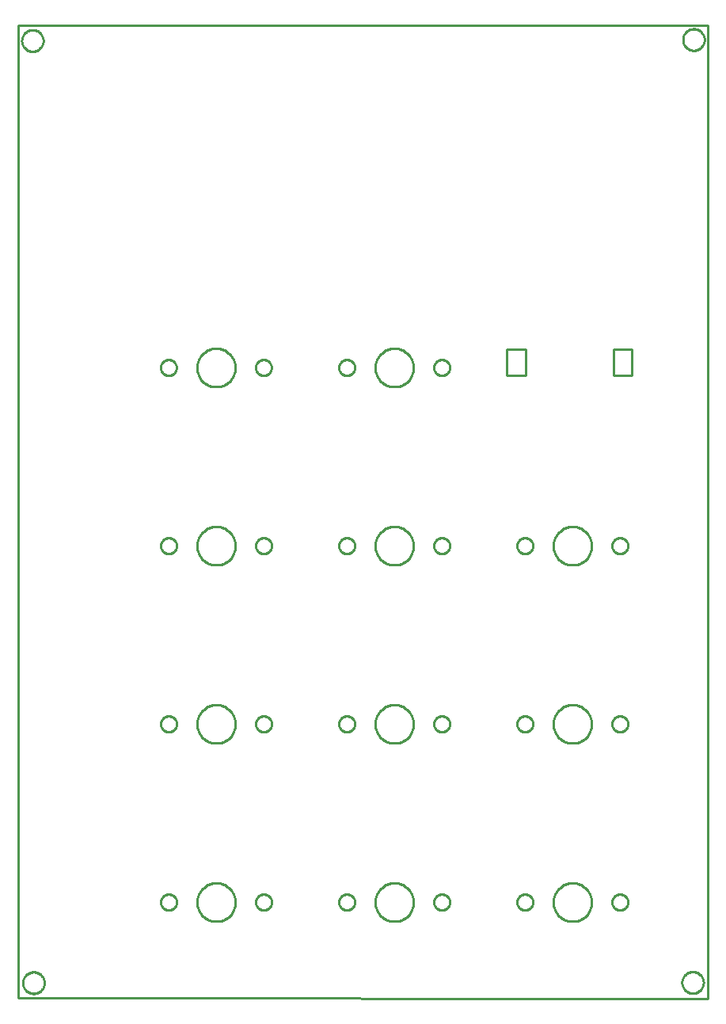
<source format=gbr>
G04 EAGLE Gerber RS-274X export*
G75*
%MOMM*%
%FSLAX34Y34*%
%LPD*%
%IN*%
%IPPOS*%
%AMOC8*
5,1,8,0,0,1.08239X$1,22.5*%
G01*
%ADD10C,0.254000*%


D10*
X68000Y-13000D02*
X805000Y-14000D01*
X805000Y1026000D01*
X68000Y1026000D01*
X68000Y-13000D01*
X704000Y652000D02*
X724000Y652000D01*
X724000Y680000D01*
X704000Y680000D01*
X704000Y652000D01*
X590000Y652000D02*
X610000Y652000D01*
X610000Y680000D01*
X590000Y680000D01*
X590000Y652000D01*
X258900Y88281D02*
X258975Y87044D01*
X259124Y85814D01*
X259347Y84596D01*
X259644Y83393D01*
X260013Y82210D01*
X260452Y81051D01*
X260960Y79922D01*
X261536Y78825D01*
X262177Y77764D01*
X262881Y76745D01*
X263645Y75770D01*
X264466Y74842D01*
X265342Y73966D01*
X266270Y73145D01*
X267245Y72381D01*
X268264Y71677D01*
X269325Y71036D01*
X270422Y70460D01*
X271551Y69952D01*
X272710Y69512D01*
X273893Y69144D01*
X275095Y68847D01*
X276314Y68624D01*
X277544Y68475D01*
X278781Y68400D01*
X280019Y68400D01*
X281256Y68475D01*
X282486Y68624D01*
X283705Y68847D01*
X284907Y69144D01*
X286090Y69512D01*
X287249Y69952D01*
X288378Y70460D01*
X289475Y71036D01*
X290536Y71677D01*
X291555Y72381D01*
X292530Y73145D01*
X293458Y73966D01*
X294334Y74842D01*
X295155Y75770D01*
X295919Y76745D01*
X296623Y77764D01*
X297264Y78825D01*
X297840Y79922D01*
X298348Y81051D01*
X298788Y82210D01*
X299156Y83393D01*
X299453Y84596D01*
X299676Y85814D01*
X299825Y87044D01*
X299900Y88281D01*
X299900Y89519D01*
X299825Y90756D01*
X299676Y91986D01*
X299453Y93204D01*
X299156Y94407D01*
X298788Y95590D01*
X298348Y96749D01*
X297840Y97878D01*
X297264Y98975D01*
X296623Y100036D01*
X295919Y101055D01*
X295155Y102030D01*
X294334Y102958D01*
X293458Y103834D01*
X292530Y104655D01*
X291555Y105419D01*
X290536Y106123D01*
X289475Y106764D01*
X288378Y107340D01*
X287249Y107848D01*
X286090Y108288D01*
X284907Y108656D01*
X283705Y108953D01*
X282486Y109176D01*
X281256Y109325D01*
X280019Y109400D01*
X278781Y109400D01*
X277544Y109325D01*
X276314Y109176D01*
X275095Y108953D01*
X273893Y108656D01*
X272710Y108288D01*
X271551Y107848D01*
X270422Y107340D01*
X269325Y106764D01*
X268264Y106123D01*
X267245Y105419D01*
X266270Y104655D01*
X265342Y103834D01*
X264466Y102958D01*
X263645Y102030D01*
X262881Y101055D01*
X262177Y100036D01*
X261536Y98975D01*
X260960Y97878D01*
X260452Y96749D01*
X260013Y95590D01*
X259644Y94407D01*
X259347Y93204D01*
X259124Y91986D01*
X258975Y90756D01*
X258900Y89519D01*
X258900Y88281D01*
X702700Y88529D02*
X702765Y87790D01*
X702894Y87058D01*
X703086Y86342D01*
X703340Y85644D01*
X703653Y84971D01*
X704024Y84329D01*
X704450Y83721D01*
X704927Y83152D01*
X705452Y82627D01*
X706021Y82150D01*
X706629Y81724D01*
X707271Y81353D01*
X707944Y81039D01*
X708642Y80786D01*
X709359Y80594D01*
X710089Y80465D01*
X710829Y80400D01*
X711571Y80400D01*
X712311Y80465D01*
X713042Y80594D01*
X713758Y80786D01*
X714456Y81039D01*
X715129Y81353D01*
X715771Y81724D01*
X716379Y82150D01*
X716948Y82627D01*
X717473Y83152D01*
X717950Y83721D01*
X718376Y84329D01*
X718747Y84971D01*
X719060Y85644D01*
X719314Y86342D01*
X719506Y87058D01*
X719635Y87790D01*
X719700Y88529D01*
X719700Y89271D01*
X719635Y90010D01*
X719506Y90741D01*
X719314Y91458D01*
X719060Y92156D01*
X718747Y92829D01*
X718376Y93471D01*
X717950Y94079D01*
X717473Y94648D01*
X716948Y95173D01*
X716379Y95650D01*
X715771Y96076D01*
X715129Y96447D01*
X714456Y96761D01*
X713758Y97014D01*
X713042Y97206D01*
X712311Y97335D01*
X711571Y97400D01*
X710829Y97400D01*
X710089Y97335D01*
X709359Y97206D01*
X708642Y97014D01*
X707944Y96761D01*
X707271Y96447D01*
X706629Y96076D01*
X706021Y95650D01*
X705452Y95173D01*
X704927Y94648D01*
X704450Y94079D01*
X704024Y93471D01*
X703653Y92829D01*
X703340Y92156D01*
X703086Y91458D01*
X702894Y90741D01*
X702765Y90010D01*
X702700Y89271D01*
X702700Y88529D01*
X601100Y88529D02*
X601165Y87790D01*
X601294Y87058D01*
X601486Y86342D01*
X601740Y85644D01*
X602053Y84971D01*
X602424Y84329D01*
X602850Y83721D01*
X603327Y83152D01*
X603852Y82627D01*
X604421Y82150D01*
X605029Y81724D01*
X605671Y81353D01*
X606344Y81039D01*
X607042Y80786D01*
X607759Y80594D01*
X608489Y80465D01*
X609229Y80400D01*
X609971Y80400D01*
X610711Y80465D01*
X611442Y80594D01*
X612158Y80786D01*
X612856Y81039D01*
X613529Y81353D01*
X614171Y81724D01*
X614779Y82150D01*
X615348Y82627D01*
X615873Y83152D01*
X616350Y83721D01*
X616776Y84329D01*
X617147Y84971D01*
X617460Y85644D01*
X617714Y86342D01*
X617906Y87058D01*
X618035Y87790D01*
X618100Y88529D01*
X618100Y89271D01*
X618035Y90010D01*
X617906Y90741D01*
X617714Y91458D01*
X617460Y92156D01*
X617147Y92829D01*
X616776Y93471D01*
X616350Y94079D01*
X615873Y94648D01*
X615348Y95173D01*
X614779Y95650D01*
X614171Y96076D01*
X613529Y96447D01*
X612856Y96761D01*
X612158Y97014D01*
X611442Y97206D01*
X610711Y97335D01*
X609971Y97400D01*
X609229Y97400D01*
X608489Y97335D01*
X607759Y97206D01*
X607042Y97014D01*
X606344Y96761D01*
X605671Y96447D01*
X605029Y96076D01*
X604421Y95650D01*
X603852Y95173D01*
X603327Y94648D01*
X602850Y94079D01*
X602424Y93471D01*
X602053Y92829D01*
X601740Y92156D01*
X601486Y91458D01*
X601294Y90741D01*
X601165Y90010D01*
X601100Y89271D01*
X601100Y88529D01*
X220100Y88529D02*
X220165Y87790D01*
X220294Y87058D01*
X220486Y86342D01*
X220740Y85644D01*
X221053Y84971D01*
X221424Y84329D01*
X221850Y83721D01*
X222327Y83152D01*
X222852Y82627D01*
X223421Y82150D01*
X224029Y81724D01*
X224671Y81353D01*
X225344Y81039D01*
X226042Y80786D01*
X226759Y80594D01*
X227489Y80465D01*
X228229Y80400D01*
X228971Y80400D01*
X229711Y80465D01*
X230442Y80594D01*
X231158Y80786D01*
X231856Y81039D01*
X232529Y81353D01*
X233171Y81724D01*
X233779Y82150D01*
X234348Y82627D01*
X234873Y83152D01*
X235350Y83721D01*
X235776Y84329D01*
X236147Y84971D01*
X236460Y85644D01*
X236714Y86342D01*
X236906Y87058D01*
X237035Y87790D01*
X237100Y88529D01*
X237100Y89271D01*
X237035Y90010D01*
X236906Y90741D01*
X236714Y91458D01*
X236460Y92156D01*
X236147Y92829D01*
X235776Y93471D01*
X235350Y94079D01*
X234873Y94648D01*
X234348Y95173D01*
X233779Y95650D01*
X233171Y96076D01*
X232529Y96447D01*
X231856Y96761D01*
X231158Y97014D01*
X230442Y97206D01*
X229711Y97335D01*
X228971Y97400D01*
X228229Y97400D01*
X227489Y97335D01*
X226759Y97206D01*
X226042Y97014D01*
X225344Y96761D01*
X224671Y96447D01*
X224029Y96076D01*
X223421Y95650D01*
X222852Y95173D01*
X222327Y94648D01*
X221850Y94079D01*
X221424Y93471D01*
X221053Y92829D01*
X220740Y92156D01*
X220486Y91458D01*
X220294Y90741D01*
X220165Y90010D01*
X220100Y89271D01*
X220100Y88529D01*
X639900Y88281D02*
X639975Y87044D01*
X640124Y85814D01*
X640347Y84596D01*
X640644Y83393D01*
X641013Y82210D01*
X641452Y81051D01*
X641960Y79922D01*
X642536Y78825D01*
X643177Y77764D01*
X643881Y76745D01*
X644645Y75770D01*
X645466Y74842D01*
X646342Y73966D01*
X647270Y73145D01*
X648245Y72381D01*
X649264Y71677D01*
X650325Y71036D01*
X651422Y70460D01*
X652551Y69952D01*
X653710Y69512D01*
X654893Y69144D01*
X656095Y68847D01*
X657314Y68624D01*
X658544Y68475D01*
X659781Y68400D01*
X661019Y68400D01*
X662256Y68475D01*
X663486Y68624D01*
X664705Y68847D01*
X665907Y69144D01*
X667090Y69512D01*
X668249Y69952D01*
X669378Y70460D01*
X670475Y71036D01*
X671536Y71677D01*
X672555Y72381D01*
X673530Y73145D01*
X674458Y73966D01*
X675334Y74842D01*
X676155Y75770D01*
X676919Y76745D01*
X677623Y77764D01*
X678264Y78825D01*
X678840Y79922D01*
X679348Y81051D01*
X679788Y82210D01*
X680156Y83393D01*
X680453Y84596D01*
X680676Y85814D01*
X680825Y87044D01*
X680900Y88281D01*
X680900Y89519D01*
X680825Y90756D01*
X680676Y91986D01*
X680453Y93204D01*
X680156Y94407D01*
X679788Y95590D01*
X679348Y96749D01*
X678840Y97878D01*
X678264Y98975D01*
X677623Y100036D01*
X676919Y101055D01*
X676155Y102030D01*
X675334Y102958D01*
X674458Y103834D01*
X673530Y104655D01*
X672555Y105419D01*
X671536Y106123D01*
X670475Y106764D01*
X669378Y107340D01*
X668249Y107848D01*
X667090Y108288D01*
X665907Y108656D01*
X664705Y108953D01*
X663486Y109176D01*
X662256Y109325D01*
X661019Y109400D01*
X659781Y109400D01*
X658544Y109325D01*
X657314Y109176D01*
X656095Y108953D01*
X654893Y108656D01*
X653710Y108288D01*
X652551Y107848D01*
X651422Y107340D01*
X650325Y106764D01*
X649264Y106123D01*
X648245Y105419D01*
X647270Y104655D01*
X646342Y103834D01*
X645466Y102958D01*
X644645Y102030D01*
X643881Y101055D01*
X643177Y100036D01*
X642536Y98975D01*
X641960Y97878D01*
X641452Y96749D01*
X641013Y95590D01*
X640644Y94407D01*
X640347Y93204D01*
X640124Y91986D01*
X639975Y90756D01*
X639900Y89519D01*
X639900Y88281D01*
X321700Y88529D02*
X321765Y87790D01*
X321894Y87058D01*
X322086Y86342D01*
X322340Y85644D01*
X322653Y84971D01*
X323024Y84329D01*
X323450Y83721D01*
X323927Y83152D01*
X324452Y82627D01*
X325021Y82150D01*
X325629Y81724D01*
X326271Y81353D01*
X326944Y81039D01*
X327642Y80786D01*
X328359Y80594D01*
X329089Y80465D01*
X329829Y80400D01*
X330571Y80400D01*
X331311Y80465D01*
X332041Y80594D01*
X332758Y80786D01*
X333456Y81039D01*
X334129Y81353D01*
X334771Y81724D01*
X335379Y82150D01*
X335948Y82627D01*
X336473Y83152D01*
X336950Y83721D01*
X337376Y84329D01*
X337747Y84971D01*
X338060Y85644D01*
X338314Y86342D01*
X338506Y87058D01*
X338635Y87790D01*
X338700Y88529D01*
X338700Y89271D01*
X338635Y90010D01*
X338506Y90741D01*
X338314Y91458D01*
X338060Y92156D01*
X337747Y92829D01*
X337376Y93471D01*
X336950Y94079D01*
X336473Y94648D01*
X335948Y95173D01*
X335379Y95650D01*
X334771Y96076D01*
X334129Y96447D01*
X333456Y96761D01*
X332758Y97014D01*
X332041Y97206D01*
X331311Y97335D01*
X330571Y97400D01*
X329829Y97400D01*
X329089Y97335D01*
X328359Y97206D01*
X327642Y97014D01*
X326944Y96761D01*
X326271Y96447D01*
X325629Y96076D01*
X325021Y95650D01*
X324452Y95173D01*
X323927Y94648D01*
X323450Y94079D01*
X323024Y93471D01*
X322653Y92829D01*
X322340Y92156D01*
X322086Y91458D01*
X321894Y90741D01*
X321765Y90010D01*
X321700Y89271D01*
X321700Y88529D01*
X410600Y279029D02*
X410665Y278289D01*
X410794Y277559D01*
X410986Y276842D01*
X411240Y276144D01*
X411553Y275471D01*
X411924Y274829D01*
X412350Y274221D01*
X412827Y273652D01*
X413352Y273127D01*
X413921Y272650D01*
X414529Y272224D01*
X415171Y271853D01*
X415844Y271540D01*
X416542Y271286D01*
X417259Y271094D01*
X417989Y270965D01*
X418729Y270900D01*
X419471Y270900D01*
X420211Y270965D01*
X420941Y271094D01*
X421658Y271286D01*
X422356Y271540D01*
X423029Y271853D01*
X423671Y272224D01*
X424279Y272650D01*
X424848Y273127D01*
X425373Y273652D01*
X425850Y274221D01*
X426276Y274829D01*
X426647Y275471D01*
X426960Y276144D01*
X427214Y276842D01*
X427406Y277559D01*
X427535Y278289D01*
X427600Y279029D01*
X427600Y279771D01*
X427535Y280511D01*
X427406Y281242D01*
X427214Y281958D01*
X426960Y282656D01*
X426647Y283329D01*
X426276Y283971D01*
X425850Y284579D01*
X425373Y285148D01*
X424848Y285673D01*
X424279Y286150D01*
X423671Y286576D01*
X423029Y286947D01*
X422356Y287260D01*
X421658Y287514D01*
X420941Y287706D01*
X420211Y287835D01*
X419471Y287900D01*
X418729Y287900D01*
X417989Y287835D01*
X417259Y287706D01*
X416542Y287514D01*
X415844Y287260D01*
X415171Y286947D01*
X414529Y286576D01*
X413921Y286150D01*
X413352Y285673D01*
X412827Y285148D01*
X412350Y284579D01*
X411924Y283971D01*
X411553Y283329D01*
X411240Y282656D01*
X410986Y281958D01*
X410794Y281242D01*
X410665Y280511D01*
X410600Y279771D01*
X410600Y279029D01*
X639900Y278781D02*
X639975Y277544D01*
X640124Y276314D01*
X640347Y275095D01*
X640644Y273893D01*
X641013Y272710D01*
X641452Y271551D01*
X641960Y270422D01*
X642536Y269325D01*
X643177Y268264D01*
X643881Y267245D01*
X644645Y266270D01*
X645466Y265342D01*
X646342Y264466D01*
X647270Y263645D01*
X648245Y262881D01*
X649264Y262177D01*
X650325Y261536D01*
X651422Y260960D01*
X652551Y260452D01*
X653710Y260013D01*
X654893Y259644D01*
X656095Y259347D01*
X657314Y259124D01*
X658544Y258975D01*
X659781Y258900D01*
X661019Y258900D01*
X662256Y258975D01*
X663486Y259124D01*
X664705Y259347D01*
X665907Y259644D01*
X667090Y260013D01*
X668249Y260452D01*
X669378Y260960D01*
X670475Y261536D01*
X671536Y262177D01*
X672555Y262881D01*
X673530Y263645D01*
X674458Y264466D01*
X675334Y265342D01*
X676155Y266270D01*
X676919Y267245D01*
X677623Y268264D01*
X678264Y269325D01*
X678840Y270422D01*
X679348Y271551D01*
X679788Y272710D01*
X680156Y273893D01*
X680453Y275095D01*
X680676Y276314D01*
X680825Y277544D01*
X680900Y278781D01*
X680900Y280019D01*
X680825Y281256D01*
X680676Y282486D01*
X680453Y283705D01*
X680156Y284907D01*
X679788Y286090D01*
X679348Y287249D01*
X678840Y288378D01*
X678264Y289475D01*
X677623Y290536D01*
X676919Y291555D01*
X676155Y292530D01*
X675334Y293458D01*
X674458Y294334D01*
X673530Y295155D01*
X672555Y295919D01*
X671536Y296623D01*
X670475Y297264D01*
X669378Y297840D01*
X668249Y298348D01*
X667090Y298788D01*
X665907Y299156D01*
X664705Y299453D01*
X663486Y299676D01*
X662256Y299825D01*
X661019Y299900D01*
X659781Y299900D01*
X658544Y299825D01*
X657314Y299676D01*
X656095Y299453D01*
X654893Y299156D01*
X653710Y298788D01*
X652551Y298348D01*
X651422Y297840D01*
X650325Y297264D01*
X649264Y296623D01*
X648245Y295919D01*
X647270Y295155D01*
X646342Y294334D01*
X645466Y293458D01*
X644645Y292530D01*
X643881Y291555D01*
X643177Y290536D01*
X642536Y289475D01*
X641960Y288378D01*
X641452Y287249D01*
X641013Y286090D01*
X640644Y284907D01*
X640347Y283705D01*
X640124Y282486D01*
X639975Y281256D01*
X639900Y280019D01*
X639900Y278781D01*
X258900Y278781D02*
X258975Y277544D01*
X259124Y276314D01*
X259347Y275095D01*
X259644Y273893D01*
X260013Y272710D01*
X260452Y271551D01*
X260960Y270422D01*
X261536Y269325D01*
X262177Y268264D01*
X262881Y267245D01*
X263645Y266270D01*
X264466Y265342D01*
X265342Y264466D01*
X266270Y263645D01*
X267245Y262881D01*
X268264Y262177D01*
X269325Y261536D01*
X270422Y260960D01*
X271551Y260452D01*
X272710Y260013D01*
X273893Y259644D01*
X275095Y259347D01*
X276314Y259124D01*
X277544Y258975D01*
X278781Y258900D01*
X280019Y258900D01*
X281256Y258975D01*
X282486Y259124D01*
X283705Y259347D01*
X284907Y259644D01*
X286090Y260013D01*
X287249Y260452D01*
X288378Y260960D01*
X289475Y261536D01*
X290536Y262177D01*
X291555Y262881D01*
X292530Y263645D01*
X293458Y264466D01*
X294334Y265342D01*
X295155Y266270D01*
X295919Y267245D01*
X296623Y268264D01*
X297264Y269325D01*
X297840Y270422D01*
X298348Y271551D01*
X298788Y272710D01*
X299156Y273893D01*
X299453Y275095D01*
X299676Y276314D01*
X299825Y277544D01*
X299900Y278781D01*
X299900Y280019D01*
X299825Y281256D01*
X299676Y282486D01*
X299453Y283705D01*
X299156Y284907D01*
X298788Y286090D01*
X298348Y287249D01*
X297840Y288378D01*
X297264Y289475D01*
X296623Y290536D01*
X295919Y291555D01*
X295155Y292530D01*
X294334Y293458D01*
X293458Y294334D01*
X292530Y295155D01*
X291555Y295919D01*
X290536Y296623D01*
X289475Y297264D01*
X288378Y297840D01*
X287249Y298348D01*
X286090Y298788D01*
X284907Y299156D01*
X283705Y299453D01*
X282486Y299676D01*
X281256Y299825D01*
X280019Y299900D01*
X278781Y299900D01*
X277544Y299825D01*
X276314Y299676D01*
X275095Y299453D01*
X273893Y299156D01*
X272710Y298788D01*
X271551Y298348D01*
X270422Y297840D01*
X269325Y297264D01*
X268264Y296623D01*
X267245Y295919D01*
X266270Y295155D01*
X265342Y294334D01*
X264466Y293458D01*
X263645Y292530D01*
X262881Y291555D01*
X262177Y290536D01*
X261536Y289475D01*
X260960Y288378D01*
X260452Y287249D01*
X260013Y286090D01*
X259644Y284907D01*
X259347Y283705D01*
X259124Y282486D01*
X258975Y281256D01*
X258900Y280019D01*
X258900Y278781D01*
X220100Y279029D02*
X220165Y278289D01*
X220294Y277559D01*
X220486Y276842D01*
X220740Y276144D01*
X221053Y275471D01*
X221424Y274829D01*
X221850Y274221D01*
X222327Y273652D01*
X222852Y273127D01*
X223421Y272650D01*
X224029Y272224D01*
X224671Y271853D01*
X225344Y271540D01*
X226042Y271286D01*
X226759Y271094D01*
X227489Y270965D01*
X228229Y270900D01*
X228971Y270900D01*
X229711Y270965D01*
X230442Y271094D01*
X231158Y271286D01*
X231856Y271540D01*
X232529Y271853D01*
X233171Y272224D01*
X233779Y272650D01*
X234348Y273127D01*
X234873Y273652D01*
X235350Y274221D01*
X235776Y274829D01*
X236147Y275471D01*
X236460Y276144D01*
X236714Y276842D01*
X236906Y277559D01*
X237035Y278289D01*
X237100Y279029D01*
X237100Y279771D01*
X237035Y280511D01*
X236906Y281242D01*
X236714Y281958D01*
X236460Y282656D01*
X236147Y283329D01*
X235776Y283971D01*
X235350Y284579D01*
X234873Y285148D01*
X234348Y285673D01*
X233779Y286150D01*
X233171Y286576D01*
X232529Y286947D01*
X231856Y287260D01*
X231158Y287514D01*
X230442Y287706D01*
X229711Y287835D01*
X228971Y287900D01*
X228229Y287900D01*
X227489Y287835D01*
X226759Y287706D01*
X226042Y287514D01*
X225344Y287260D01*
X224671Y286947D01*
X224029Y286576D01*
X223421Y286150D01*
X222852Y285673D01*
X222327Y285148D01*
X221850Y284579D01*
X221424Y283971D01*
X221053Y283329D01*
X220740Y282656D01*
X220486Y281958D01*
X220294Y281242D01*
X220165Y280511D01*
X220100Y279771D01*
X220100Y279029D01*
X601100Y279029D02*
X601165Y278289D01*
X601294Y277559D01*
X601486Y276842D01*
X601740Y276144D01*
X602053Y275471D01*
X602424Y274829D01*
X602850Y274221D01*
X603327Y273652D01*
X603852Y273127D01*
X604421Y272650D01*
X605029Y272224D01*
X605671Y271853D01*
X606344Y271540D01*
X607042Y271286D01*
X607759Y271094D01*
X608489Y270965D01*
X609229Y270900D01*
X609971Y270900D01*
X610711Y270965D01*
X611442Y271094D01*
X612158Y271286D01*
X612856Y271540D01*
X613529Y271853D01*
X614171Y272224D01*
X614779Y272650D01*
X615348Y273127D01*
X615873Y273652D01*
X616350Y274221D01*
X616776Y274829D01*
X617147Y275471D01*
X617460Y276144D01*
X617714Y276842D01*
X617906Y277559D01*
X618035Y278289D01*
X618100Y279029D01*
X618100Y279771D01*
X618035Y280511D01*
X617906Y281242D01*
X617714Y281958D01*
X617460Y282656D01*
X617147Y283329D01*
X616776Y283971D01*
X616350Y284579D01*
X615873Y285148D01*
X615348Y285673D01*
X614779Y286150D01*
X614171Y286576D01*
X613529Y286947D01*
X612856Y287260D01*
X612158Y287514D01*
X611442Y287706D01*
X610711Y287835D01*
X609971Y287900D01*
X609229Y287900D01*
X608489Y287835D01*
X607759Y287706D01*
X607042Y287514D01*
X606344Y287260D01*
X605671Y286947D01*
X605029Y286576D01*
X604421Y286150D01*
X603852Y285673D01*
X603327Y285148D01*
X602850Y284579D01*
X602424Y283971D01*
X602053Y283329D01*
X601740Y282656D01*
X601486Y281958D01*
X601294Y281242D01*
X601165Y280511D01*
X601100Y279771D01*
X601100Y279029D01*
X512200Y279029D02*
X512265Y278289D01*
X512394Y277559D01*
X512586Y276842D01*
X512840Y276144D01*
X513153Y275471D01*
X513524Y274829D01*
X513950Y274221D01*
X514427Y273652D01*
X514952Y273127D01*
X515521Y272650D01*
X516129Y272224D01*
X516771Y271853D01*
X517444Y271540D01*
X518142Y271286D01*
X518859Y271094D01*
X519589Y270965D01*
X520329Y270900D01*
X521071Y270900D01*
X521811Y270965D01*
X522542Y271094D01*
X523258Y271286D01*
X523956Y271540D01*
X524629Y271853D01*
X525271Y272224D01*
X525879Y272650D01*
X526448Y273127D01*
X526973Y273652D01*
X527450Y274221D01*
X527876Y274829D01*
X528247Y275471D01*
X528560Y276144D01*
X528814Y276842D01*
X529006Y277559D01*
X529135Y278289D01*
X529200Y279029D01*
X529200Y279771D01*
X529135Y280511D01*
X529006Y281242D01*
X528814Y281958D01*
X528560Y282656D01*
X528247Y283329D01*
X527876Y283971D01*
X527450Y284579D01*
X526973Y285148D01*
X526448Y285673D01*
X525879Y286150D01*
X525271Y286576D01*
X524629Y286947D01*
X523956Y287260D01*
X523258Y287514D01*
X522542Y287706D01*
X521811Y287835D01*
X521071Y287900D01*
X520329Y287900D01*
X519589Y287835D01*
X518859Y287706D01*
X518142Y287514D01*
X517444Y287260D01*
X516771Y286947D01*
X516129Y286576D01*
X515521Y286150D01*
X514952Y285673D01*
X514427Y285148D01*
X513950Y284579D01*
X513524Y283971D01*
X513153Y283329D01*
X512840Y282656D01*
X512586Y281958D01*
X512394Y281242D01*
X512265Y280511D01*
X512200Y279771D01*
X512200Y279029D01*
X258900Y469281D02*
X258975Y468044D01*
X259124Y466814D01*
X259347Y465595D01*
X259644Y464393D01*
X260013Y463210D01*
X260452Y462051D01*
X260960Y460922D01*
X261536Y459825D01*
X262177Y458764D01*
X262881Y457745D01*
X263645Y456770D01*
X264466Y455842D01*
X265342Y454966D01*
X266270Y454145D01*
X267245Y453381D01*
X268264Y452677D01*
X269325Y452036D01*
X270422Y451460D01*
X271551Y450952D01*
X272710Y450513D01*
X273893Y450144D01*
X275095Y449847D01*
X276314Y449624D01*
X277544Y449475D01*
X278781Y449400D01*
X280019Y449400D01*
X281256Y449475D01*
X282486Y449624D01*
X283705Y449847D01*
X284907Y450144D01*
X286090Y450513D01*
X287249Y450952D01*
X288378Y451460D01*
X289475Y452036D01*
X290536Y452677D01*
X291555Y453381D01*
X292530Y454145D01*
X293458Y454966D01*
X294334Y455842D01*
X295155Y456770D01*
X295919Y457745D01*
X296623Y458764D01*
X297264Y459825D01*
X297840Y460922D01*
X298348Y462051D01*
X298788Y463210D01*
X299156Y464393D01*
X299453Y465595D01*
X299676Y466814D01*
X299825Y468044D01*
X299900Y469281D01*
X299900Y470519D01*
X299825Y471756D01*
X299676Y472986D01*
X299453Y474205D01*
X299156Y475407D01*
X298788Y476590D01*
X298348Y477749D01*
X297840Y478878D01*
X297264Y479975D01*
X296623Y481036D01*
X295919Y482055D01*
X295155Y483030D01*
X294334Y483958D01*
X293458Y484834D01*
X292530Y485655D01*
X291555Y486419D01*
X290536Y487123D01*
X289475Y487764D01*
X288378Y488340D01*
X287249Y488848D01*
X286090Y489288D01*
X284907Y489656D01*
X283705Y489953D01*
X282486Y490176D01*
X281256Y490325D01*
X280019Y490400D01*
X278781Y490400D01*
X277544Y490325D01*
X276314Y490176D01*
X275095Y489953D01*
X273893Y489656D01*
X272710Y489288D01*
X271551Y488848D01*
X270422Y488340D01*
X269325Y487764D01*
X268264Y487123D01*
X267245Y486419D01*
X266270Y485655D01*
X265342Y484834D01*
X264466Y483958D01*
X263645Y483030D01*
X262881Y482055D01*
X262177Y481036D01*
X261536Y479975D01*
X260960Y478878D01*
X260452Y477749D01*
X260013Y476590D01*
X259644Y475407D01*
X259347Y474205D01*
X259124Y472986D01*
X258975Y471756D01*
X258900Y470519D01*
X258900Y469281D01*
X512200Y469529D02*
X512265Y468789D01*
X512394Y468058D01*
X512586Y467342D01*
X512840Y466644D01*
X513153Y465971D01*
X513524Y465329D01*
X513950Y464721D01*
X514427Y464152D01*
X514952Y463627D01*
X515521Y463150D01*
X516129Y462724D01*
X516771Y462353D01*
X517444Y462040D01*
X518142Y461786D01*
X518859Y461594D01*
X519589Y461465D01*
X520329Y461400D01*
X521071Y461400D01*
X521811Y461465D01*
X522542Y461594D01*
X523258Y461786D01*
X523956Y462040D01*
X524629Y462353D01*
X525271Y462724D01*
X525879Y463150D01*
X526448Y463627D01*
X526973Y464152D01*
X527450Y464721D01*
X527876Y465329D01*
X528247Y465971D01*
X528560Y466644D01*
X528814Y467342D01*
X529006Y468058D01*
X529135Y468789D01*
X529200Y469529D01*
X529200Y470271D01*
X529135Y471011D01*
X529006Y471742D01*
X528814Y472458D01*
X528560Y473156D01*
X528247Y473829D01*
X527876Y474471D01*
X527450Y475079D01*
X526973Y475648D01*
X526448Y476173D01*
X525879Y476650D01*
X525271Y477076D01*
X524629Y477447D01*
X523956Y477760D01*
X523258Y478014D01*
X522542Y478206D01*
X521811Y478335D01*
X521071Y478400D01*
X520329Y478400D01*
X519589Y478335D01*
X518859Y478206D01*
X518142Y478014D01*
X517444Y477760D01*
X516771Y477447D01*
X516129Y477076D01*
X515521Y476650D01*
X514952Y476173D01*
X514427Y475648D01*
X513950Y475079D01*
X513524Y474471D01*
X513153Y473829D01*
X512840Y473156D01*
X512586Y472458D01*
X512394Y471742D01*
X512265Y471011D01*
X512200Y470271D01*
X512200Y469529D01*
X449400Y659781D02*
X449475Y658544D01*
X449624Y657314D01*
X449847Y656095D01*
X450144Y654893D01*
X450513Y653710D01*
X450952Y652551D01*
X451460Y651422D01*
X452036Y650325D01*
X452677Y649264D01*
X453381Y648245D01*
X454145Y647270D01*
X454966Y646342D01*
X455842Y645466D01*
X456770Y644645D01*
X457745Y643881D01*
X458764Y643177D01*
X459825Y642536D01*
X460922Y641960D01*
X462051Y641452D01*
X463210Y641013D01*
X464393Y640644D01*
X465595Y640347D01*
X466814Y640124D01*
X468044Y639975D01*
X469281Y639900D01*
X470519Y639900D01*
X471756Y639975D01*
X472986Y640124D01*
X474205Y640347D01*
X475407Y640644D01*
X476590Y641013D01*
X477749Y641452D01*
X478878Y641960D01*
X479975Y642536D01*
X481036Y643177D01*
X482055Y643881D01*
X483030Y644645D01*
X483958Y645466D01*
X484834Y646342D01*
X485655Y647270D01*
X486419Y648245D01*
X487123Y649264D01*
X487764Y650325D01*
X488340Y651422D01*
X488848Y652551D01*
X489288Y653710D01*
X489656Y654893D01*
X489953Y656095D01*
X490176Y657314D01*
X490325Y658544D01*
X490400Y659781D01*
X490400Y661019D01*
X490325Y662256D01*
X490176Y663486D01*
X489953Y664705D01*
X489656Y665907D01*
X489288Y667090D01*
X488848Y668249D01*
X488340Y669378D01*
X487764Y670475D01*
X487123Y671536D01*
X486419Y672555D01*
X485655Y673530D01*
X484834Y674458D01*
X483958Y675334D01*
X483030Y676155D01*
X482055Y676919D01*
X481036Y677623D01*
X479975Y678264D01*
X478878Y678840D01*
X477749Y679348D01*
X476590Y679788D01*
X475407Y680156D01*
X474205Y680453D01*
X472986Y680676D01*
X471756Y680825D01*
X470519Y680900D01*
X469281Y680900D01*
X468044Y680825D01*
X466814Y680676D01*
X465595Y680453D01*
X464393Y680156D01*
X463210Y679788D01*
X462051Y679348D01*
X460922Y678840D01*
X459825Y678264D01*
X458764Y677623D01*
X457745Y676919D01*
X456770Y676155D01*
X455842Y675334D01*
X454966Y674458D01*
X454145Y673530D01*
X453381Y672555D01*
X452677Y671536D01*
X452036Y670475D01*
X451460Y669378D01*
X450952Y668249D01*
X450513Y667090D01*
X450144Y665907D01*
X449847Y664705D01*
X449624Y663486D01*
X449475Y662256D01*
X449400Y661019D01*
X449400Y659781D01*
X702700Y279029D02*
X702765Y278289D01*
X702894Y277559D01*
X703086Y276842D01*
X703340Y276144D01*
X703653Y275471D01*
X704024Y274829D01*
X704450Y274221D01*
X704927Y273652D01*
X705452Y273127D01*
X706021Y272650D01*
X706629Y272224D01*
X707271Y271853D01*
X707944Y271540D01*
X708642Y271286D01*
X709359Y271094D01*
X710089Y270965D01*
X710829Y270900D01*
X711571Y270900D01*
X712311Y270965D01*
X713042Y271094D01*
X713758Y271286D01*
X714456Y271540D01*
X715129Y271853D01*
X715771Y272224D01*
X716379Y272650D01*
X716948Y273127D01*
X717473Y273652D01*
X717950Y274221D01*
X718376Y274829D01*
X718747Y275471D01*
X719060Y276144D01*
X719314Y276842D01*
X719506Y277559D01*
X719635Y278289D01*
X719700Y279029D01*
X719700Y279771D01*
X719635Y280511D01*
X719506Y281242D01*
X719314Y281958D01*
X719060Y282656D01*
X718747Y283329D01*
X718376Y283971D01*
X717950Y284579D01*
X717473Y285148D01*
X716948Y285673D01*
X716379Y286150D01*
X715771Y286576D01*
X715129Y286947D01*
X714456Y287260D01*
X713758Y287514D01*
X713042Y287706D01*
X712311Y287835D01*
X711571Y287900D01*
X710829Y287900D01*
X710089Y287835D01*
X709359Y287706D01*
X708642Y287514D01*
X707944Y287260D01*
X707271Y286947D01*
X706629Y286576D01*
X706021Y286150D01*
X705452Y285673D01*
X704927Y285148D01*
X704450Y284579D01*
X704024Y283971D01*
X703653Y283329D01*
X703340Y282656D01*
X703086Y281958D01*
X702894Y281242D01*
X702765Y280511D01*
X702700Y279771D01*
X702700Y279029D01*
X639900Y469281D02*
X639975Y468044D01*
X640124Y466814D01*
X640347Y465595D01*
X640644Y464393D01*
X641013Y463210D01*
X641452Y462051D01*
X641960Y460922D01*
X642536Y459825D01*
X643177Y458764D01*
X643881Y457745D01*
X644645Y456770D01*
X645466Y455842D01*
X646342Y454966D01*
X647270Y454145D01*
X648245Y453381D01*
X649264Y452677D01*
X650325Y452036D01*
X651422Y451460D01*
X652551Y450952D01*
X653710Y450513D01*
X654893Y450144D01*
X656095Y449847D01*
X657314Y449624D01*
X658544Y449475D01*
X659781Y449400D01*
X661019Y449400D01*
X662256Y449475D01*
X663486Y449624D01*
X664705Y449847D01*
X665907Y450144D01*
X667090Y450513D01*
X668249Y450952D01*
X669378Y451460D01*
X670475Y452036D01*
X671536Y452677D01*
X672555Y453381D01*
X673530Y454145D01*
X674458Y454966D01*
X675334Y455842D01*
X676155Y456770D01*
X676919Y457745D01*
X677623Y458764D01*
X678264Y459825D01*
X678840Y460922D01*
X679348Y462051D01*
X679788Y463210D01*
X680156Y464393D01*
X680453Y465595D01*
X680676Y466814D01*
X680825Y468044D01*
X680900Y469281D01*
X680900Y470519D01*
X680825Y471756D01*
X680676Y472986D01*
X680453Y474205D01*
X680156Y475407D01*
X679788Y476590D01*
X679348Y477749D01*
X678840Y478878D01*
X678264Y479975D01*
X677623Y481036D01*
X676919Y482055D01*
X676155Y483030D01*
X675334Y483958D01*
X674458Y484834D01*
X673530Y485655D01*
X672555Y486419D01*
X671536Y487123D01*
X670475Y487764D01*
X669378Y488340D01*
X668249Y488848D01*
X667090Y489288D01*
X665907Y489656D01*
X664705Y489953D01*
X663486Y490176D01*
X662256Y490325D01*
X661019Y490400D01*
X659781Y490400D01*
X658544Y490325D01*
X657314Y490176D01*
X656095Y489953D01*
X654893Y489656D01*
X653710Y489288D01*
X652551Y488848D01*
X651422Y488340D01*
X650325Y487764D01*
X649264Y487123D01*
X648245Y486419D01*
X647270Y485655D01*
X646342Y484834D01*
X645466Y483958D01*
X644645Y483030D01*
X643881Y482055D01*
X643177Y481036D01*
X642536Y479975D01*
X641960Y478878D01*
X641452Y477749D01*
X641013Y476590D01*
X640644Y475407D01*
X640347Y474205D01*
X640124Y472986D01*
X639975Y471756D01*
X639900Y470519D01*
X639900Y469281D01*
X449400Y278781D02*
X449475Y277544D01*
X449624Y276314D01*
X449847Y275095D01*
X450144Y273893D01*
X450513Y272710D01*
X450952Y271551D01*
X451460Y270422D01*
X452036Y269325D01*
X452677Y268264D01*
X453381Y267245D01*
X454145Y266270D01*
X454966Y265342D01*
X455842Y264466D01*
X456770Y263645D01*
X457745Y262881D01*
X458764Y262177D01*
X459825Y261536D01*
X460922Y260960D01*
X462051Y260452D01*
X463210Y260013D01*
X464393Y259644D01*
X465595Y259347D01*
X466814Y259124D01*
X468044Y258975D01*
X469281Y258900D01*
X470519Y258900D01*
X471756Y258975D01*
X472986Y259124D01*
X474205Y259347D01*
X475407Y259644D01*
X476590Y260013D01*
X477749Y260452D01*
X478878Y260960D01*
X479975Y261536D01*
X481036Y262177D01*
X482055Y262881D01*
X483030Y263645D01*
X483958Y264466D01*
X484834Y265342D01*
X485655Y266270D01*
X486419Y267245D01*
X487123Y268264D01*
X487764Y269325D01*
X488340Y270422D01*
X488848Y271551D01*
X489288Y272710D01*
X489656Y273893D01*
X489953Y275095D01*
X490176Y276314D01*
X490325Y277544D01*
X490400Y278781D01*
X490400Y280019D01*
X490325Y281256D01*
X490176Y282486D01*
X489953Y283705D01*
X489656Y284907D01*
X489288Y286090D01*
X488848Y287249D01*
X488340Y288378D01*
X487764Y289475D01*
X487123Y290536D01*
X486419Y291555D01*
X485655Y292530D01*
X484834Y293458D01*
X483958Y294334D01*
X483030Y295155D01*
X482055Y295919D01*
X481036Y296623D01*
X479975Y297264D01*
X478878Y297840D01*
X477749Y298348D01*
X476590Y298788D01*
X475407Y299156D01*
X474205Y299453D01*
X472986Y299676D01*
X471756Y299825D01*
X470519Y299900D01*
X469281Y299900D01*
X468044Y299825D01*
X466814Y299676D01*
X465595Y299453D01*
X464393Y299156D01*
X463210Y298788D01*
X462051Y298348D01*
X460922Y297840D01*
X459825Y297264D01*
X458764Y296623D01*
X457745Y295919D01*
X456770Y295155D01*
X455842Y294334D01*
X454966Y293458D01*
X454145Y292530D01*
X453381Y291555D01*
X452677Y290536D01*
X452036Y289475D01*
X451460Y288378D01*
X450952Y287249D01*
X450513Y286090D01*
X450144Y284907D01*
X449847Y283705D01*
X449624Y282486D01*
X449475Y281256D01*
X449400Y280019D01*
X449400Y278781D01*
X220100Y469529D02*
X220165Y468789D01*
X220294Y468058D01*
X220486Y467342D01*
X220740Y466644D01*
X221053Y465971D01*
X221424Y465329D01*
X221850Y464721D01*
X222327Y464152D01*
X222852Y463627D01*
X223421Y463150D01*
X224029Y462724D01*
X224671Y462353D01*
X225344Y462040D01*
X226042Y461786D01*
X226759Y461594D01*
X227489Y461465D01*
X228229Y461400D01*
X228971Y461400D01*
X229711Y461465D01*
X230442Y461594D01*
X231158Y461786D01*
X231856Y462040D01*
X232529Y462353D01*
X233171Y462724D01*
X233779Y463150D01*
X234348Y463627D01*
X234873Y464152D01*
X235350Y464721D01*
X235776Y465329D01*
X236147Y465971D01*
X236460Y466644D01*
X236714Y467342D01*
X236906Y468058D01*
X237035Y468789D01*
X237100Y469529D01*
X237100Y470271D01*
X237035Y471011D01*
X236906Y471742D01*
X236714Y472458D01*
X236460Y473156D01*
X236147Y473829D01*
X235776Y474471D01*
X235350Y475079D01*
X234873Y475648D01*
X234348Y476173D01*
X233779Y476650D01*
X233171Y477076D01*
X232529Y477447D01*
X231856Y477760D01*
X231158Y478014D01*
X230442Y478206D01*
X229711Y478335D01*
X228971Y478400D01*
X228229Y478400D01*
X227489Y478335D01*
X226759Y478206D01*
X226042Y478014D01*
X225344Y477760D01*
X224671Y477447D01*
X224029Y477076D01*
X223421Y476650D01*
X222852Y476173D01*
X222327Y475648D01*
X221850Y475079D01*
X221424Y474471D01*
X221053Y473829D01*
X220740Y473156D01*
X220486Y472458D01*
X220294Y471742D01*
X220165Y471011D01*
X220100Y470271D01*
X220100Y469529D01*
X449400Y88281D02*
X449475Y87044D01*
X449624Y85814D01*
X449847Y84596D01*
X450144Y83393D01*
X450513Y82210D01*
X450952Y81051D01*
X451460Y79922D01*
X452036Y78825D01*
X452677Y77764D01*
X453381Y76745D01*
X454145Y75770D01*
X454966Y74842D01*
X455842Y73966D01*
X456770Y73145D01*
X457745Y72381D01*
X458764Y71677D01*
X459825Y71036D01*
X460922Y70460D01*
X462051Y69952D01*
X463210Y69512D01*
X464393Y69144D01*
X465595Y68847D01*
X466814Y68624D01*
X468044Y68475D01*
X469281Y68400D01*
X470519Y68400D01*
X471756Y68475D01*
X472986Y68624D01*
X474205Y68847D01*
X475407Y69144D01*
X476590Y69512D01*
X477749Y69952D01*
X478878Y70460D01*
X479975Y71036D01*
X481036Y71677D01*
X482055Y72381D01*
X483030Y73145D01*
X483958Y73966D01*
X484834Y74842D01*
X485655Y75770D01*
X486419Y76745D01*
X487123Y77764D01*
X487764Y78825D01*
X488340Y79922D01*
X488848Y81051D01*
X489288Y82210D01*
X489656Y83393D01*
X489953Y84596D01*
X490176Y85814D01*
X490325Y87044D01*
X490400Y88281D01*
X490400Y89519D01*
X490325Y90756D01*
X490176Y91986D01*
X489953Y93204D01*
X489656Y94407D01*
X489288Y95590D01*
X488848Y96749D01*
X488340Y97878D01*
X487764Y98975D01*
X487123Y100036D01*
X486419Y101055D01*
X485655Y102030D01*
X484834Y102958D01*
X483958Y103834D01*
X483030Y104655D01*
X482055Y105419D01*
X481036Y106123D01*
X479975Y106764D01*
X478878Y107340D01*
X477749Y107848D01*
X476590Y108288D01*
X475407Y108656D01*
X474205Y108953D01*
X472986Y109176D01*
X471756Y109325D01*
X470519Y109400D01*
X469281Y109400D01*
X468044Y109325D01*
X466814Y109176D01*
X465595Y108953D01*
X464393Y108656D01*
X463210Y108288D01*
X462051Y107848D01*
X460922Y107340D01*
X459825Y106764D01*
X458764Y106123D01*
X457745Y105419D01*
X456770Y104655D01*
X455842Y103834D01*
X454966Y102958D01*
X454145Y102030D01*
X453381Y101055D01*
X452677Y100036D01*
X452036Y98975D01*
X451460Y97878D01*
X450952Y96749D01*
X450513Y95590D01*
X450144Y94407D01*
X449847Y93204D01*
X449624Y91986D01*
X449475Y90756D01*
X449400Y89519D01*
X449400Y88281D01*
X512200Y88529D02*
X512265Y87790D01*
X512394Y87058D01*
X512586Y86342D01*
X512840Y85644D01*
X513153Y84971D01*
X513524Y84329D01*
X513950Y83721D01*
X514427Y83152D01*
X514952Y82627D01*
X515521Y82150D01*
X516129Y81724D01*
X516771Y81353D01*
X517444Y81039D01*
X518142Y80786D01*
X518859Y80594D01*
X519589Y80465D01*
X520329Y80400D01*
X521071Y80400D01*
X521811Y80465D01*
X522542Y80594D01*
X523258Y80786D01*
X523956Y81039D01*
X524629Y81353D01*
X525271Y81724D01*
X525879Y82150D01*
X526448Y82627D01*
X526973Y83152D01*
X527450Y83721D01*
X527876Y84329D01*
X528247Y84971D01*
X528560Y85644D01*
X528814Y86342D01*
X529006Y87058D01*
X529135Y87790D01*
X529200Y88529D01*
X529200Y89271D01*
X529135Y90010D01*
X529006Y90741D01*
X528814Y91458D01*
X528560Y92156D01*
X528247Y92829D01*
X527876Y93471D01*
X527450Y94079D01*
X526973Y94648D01*
X526448Y95173D01*
X525879Y95650D01*
X525271Y96076D01*
X524629Y96447D01*
X523956Y96761D01*
X523258Y97014D01*
X522542Y97206D01*
X521811Y97335D01*
X521071Y97400D01*
X520329Y97400D01*
X519589Y97335D01*
X518859Y97206D01*
X518142Y97014D01*
X517444Y96761D01*
X516771Y96447D01*
X516129Y96076D01*
X515521Y95650D01*
X514952Y95173D01*
X514427Y94648D01*
X513950Y94079D01*
X513524Y93471D01*
X513153Y92829D01*
X512840Y92156D01*
X512586Y91458D01*
X512394Y90741D01*
X512265Y90010D01*
X512200Y89271D01*
X512200Y88529D01*
X702700Y469529D02*
X702765Y468789D01*
X702894Y468058D01*
X703086Y467342D01*
X703340Y466644D01*
X703653Y465971D01*
X704024Y465329D01*
X704450Y464721D01*
X704927Y464152D01*
X705452Y463627D01*
X706021Y463150D01*
X706629Y462724D01*
X707271Y462353D01*
X707944Y462040D01*
X708642Y461786D01*
X709359Y461594D01*
X710089Y461465D01*
X710829Y461400D01*
X711571Y461400D01*
X712311Y461465D01*
X713042Y461594D01*
X713758Y461786D01*
X714456Y462040D01*
X715129Y462353D01*
X715771Y462724D01*
X716379Y463150D01*
X716948Y463627D01*
X717473Y464152D01*
X717950Y464721D01*
X718376Y465329D01*
X718747Y465971D01*
X719060Y466644D01*
X719314Y467342D01*
X719506Y468058D01*
X719635Y468789D01*
X719700Y469529D01*
X719700Y470271D01*
X719635Y471011D01*
X719506Y471742D01*
X719314Y472458D01*
X719060Y473156D01*
X718747Y473829D01*
X718376Y474471D01*
X717950Y475079D01*
X717473Y475648D01*
X716948Y476173D01*
X716379Y476650D01*
X715771Y477076D01*
X715129Y477447D01*
X714456Y477760D01*
X713758Y478014D01*
X713042Y478206D01*
X712311Y478335D01*
X711571Y478400D01*
X710829Y478400D01*
X710089Y478335D01*
X709359Y478206D01*
X708642Y478014D01*
X707944Y477760D01*
X707271Y477447D01*
X706629Y477076D01*
X706021Y476650D01*
X705452Y476173D01*
X704927Y475648D01*
X704450Y475079D01*
X704024Y474471D01*
X703653Y473829D01*
X703340Y473156D01*
X703086Y472458D01*
X702894Y471742D01*
X702765Y471011D01*
X702700Y470271D01*
X702700Y469529D01*
X321700Y279029D02*
X321765Y278289D01*
X321894Y277559D01*
X322086Y276842D01*
X322340Y276144D01*
X322653Y275471D01*
X323024Y274829D01*
X323450Y274221D01*
X323927Y273652D01*
X324452Y273127D01*
X325021Y272650D01*
X325629Y272224D01*
X326271Y271853D01*
X326944Y271540D01*
X327642Y271286D01*
X328359Y271094D01*
X329089Y270965D01*
X329829Y270900D01*
X330571Y270900D01*
X331311Y270965D01*
X332041Y271094D01*
X332758Y271286D01*
X333456Y271540D01*
X334129Y271853D01*
X334771Y272224D01*
X335379Y272650D01*
X335948Y273127D01*
X336473Y273652D01*
X336950Y274221D01*
X337376Y274829D01*
X337747Y275471D01*
X338060Y276144D01*
X338314Y276842D01*
X338506Y277559D01*
X338635Y278289D01*
X338700Y279029D01*
X338700Y279771D01*
X338635Y280511D01*
X338506Y281242D01*
X338314Y281958D01*
X338060Y282656D01*
X337747Y283329D01*
X337376Y283971D01*
X336950Y284579D01*
X336473Y285148D01*
X335948Y285673D01*
X335379Y286150D01*
X334771Y286576D01*
X334129Y286947D01*
X333456Y287260D01*
X332758Y287514D01*
X332041Y287706D01*
X331311Y287835D01*
X330571Y287900D01*
X329829Y287900D01*
X329089Y287835D01*
X328359Y287706D01*
X327642Y287514D01*
X326944Y287260D01*
X326271Y286947D01*
X325629Y286576D01*
X325021Y286150D01*
X324452Y285673D01*
X323927Y285148D01*
X323450Y284579D01*
X323024Y283971D01*
X322653Y283329D01*
X322340Y282656D01*
X322086Y281958D01*
X321894Y281242D01*
X321765Y280511D01*
X321700Y279771D01*
X321700Y279029D01*
X601100Y469529D02*
X601165Y468789D01*
X601294Y468058D01*
X601486Y467342D01*
X601740Y466644D01*
X602053Y465971D01*
X602424Y465329D01*
X602850Y464721D01*
X603327Y464152D01*
X603852Y463627D01*
X604421Y463150D01*
X605029Y462724D01*
X605671Y462353D01*
X606344Y462040D01*
X607042Y461786D01*
X607759Y461594D01*
X608489Y461465D01*
X609229Y461400D01*
X609971Y461400D01*
X610711Y461465D01*
X611442Y461594D01*
X612158Y461786D01*
X612856Y462040D01*
X613529Y462353D01*
X614171Y462724D01*
X614779Y463150D01*
X615348Y463627D01*
X615873Y464152D01*
X616350Y464721D01*
X616776Y465329D01*
X617147Y465971D01*
X617460Y466644D01*
X617714Y467342D01*
X617906Y468058D01*
X618035Y468789D01*
X618100Y469529D01*
X618100Y470271D01*
X618035Y471011D01*
X617906Y471742D01*
X617714Y472458D01*
X617460Y473156D01*
X617147Y473829D01*
X616776Y474471D01*
X616350Y475079D01*
X615873Y475648D01*
X615348Y476173D01*
X614779Y476650D01*
X614171Y477076D01*
X613529Y477447D01*
X612856Y477760D01*
X612158Y478014D01*
X611442Y478206D01*
X610711Y478335D01*
X609971Y478400D01*
X609229Y478400D01*
X608489Y478335D01*
X607759Y478206D01*
X607042Y478014D01*
X606344Y477760D01*
X605671Y477447D01*
X605029Y477076D01*
X604421Y476650D01*
X603852Y476173D01*
X603327Y475648D01*
X602850Y475079D01*
X602424Y474471D01*
X602053Y473829D01*
X601740Y473156D01*
X601486Y472458D01*
X601294Y471742D01*
X601165Y471011D01*
X601100Y470271D01*
X601100Y469529D01*
X410600Y88529D02*
X410665Y87790D01*
X410794Y87058D01*
X410986Y86342D01*
X411240Y85644D01*
X411553Y84971D01*
X411924Y84329D01*
X412350Y83721D01*
X412827Y83152D01*
X413352Y82627D01*
X413921Y82150D01*
X414529Y81724D01*
X415171Y81353D01*
X415844Y81039D01*
X416542Y80786D01*
X417259Y80594D01*
X417989Y80465D01*
X418729Y80400D01*
X419471Y80400D01*
X420211Y80465D01*
X420941Y80594D01*
X421658Y80786D01*
X422356Y81039D01*
X423029Y81353D01*
X423671Y81724D01*
X424279Y82150D01*
X424848Y82627D01*
X425373Y83152D01*
X425850Y83721D01*
X426276Y84329D01*
X426647Y84971D01*
X426960Y85644D01*
X427214Y86342D01*
X427406Y87058D01*
X427535Y87790D01*
X427600Y88529D01*
X427600Y89271D01*
X427535Y90010D01*
X427406Y90741D01*
X427214Y91458D01*
X426960Y92156D01*
X426647Y92829D01*
X426276Y93471D01*
X425850Y94079D01*
X425373Y94648D01*
X424848Y95173D01*
X424279Y95650D01*
X423671Y96076D01*
X423029Y96447D01*
X422356Y96761D01*
X421658Y97014D01*
X420941Y97206D01*
X420211Y97335D01*
X419471Y97400D01*
X418729Y97400D01*
X417989Y97335D01*
X417259Y97206D01*
X416542Y97014D01*
X415844Y96761D01*
X415171Y96447D01*
X414529Y96076D01*
X413921Y95650D01*
X413352Y95173D01*
X412827Y94648D01*
X412350Y94079D01*
X411924Y93471D01*
X411553Y92829D01*
X411240Y92156D01*
X410986Y91458D01*
X410794Y90741D01*
X410665Y90010D01*
X410600Y89271D01*
X410600Y88529D01*
X449400Y469281D02*
X449475Y468044D01*
X449624Y466814D01*
X449847Y465595D01*
X450144Y464393D01*
X450513Y463210D01*
X450952Y462051D01*
X451460Y460922D01*
X452036Y459825D01*
X452677Y458764D01*
X453381Y457745D01*
X454145Y456770D01*
X454966Y455842D01*
X455842Y454966D01*
X456770Y454145D01*
X457745Y453381D01*
X458764Y452677D01*
X459825Y452036D01*
X460922Y451460D01*
X462051Y450952D01*
X463210Y450513D01*
X464393Y450144D01*
X465595Y449847D01*
X466814Y449624D01*
X468044Y449475D01*
X469281Y449400D01*
X470519Y449400D01*
X471756Y449475D01*
X472986Y449624D01*
X474205Y449847D01*
X475407Y450144D01*
X476590Y450513D01*
X477749Y450952D01*
X478878Y451460D01*
X479975Y452036D01*
X481036Y452677D01*
X482055Y453381D01*
X483030Y454145D01*
X483958Y454966D01*
X484834Y455842D01*
X485655Y456770D01*
X486419Y457745D01*
X487123Y458764D01*
X487764Y459825D01*
X488340Y460922D01*
X488848Y462051D01*
X489288Y463210D01*
X489656Y464393D01*
X489953Y465595D01*
X490176Y466814D01*
X490325Y468044D01*
X490400Y469281D01*
X490400Y470519D01*
X490325Y471756D01*
X490176Y472986D01*
X489953Y474205D01*
X489656Y475407D01*
X489288Y476590D01*
X488848Y477749D01*
X488340Y478878D01*
X487764Y479975D01*
X487123Y481036D01*
X486419Y482055D01*
X485655Y483030D01*
X484834Y483958D01*
X483958Y484834D01*
X483030Y485655D01*
X482055Y486419D01*
X481036Y487123D01*
X479975Y487764D01*
X478878Y488340D01*
X477749Y488848D01*
X476590Y489288D01*
X475407Y489656D01*
X474205Y489953D01*
X472986Y490176D01*
X471756Y490325D01*
X470519Y490400D01*
X469281Y490400D01*
X468044Y490325D01*
X466814Y490176D01*
X465595Y489953D01*
X464393Y489656D01*
X463210Y489288D01*
X462051Y488848D01*
X460922Y488340D01*
X459825Y487764D01*
X458764Y487123D01*
X457745Y486419D01*
X456770Y485655D01*
X455842Y484834D01*
X454966Y483958D01*
X454145Y483030D01*
X453381Y482055D01*
X452677Y481036D01*
X452036Y479975D01*
X451460Y478878D01*
X450952Y477749D01*
X450513Y476590D01*
X450144Y475407D01*
X449847Y474205D01*
X449624Y472986D01*
X449475Y471756D01*
X449400Y470519D01*
X449400Y469281D01*
X410600Y469529D02*
X410665Y468789D01*
X410794Y468058D01*
X410986Y467342D01*
X411240Y466644D01*
X411553Y465971D01*
X411924Y465329D01*
X412350Y464721D01*
X412827Y464152D01*
X413352Y463627D01*
X413921Y463150D01*
X414529Y462724D01*
X415171Y462353D01*
X415844Y462040D01*
X416542Y461786D01*
X417259Y461594D01*
X417989Y461465D01*
X418729Y461400D01*
X419471Y461400D01*
X420211Y461465D01*
X420941Y461594D01*
X421658Y461786D01*
X422356Y462040D01*
X423029Y462353D01*
X423671Y462724D01*
X424279Y463150D01*
X424848Y463627D01*
X425373Y464152D01*
X425850Y464721D01*
X426276Y465329D01*
X426647Y465971D01*
X426960Y466644D01*
X427214Y467342D01*
X427406Y468058D01*
X427535Y468789D01*
X427600Y469529D01*
X427600Y470271D01*
X427535Y471011D01*
X427406Y471742D01*
X427214Y472458D01*
X426960Y473156D01*
X426647Y473829D01*
X426276Y474471D01*
X425850Y475079D01*
X425373Y475648D01*
X424848Y476173D01*
X424279Y476650D01*
X423671Y477076D01*
X423029Y477447D01*
X422356Y477760D01*
X421658Y478014D01*
X420941Y478206D01*
X420211Y478335D01*
X419471Y478400D01*
X418729Y478400D01*
X417989Y478335D01*
X417259Y478206D01*
X416542Y478014D01*
X415844Y477760D01*
X415171Y477447D01*
X414529Y477076D01*
X413921Y476650D01*
X413352Y476173D01*
X412827Y475648D01*
X412350Y475079D01*
X411924Y474471D01*
X411553Y473829D01*
X411240Y473156D01*
X410986Y472458D01*
X410794Y471742D01*
X410665Y471011D01*
X410600Y470271D01*
X410600Y469529D01*
X410600Y660029D02*
X410665Y659289D01*
X410794Y658559D01*
X410986Y657842D01*
X411240Y657144D01*
X411553Y656471D01*
X411924Y655829D01*
X412350Y655221D01*
X412827Y654652D01*
X413352Y654127D01*
X413921Y653650D01*
X414529Y653224D01*
X415171Y652853D01*
X415844Y652540D01*
X416542Y652286D01*
X417259Y652094D01*
X417989Y651965D01*
X418729Y651900D01*
X419471Y651900D01*
X420211Y651965D01*
X420941Y652094D01*
X421658Y652286D01*
X422356Y652540D01*
X423029Y652853D01*
X423671Y653224D01*
X424279Y653650D01*
X424848Y654127D01*
X425373Y654652D01*
X425850Y655221D01*
X426276Y655829D01*
X426647Y656471D01*
X426960Y657144D01*
X427214Y657842D01*
X427406Y658559D01*
X427535Y659289D01*
X427600Y660029D01*
X427600Y660771D01*
X427535Y661511D01*
X427406Y662242D01*
X427214Y662958D01*
X426960Y663656D01*
X426647Y664329D01*
X426276Y664971D01*
X425850Y665579D01*
X425373Y666148D01*
X424848Y666673D01*
X424279Y667150D01*
X423671Y667576D01*
X423029Y667947D01*
X422356Y668260D01*
X421658Y668514D01*
X420941Y668706D01*
X420211Y668835D01*
X419471Y668900D01*
X418729Y668900D01*
X417989Y668835D01*
X417259Y668706D01*
X416542Y668514D01*
X415844Y668260D01*
X415171Y667947D01*
X414529Y667576D01*
X413921Y667150D01*
X413352Y666673D01*
X412827Y666148D01*
X412350Y665579D01*
X411924Y664971D01*
X411553Y664329D01*
X411240Y663656D01*
X410986Y662958D01*
X410794Y662242D01*
X410665Y661511D01*
X410600Y660771D01*
X410600Y660029D01*
X321700Y469529D02*
X321765Y468789D01*
X321894Y468058D01*
X322086Y467342D01*
X322340Y466644D01*
X322653Y465971D01*
X323024Y465329D01*
X323450Y464721D01*
X323927Y464152D01*
X324452Y463627D01*
X325021Y463150D01*
X325629Y462724D01*
X326271Y462353D01*
X326944Y462040D01*
X327642Y461786D01*
X328359Y461594D01*
X329089Y461465D01*
X329829Y461400D01*
X330571Y461400D01*
X331311Y461465D01*
X332041Y461594D01*
X332758Y461786D01*
X333456Y462040D01*
X334129Y462353D01*
X334771Y462724D01*
X335379Y463150D01*
X335948Y463627D01*
X336473Y464152D01*
X336950Y464721D01*
X337376Y465329D01*
X337747Y465971D01*
X338060Y466644D01*
X338314Y467342D01*
X338506Y468058D01*
X338635Y468789D01*
X338700Y469529D01*
X338700Y470271D01*
X338635Y471011D01*
X338506Y471742D01*
X338314Y472458D01*
X338060Y473156D01*
X337747Y473829D01*
X337376Y474471D01*
X336950Y475079D01*
X336473Y475648D01*
X335948Y476173D01*
X335379Y476650D01*
X334771Y477076D01*
X334129Y477447D01*
X333456Y477760D01*
X332758Y478014D01*
X332041Y478206D01*
X331311Y478335D01*
X330571Y478400D01*
X329829Y478400D01*
X329089Y478335D01*
X328359Y478206D01*
X327642Y478014D01*
X326944Y477760D01*
X326271Y477447D01*
X325629Y477076D01*
X325021Y476650D01*
X324452Y476173D01*
X323927Y475648D01*
X323450Y475079D01*
X323024Y474471D01*
X322653Y473829D01*
X322340Y473156D01*
X322086Y472458D01*
X321894Y471742D01*
X321765Y471011D01*
X321700Y470271D01*
X321700Y469529D01*
X512200Y660029D02*
X512265Y659289D01*
X512394Y658559D01*
X512586Y657842D01*
X512840Y657144D01*
X513153Y656471D01*
X513524Y655829D01*
X513950Y655221D01*
X514427Y654652D01*
X514952Y654127D01*
X515521Y653650D01*
X516129Y653224D01*
X516771Y652853D01*
X517444Y652540D01*
X518142Y652286D01*
X518859Y652094D01*
X519589Y651965D01*
X520329Y651900D01*
X521071Y651900D01*
X521811Y651965D01*
X522542Y652094D01*
X523258Y652286D01*
X523956Y652540D01*
X524629Y652853D01*
X525271Y653224D01*
X525879Y653650D01*
X526448Y654127D01*
X526973Y654652D01*
X527450Y655221D01*
X527876Y655829D01*
X528247Y656471D01*
X528560Y657144D01*
X528814Y657842D01*
X529006Y658559D01*
X529135Y659289D01*
X529200Y660029D01*
X529200Y660771D01*
X529135Y661511D01*
X529006Y662242D01*
X528814Y662958D01*
X528560Y663656D01*
X528247Y664329D01*
X527876Y664971D01*
X527450Y665579D01*
X526973Y666148D01*
X526448Y666673D01*
X525879Y667150D01*
X525271Y667576D01*
X524629Y667947D01*
X523956Y668260D01*
X523258Y668514D01*
X522542Y668706D01*
X521811Y668835D01*
X521071Y668900D01*
X520329Y668900D01*
X519589Y668835D01*
X518859Y668706D01*
X518142Y668514D01*
X517444Y668260D01*
X516771Y667947D01*
X516129Y667576D01*
X515521Y667150D01*
X514952Y666673D01*
X514427Y666148D01*
X513950Y665579D01*
X513524Y664971D01*
X513153Y664329D01*
X512840Y663656D01*
X512586Y662958D01*
X512394Y662242D01*
X512265Y661511D01*
X512200Y660771D01*
X512200Y660029D01*
X490400Y88281D02*
X490325Y87044D01*
X490176Y85814D01*
X489953Y84595D01*
X489656Y83393D01*
X489288Y82210D01*
X488848Y81051D01*
X488340Y79922D01*
X487764Y78825D01*
X487123Y77764D01*
X486419Y76745D01*
X485655Y75770D01*
X484834Y74842D01*
X483958Y73966D01*
X483030Y73145D01*
X482055Y72381D01*
X481036Y71677D01*
X479975Y71036D01*
X478878Y70460D01*
X477749Y69952D01*
X476590Y69513D01*
X475407Y69144D01*
X474205Y68847D01*
X472986Y68624D01*
X471756Y68475D01*
X470519Y68400D01*
X469281Y68400D01*
X468044Y68475D01*
X466814Y68624D01*
X465595Y68847D01*
X464393Y69144D01*
X463210Y69513D01*
X462051Y69952D01*
X460922Y70460D01*
X459825Y71036D01*
X458764Y71677D01*
X457745Y72381D01*
X456770Y73145D01*
X455842Y73966D01*
X454966Y74842D01*
X454145Y75770D01*
X453381Y76745D01*
X452677Y77764D01*
X452036Y78825D01*
X451460Y79922D01*
X450952Y81051D01*
X450513Y82210D01*
X450144Y83393D01*
X449847Y84595D01*
X449624Y85814D01*
X449475Y87044D01*
X449400Y88281D01*
X449400Y89519D01*
X449475Y90756D01*
X449624Y91986D01*
X449847Y93205D01*
X450144Y94407D01*
X450513Y95590D01*
X450952Y96749D01*
X451460Y97878D01*
X452036Y98975D01*
X452677Y100036D01*
X453381Y101055D01*
X454145Y102030D01*
X454966Y102958D01*
X455842Y103834D01*
X456770Y104655D01*
X457745Y105419D01*
X458764Y106123D01*
X459825Y106764D01*
X460922Y107340D01*
X462051Y107848D01*
X463210Y108288D01*
X464393Y108656D01*
X465595Y108953D01*
X466814Y109176D01*
X468044Y109325D01*
X469281Y109400D01*
X470519Y109400D01*
X471756Y109325D01*
X472986Y109176D01*
X474205Y108953D01*
X475407Y108656D01*
X476590Y108288D01*
X477749Y107848D01*
X478878Y107340D01*
X479975Y106764D01*
X481036Y106123D01*
X482055Y105419D01*
X483030Y104655D01*
X483958Y103834D01*
X484834Y102958D01*
X485655Y102030D01*
X486419Y101055D01*
X487123Y100036D01*
X487764Y98975D01*
X488340Y97878D01*
X488848Y96749D01*
X489288Y95590D01*
X489656Y94407D01*
X489953Y93205D01*
X490176Y91986D01*
X490325Y90756D01*
X490400Y89519D01*
X490400Y88281D01*
X490400Y659781D02*
X490325Y658544D01*
X490176Y657314D01*
X489953Y656095D01*
X489656Y654893D01*
X489288Y653710D01*
X488848Y652551D01*
X488340Y651422D01*
X487764Y650325D01*
X487123Y649264D01*
X486419Y648245D01*
X485655Y647270D01*
X484834Y646342D01*
X483958Y645466D01*
X483030Y644645D01*
X482055Y643881D01*
X481036Y643177D01*
X479975Y642536D01*
X478878Y641960D01*
X477749Y641452D01*
X476590Y641013D01*
X475407Y640644D01*
X474205Y640347D01*
X472986Y640124D01*
X471756Y639975D01*
X470519Y639900D01*
X469281Y639900D01*
X468044Y639975D01*
X466814Y640124D01*
X465595Y640347D01*
X464393Y640644D01*
X463210Y641013D01*
X462051Y641452D01*
X460922Y641960D01*
X459825Y642536D01*
X458764Y643177D01*
X457745Y643881D01*
X456770Y644645D01*
X455842Y645466D01*
X454966Y646342D01*
X454145Y647270D01*
X453381Y648245D01*
X452677Y649264D01*
X452036Y650325D01*
X451460Y651422D01*
X450952Y652551D01*
X450513Y653710D01*
X450144Y654893D01*
X449847Y656095D01*
X449624Y657314D01*
X449475Y658544D01*
X449400Y659781D01*
X449400Y661019D01*
X449475Y662256D01*
X449624Y663486D01*
X449847Y664705D01*
X450144Y665907D01*
X450513Y667090D01*
X450952Y668249D01*
X451460Y669378D01*
X452036Y670475D01*
X452677Y671536D01*
X453381Y672555D01*
X454145Y673530D01*
X454966Y674458D01*
X455842Y675334D01*
X456770Y676155D01*
X457745Y676919D01*
X458764Y677623D01*
X459825Y678264D01*
X460922Y678840D01*
X462051Y679348D01*
X463210Y679788D01*
X464393Y680156D01*
X465595Y680453D01*
X466814Y680676D01*
X468044Y680825D01*
X469281Y680900D01*
X470519Y680900D01*
X471756Y680825D01*
X472986Y680676D01*
X474205Y680453D01*
X475407Y680156D01*
X476590Y679788D01*
X477749Y679348D01*
X478878Y678840D01*
X479975Y678264D01*
X481036Y677623D01*
X482055Y676919D01*
X483030Y676155D01*
X483958Y675334D01*
X484834Y674458D01*
X485655Y673530D01*
X486419Y672555D01*
X487123Y671536D01*
X487764Y670475D01*
X488340Y669378D01*
X488848Y668249D01*
X489288Y667090D01*
X489656Y665907D01*
X489953Y664705D01*
X490176Y663486D01*
X490325Y662256D01*
X490400Y661019D01*
X490400Y659781D01*
X680900Y88281D02*
X680825Y87044D01*
X680676Y85814D01*
X680453Y84595D01*
X680156Y83393D01*
X679788Y82210D01*
X679348Y81051D01*
X678840Y79922D01*
X678264Y78825D01*
X677623Y77764D01*
X676919Y76745D01*
X676155Y75770D01*
X675334Y74842D01*
X674458Y73966D01*
X673530Y73145D01*
X672555Y72381D01*
X671536Y71677D01*
X670475Y71036D01*
X669378Y70460D01*
X668249Y69952D01*
X667090Y69513D01*
X665907Y69144D01*
X664705Y68847D01*
X663486Y68624D01*
X662256Y68475D01*
X661019Y68400D01*
X659781Y68400D01*
X658544Y68475D01*
X657314Y68624D01*
X656095Y68847D01*
X654893Y69144D01*
X653710Y69513D01*
X652551Y69952D01*
X651422Y70460D01*
X650325Y71036D01*
X649264Y71677D01*
X648245Y72381D01*
X647270Y73145D01*
X646342Y73966D01*
X645466Y74842D01*
X644645Y75770D01*
X643881Y76745D01*
X643177Y77764D01*
X642536Y78825D01*
X641960Y79922D01*
X641452Y81051D01*
X641013Y82210D01*
X640644Y83393D01*
X640347Y84595D01*
X640124Y85814D01*
X639975Y87044D01*
X639900Y88281D01*
X639900Y89519D01*
X639975Y90756D01*
X640124Y91986D01*
X640347Y93205D01*
X640644Y94407D01*
X641013Y95590D01*
X641452Y96749D01*
X641960Y97878D01*
X642536Y98975D01*
X643177Y100036D01*
X643881Y101055D01*
X644645Y102030D01*
X645466Y102958D01*
X646342Y103834D01*
X647270Y104655D01*
X648245Y105419D01*
X649264Y106123D01*
X650325Y106764D01*
X651422Y107340D01*
X652551Y107848D01*
X653710Y108288D01*
X654893Y108656D01*
X656095Y108953D01*
X657314Y109176D01*
X658544Y109325D01*
X659781Y109400D01*
X661019Y109400D01*
X662256Y109325D01*
X663486Y109176D01*
X664705Y108953D01*
X665907Y108656D01*
X667090Y108288D01*
X668249Y107848D01*
X669378Y107340D01*
X670475Y106764D01*
X671536Y106123D01*
X672555Y105419D01*
X673530Y104655D01*
X674458Y103834D01*
X675334Y102958D01*
X676155Y102030D01*
X676919Y101055D01*
X677623Y100036D01*
X678264Y98975D01*
X678840Y97878D01*
X679348Y96749D01*
X679788Y95590D01*
X680156Y94407D01*
X680453Y93205D01*
X680676Y91986D01*
X680825Y90756D01*
X680900Y89519D01*
X680900Y88281D01*
X299900Y88281D02*
X299825Y87044D01*
X299676Y85814D01*
X299453Y84595D01*
X299156Y83393D01*
X298788Y82210D01*
X298348Y81051D01*
X297840Y79922D01*
X297264Y78825D01*
X296623Y77764D01*
X295919Y76745D01*
X295155Y75770D01*
X294334Y74842D01*
X293458Y73966D01*
X292530Y73145D01*
X291555Y72381D01*
X290536Y71677D01*
X289475Y71036D01*
X288378Y70460D01*
X287249Y69952D01*
X286090Y69513D01*
X284907Y69144D01*
X283705Y68847D01*
X282486Y68624D01*
X281256Y68475D01*
X280019Y68400D01*
X278781Y68400D01*
X277544Y68475D01*
X276314Y68624D01*
X275095Y68847D01*
X273893Y69144D01*
X272710Y69513D01*
X271551Y69952D01*
X270422Y70460D01*
X269325Y71036D01*
X268264Y71677D01*
X267245Y72381D01*
X266270Y73145D01*
X265342Y73966D01*
X264466Y74842D01*
X263645Y75770D01*
X262881Y76745D01*
X262177Y77764D01*
X261536Y78825D01*
X260960Y79922D01*
X260452Y81051D01*
X260013Y82210D01*
X259644Y83393D01*
X259347Y84595D01*
X259124Y85814D01*
X258975Y87044D01*
X258900Y88281D01*
X258900Y89519D01*
X258975Y90756D01*
X259124Y91986D01*
X259347Y93205D01*
X259644Y94407D01*
X260013Y95590D01*
X260452Y96749D01*
X260960Y97878D01*
X261536Y98975D01*
X262177Y100036D01*
X262881Y101055D01*
X263645Y102030D01*
X264466Y102958D01*
X265342Y103834D01*
X266270Y104655D01*
X267245Y105419D01*
X268264Y106123D01*
X269325Y106764D01*
X270422Y107340D01*
X271551Y107848D01*
X272710Y108288D01*
X273893Y108656D01*
X275095Y108953D01*
X276314Y109176D01*
X277544Y109325D01*
X278781Y109400D01*
X280019Y109400D01*
X281256Y109325D01*
X282486Y109176D01*
X283705Y108953D01*
X284907Y108656D01*
X286090Y108288D01*
X287249Y107848D01*
X288378Y107340D01*
X289475Y106764D01*
X290536Y106123D01*
X291555Y105419D01*
X292530Y104655D01*
X293458Y103834D01*
X294334Y102958D01*
X295155Y102030D01*
X295919Y101055D01*
X296623Y100036D01*
X297264Y98975D01*
X297840Y97878D01*
X298348Y96749D01*
X298788Y95590D01*
X299156Y94407D01*
X299453Y93205D01*
X299676Y91986D01*
X299825Y90756D01*
X299900Y89519D01*
X299900Y88281D01*
X299900Y469281D02*
X299825Y468044D01*
X299676Y466814D01*
X299453Y465595D01*
X299156Y464393D01*
X298788Y463210D01*
X298348Y462051D01*
X297840Y460922D01*
X297264Y459825D01*
X296623Y458764D01*
X295919Y457745D01*
X295155Y456770D01*
X294334Y455842D01*
X293458Y454966D01*
X292530Y454145D01*
X291555Y453381D01*
X290536Y452677D01*
X289475Y452036D01*
X288378Y451460D01*
X287249Y450952D01*
X286090Y450513D01*
X284907Y450144D01*
X283705Y449847D01*
X282486Y449624D01*
X281256Y449475D01*
X280019Y449400D01*
X278781Y449400D01*
X277544Y449475D01*
X276314Y449624D01*
X275095Y449847D01*
X273893Y450144D01*
X272710Y450513D01*
X271551Y450952D01*
X270422Y451460D01*
X269325Y452036D01*
X268264Y452677D01*
X267245Y453381D01*
X266270Y454145D01*
X265342Y454966D01*
X264466Y455842D01*
X263645Y456770D01*
X262881Y457745D01*
X262177Y458764D01*
X261536Y459825D01*
X260960Y460922D01*
X260452Y462051D01*
X260013Y463210D01*
X259644Y464393D01*
X259347Y465595D01*
X259124Y466814D01*
X258975Y468044D01*
X258900Y469281D01*
X258900Y470519D01*
X258975Y471756D01*
X259124Y472986D01*
X259347Y474205D01*
X259644Y475407D01*
X260013Y476590D01*
X260452Y477749D01*
X260960Y478878D01*
X261536Y479975D01*
X262177Y481036D01*
X262881Y482055D01*
X263645Y483030D01*
X264466Y483958D01*
X265342Y484834D01*
X266270Y485655D01*
X267245Y486419D01*
X268264Y487123D01*
X269325Y487764D01*
X270422Y488340D01*
X271551Y488848D01*
X272710Y489288D01*
X273893Y489656D01*
X275095Y489953D01*
X276314Y490176D01*
X277544Y490325D01*
X278781Y490400D01*
X280019Y490400D01*
X281256Y490325D01*
X282486Y490176D01*
X283705Y489953D01*
X284907Y489656D01*
X286090Y489288D01*
X287249Y488848D01*
X288378Y488340D01*
X289475Y487764D01*
X290536Y487123D01*
X291555Y486419D01*
X292530Y485655D01*
X293458Y484834D01*
X294334Y483958D01*
X295155Y483030D01*
X295919Y482055D01*
X296623Y481036D01*
X297264Y479975D01*
X297840Y478878D01*
X298348Y477749D01*
X298788Y476590D01*
X299156Y475407D01*
X299453Y474205D01*
X299676Y472986D01*
X299825Y471756D01*
X299900Y470519D01*
X299900Y469281D01*
X680900Y278781D02*
X680825Y277544D01*
X680676Y276314D01*
X680453Y275095D01*
X680156Y273893D01*
X679788Y272710D01*
X679348Y271551D01*
X678840Y270422D01*
X678264Y269325D01*
X677623Y268264D01*
X676919Y267245D01*
X676155Y266270D01*
X675334Y265342D01*
X674458Y264466D01*
X673530Y263645D01*
X672555Y262881D01*
X671536Y262177D01*
X670475Y261536D01*
X669378Y260960D01*
X668249Y260452D01*
X667090Y260013D01*
X665907Y259644D01*
X664705Y259347D01*
X663486Y259124D01*
X662256Y258975D01*
X661019Y258900D01*
X659781Y258900D01*
X658544Y258975D01*
X657314Y259124D01*
X656095Y259347D01*
X654893Y259644D01*
X653710Y260013D01*
X652551Y260452D01*
X651422Y260960D01*
X650325Y261536D01*
X649264Y262177D01*
X648245Y262881D01*
X647270Y263645D01*
X646342Y264466D01*
X645466Y265342D01*
X644645Y266270D01*
X643881Y267245D01*
X643177Y268264D01*
X642536Y269325D01*
X641960Y270422D01*
X641452Y271551D01*
X641013Y272710D01*
X640644Y273893D01*
X640347Y275095D01*
X640124Y276314D01*
X639975Y277544D01*
X639900Y278781D01*
X639900Y280019D01*
X639975Y281256D01*
X640124Y282486D01*
X640347Y283705D01*
X640644Y284907D01*
X641013Y286090D01*
X641452Y287249D01*
X641960Y288378D01*
X642536Y289475D01*
X643177Y290536D01*
X643881Y291555D01*
X644645Y292530D01*
X645466Y293458D01*
X646342Y294334D01*
X647270Y295155D01*
X648245Y295919D01*
X649264Y296623D01*
X650325Y297264D01*
X651422Y297840D01*
X652551Y298348D01*
X653710Y298788D01*
X654893Y299156D01*
X656095Y299453D01*
X657314Y299676D01*
X658544Y299825D01*
X659781Y299900D01*
X661019Y299900D01*
X662256Y299825D01*
X663486Y299676D01*
X664705Y299453D01*
X665907Y299156D01*
X667090Y298788D01*
X668249Y298348D01*
X669378Y297840D01*
X670475Y297264D01*
X671536Y296623D01*
X672555Y295919D01*
X673530Y295155D01*
X674458Y294334D01*
X675334Y293458D01*
X676155Y292530D01*
X676919Y291555D01*
X677623Y290536D01*
X678264Y289475D01*
X678840Y288378D01*
X679348Y287249D01*
X679788Y286090D01*
X680156Y284907D01*
X680453Y283705D01*
X680676Y282486D01*
X680825Y281256D01*
X680900Y280019D01*
X680900Y278781D01*
X490400Y278781D02*
X490325Y277544D01*
X490176Y276314D01*
X489953Y275095D01*
X489656Y273893D01*
X489288Y272710D01*
X488848Y271551D01*
X488340Y270422D01*
X487764Y269325D01*
X487123Y268264D01*
X486419Y267245D01*
X485655Y266270D01*
X484834Y265342D01*
X483958Y264466D01*
X483030Y263645D01*
X482055Y262881D01*
X481036Y262177D01*
X479975Y261536D01*
X478878Y260960D01*
X477749Y260452D01*
X476590Y260013D01*
X475407Y259644D01*
X474205Y259347D01*
X472986Y259124D01*
X471756Y258975D01*
X470519Y258900D01*
X469281Y258900D01*
X468044Y258975D01*
X466814Y259124D01*
X465595Y259347D01*
X464393Y259644D01*
X463210Y260013D01*
X462051Y260452D01*
X460922Y260960D01*
X459825Y261536D01*
X458764Y262177D01*
X457745Y262881D01*
X456770Y263645D01*
X455842Y264466D01*
X454966Y265342D01*
X454145Y266270D01*
X453381Y267245D01*
X452677Y268264D01*
X452036Y269325D01*
X451460Y270422D01*
X450952Y271551D01*
X450513Y272710D01*
X450144Y273893D01*
X449847Y275095D01*
X449624Y276314D01*
X449475Y277544D01*
X449400Y278781D01*
X449400Y280019D01*
X449475Y281256D01*
X449624Y282486D01*
X449847Y283705D01*
X450144Y284907D01*
X450513Y286090D01*
X450952Y287249D01*
X451460Y288378D01*
X452036Y289475D01*
X452677Y290536D01*
X453381Y291555D01*
X454145Y292530D01*
X454966Y293458D01*
X455842Y294334D01*
X456770Y295155D01*
X457745Y295919D01*
X458764Y296623D01*
X459825Y297264D01*
X460922Y297840D01*
X462051Y298348D01*
X463210Y298788D01*
X464393Y299156D01*
X465595Y299453D01*
X466814Y299676D01*
X468044Y299825D01*
X469281Y299900D01*
X470519Y299900D01*
X471756Y299825D01*
X472986Y299676D01*
X474205Y299453D01*
X475407Y299156D01*
X476590Y298788D01*
X477749Y298348D01*
X478878Y297840D01*
X479975Y297264D01*
X481036Y296623D01*
X482055Y295919D01*
X483030Y295155D01*
X483958Y294334D01*
X484834Y293458D01*
X485655Y292530D01*
X486419Y291555D01*
X487123Y290536D01*
X487764Y289475D01*
X488340Y288378D01*
X488848Y287249D01*
X489288Y286090D01*
X489656Y284907D01*
X489953Y283705D01*
X490176Y282486D01*
X490325Y281256D01*
X490400Y280019D01*
X490400Y278781D01*
X490400Y469281D02*
X490325Y468044D01*
X490176Y466814D01*
X489953Y465595D01*
X489656Y464393D01*
X489288Y463210D01*
X488848Y462051D01*
X488340Y460922D01*
X487764Y459825D01*
X487123Y458764D01*
X486419Y457745D01*
X485655Y456770D01*
X484834Y455842D01*
X483958Y454966D01*
X483030Y454145D01*
X482055Y453381D01*
X481036Y452677D01*
X479975Y452036D01*
X478878Y451460D01*
X477749Y450952D01*
X476590Y450513D01*
X475407Y450144D01*
X474205Y449847D01*
X472986Y449624D01*
X471756Y449475D01*
X470519Y449400D01*
X469281Y449400D01*
X468044Y449475D01*
X466814Y449624D01*
X465595Y449847D01*
X464393Y450144D01*
X463210Y450513D01*
X462051Y450952D01*
X460922Y451460D01*
X459825Y452036D01*
X458764Y452677D01*
X457745Y453381D01*
X456770Y454145D01*
X455842Y454966D01*
X454966Y455842D01*
X454145Y456770D01*
X453381Y457745D01*
X452677Y458764D01*
X452036Y459825D01*
X451460Y460922D01*
X450952Y462051D01*
X450513Y463210D01*
X450144Y464393D01*
X449847Y465595D01*
X449624Y466814D01*
X449475Y468044D01*
X449400Y469281D01*
X449400Y470519D01*
X449475Y471756D01*
X449624Y472986D01*
X449847Y474205D01*
X450144Y475407D01*
X450513Y476590D01*
X450952Y477749D01*
X451460Y478878D01*
X452036Y479975D01*
X452677Y481036D01*
X453381Y482055D01*
X454145Y483030D01*
X454966Y483958D01*
X455842Y484834D01*
X456770Y485655D01*
X457745Y486419D01*
X458764Y487123D01*
X459825Y487764D01*
X460922Y488340D01*
X462051Y488848D01*
X463210Y489288D01*
X464393Y489656D01*
X465595Y489953D01*
X466814Y490176D01*
X468044Y490325D01*
X469281Y490400D01*
X470519Y490400D01*
X471756Y490325D01*
X472986Y490176D01*
X474205Y489953D01*
X475407Y489656D01*
X476590Y489288D01*
X477749Y488848D01*
X478878Y488340D01*
X479975Y487764D01*
X481036Y487123D01*
X482055Y486419D01*
X483030Y485655D01*
X483958Y484834D01*
X484834Y483958D01*
X485655Y483030D01*
X486419Y482055D01*
X487123Y481036D01*
X487764Y479975D01*
X488340Y478878D01*
X488848Y477749D01*
X489288Y476590D01*
X489656Y475407D01*
X489953Y474205D01*
X490176Y472986D01*
X490325Y471756D01*
X490400Y470519D01*
X490400Y469281D01*
X299900Y278781D02*
X299825Y277544D01*
X299676Y276314D01*
X299453Y275095D01*
X299156Y273893D01*
X298788Y272710D01*
X298348Y271551D01*
X297840Y270422D01*
X297264Y269325D01*
X296623Y268264D01*
X295919Y267245D01*
X295155Y266270D01*
X294334Y265342D01*
X293458Y264466D01*
X292530Y263645D01*
X291555Y262881D01*
X290536Y262177D01*
X289475Y261536D01*
X288378Y260960D01*
X287249Y260452D01*
X286090Y260013D01*
X284907Y259644D01*
X283705Y259347D01*
X282486Y259124D01*
X281256Y258975D01*
X280019Y258900D01*
X278781Y258900D01*
X277544Y258975D01*
X276314Y259124D01*
X275095Y259347D01*
X273893Y259644D01*
X272710Y260013D01*
X271551Y260452D01*
X270422Y260960D01*
X269325Y261536D01*
X268264Y262177D01*
X267245Y262881D01*
X266270Y263645D01*
X265342Y264466D01*
X264466Y265342D01*
X263645Y266270D01*
X262881Y267245D01*
X262177Y268264D01*
X261536Y269325D01*
X260960Y270422D01*
X260452Y271551D01*
X260013Y272710D01*
X259644Y273893D01*
X259347Y275095D01*
X259124Y276314D01*
X258975Y277544D01*
X258900Y278781D01*
X258900Y280019D01*
X258975Y281256D01*
X259124Y282486D01*
X259347Y283705D01*
X259644Y284907D01*
X260013Y286090D01*
X260452Y287249D01*
X260960Y288378D01*
X261536Y289475D01*
X262177Y290536D01*
X262881Y291555D01*
X263645Y292530D01*
X264466Y293458D01*
X265342Y294334D01*
X266270Y295155D01*
X267245Y295919D01*
X268264Y296623D01*
X269325Y297264D01*
X270422Y297840D01*
X271551Y298348D01*
X272710Y298788D01*
X273893Y299156D01*
X275095Y299453D01*
X276314Y299676D01*
X277544Y299825D01*
X278781Y299900D01*
X280019Y299900D01*
X281256Y299825D01*
X282486Y299676D01*
X283705Y299453D01*
X284907Y299156D01*
X286090Y298788D01*
X287249Y298348D01*
X288378Y297840D01*
X289475Y297264D01*
X290536Y296623D01*
X291555Y295919D01*
X292530Y295155D01*
X293458Y294334D01*
X294334Y293458D01*
X295155Y292530D01*
X295919Y291555D01*
X296623Y290536D01*
X297264Y289475D01*
X297840Y288378D01*
X298348Y287249D01*
X298788Y286090D01*
X299156Y284907D01*
X299453Y283705D01*
X299676Y282486D01*
X299825Y281256D01*
X299900Y280019D01*
X299900Y278781D01*
X680900Y469281D02*
X680825Y468044D01*
X680676Y466814D01*
X680453Y465595D01*
X680156Y464393D01*
X679788Y463210D01*
X679348Y462051D01*
X678840Y460922D01*
X678264Y459825D01*
X677623Y458764D01*
X676919Y457745D01*
X676155Y456770D01*
X675334Y455842D01*
X674458Y454966D01*
X673530Y454145D01*
X672555Y453381D01*
X671536Y452677D01*
X670475Y452036D01*
X669378Y451460D01*
X668249Y450952D01*
X667090Y450513D01*
X665907Y450144D01*
X664705Y449847D01*
X663486Y449624D01*
X662256Y449475D01*
X661019Y449400D01*
X659781Y449400D01*
X658544Y449475D01*
X657314Y449624D01*
X656095Y449847D01*
X654893Y450144D01*
X653710Y450513D01*
X652551Y450952D01*
X651422Y451460D01*
X650325Y452036D01*
X649264Y452677D01*
X648245Y453381D01*
X647270Y454145D01*
X646342Y454966D01*
X645466Y455842D01*
X644645Y456770D01*
X643881Y457745D01*
X643177Y458764D01*
X642536Y459825D01*
X641960Y460922D01*
X641452Y462051D01*
X641013Y463210D01*
X640644Y464393D01*
X640347Y465595D01*
X640124Y466814D01*
X639975Y468044D01*
X639900Y469281D01*
X639900Y470519D01*
X639975Y471756D01*
X640124Y472986D01*
X640347Y474205D01*
X640644Y475407D01*
X641013Y476590D01*
X641452Y477749D01*
X641960Y478878D01*
X642536Y479975D01*
X643177Y481036D01*
X643881Y482055D01*
X644645Y483030D01*
X645466Y483958D01*
X646342Y484834D01*
X647270Y485655D01*
X648245Y486419D01*
X649264Y487123D01*
X650325Y487764D01*
X651422Y488340D01*
X652551Y488848D01*
X653710Y489288D01*
X654893Y489656D01*
X656095Y489953D01*
X657314Y490176D01*
X658544Y490325D01*
X659781Y490400D01*
X661019Y490400D01*
X662256Y490325D01*
X663486Y490176D01*
X664705Y489953D01*
X665907Y489656D01*
X667090Y489288D01*
X668249Y488848D01*
X669378Y488340D01*
X670475Y487764D01*
X671536Y487123D01*
X672555Y486419D01*
X673530Y485655D01*
X674458Y484834D01*
X675334Y483958D01*
X676155Y483030D01*
X676919Y482055D01*
X677623Y481036D01*
X678264Y479975D01*
X678840Y478878D01*
X679348Y477749D01*
X679788Y476590D01*
X680156Y475407D01*
X680453Y474205D01*
X680676Y472986D01*
X680825Y471756D01*
X680900Y470519D01*
X680900Y469281D01*
X800500Y2548D02*
X800429Y1647D01*
X800288Y755D01*
X800077Y-124D01*
X799798Y-983D01*
X799452Y-1818D01*
X799041Y-2623D01*
X798569Y-3394D01*
X798038Y-4125D01*
X797451Y-4812D01*
X796812Y-5451D01*
X796125Y-6038D01*
X795394Y-6569D01*
X794623Y-7041D01*
X793818Y-7452D01*
X792983Y-7798D01*
X792124Y-8077D01*
X791245Y-8288D01*
X790353Y-8429D01*
X789452Y-8500D01*
X788548Y-8500D01*
X787647Y-8429D01*
X786755Y-8288D01*
X785876Y-8077D01*
X785017Y-7798D01*
X784182Y-7452D01*
X783377Y-7041D01*
X782606Y-6569D01*
X781875Y-6038D01*
X781188Y-5451D01*
X780549Y-4812D01*
X779962Y-4125D01*
X779431Y-3394D01*
X778959Y-2623D01*
X778548Y-1818D01*
X778202Y-983D01*
X777923Y-124D01*
X777712Y755D01*
X777571Y1647D01*
X777500Y2548D01*
X777500Y3452D01*
X777571Y4353D01*
X777712Y5245D01*
X777923Y6124D01*
X778202Y6983D01*
X778548Y7818D01*
X778959Y8623D01*
X779431Y9394D01*
X779962Y10125D01*
X780549Y10812D01*
X781188Y11451D01*
X781875Y12038D01*
X782606Y12569D01*
X783377Y13041D01*
X784182Y13452D01*
X785017Y13798D01*
X785876Y14077D01*
X786755Y14288D01*
X787647Y14429D01*
X788548Y14500D01*
X789452Y14500D01*
X790353Y14429D01*
X791245Y14288D01*
X792124Y14077D01*
X792983Y13798D01*
X793818Y13452D01*
X794623Y13041D01*
X795394Y12569D01*
X796125Y12038D01*
X796812Y11451D01*
X797451Y10812D01*
X798038Y10125D01*
X798569Y9394D01*
X799041Y8623D01*
X799452Y7818D01*
X799798Y6983D01*
X800077Y6124D01*
X800288Y5245D01*
X800429Y4353D01*
X800500Y3452D01*
X800500Y2548D01*
X801500Y1010548D02*
X801429Y1009647D01*
X801288Y1008755D01*
X801077Y1007876D01*
X800798Y1007017D01*
X800452Y1006182D01*
X800041Y1005377D01*
X799569Y1004606D01*
X799038Y1003875D01*
X798451Y1003188D01*
X797812Y1002549D01*
X797125Y1001962D01*
X796394Y1001431D01*
X795623Y1000959D01*
X794818Y1000548D01*
X793983Y1000202D01*
X793124Y999923D01*
X792245Y999712D01*
X791353Y999571D01*
X790452Y999500D01*
X789548Y999500D01*
X788647Y999571D01*
X787755Y999712D01*
X786876Y999923D01*
X786017Y1000202D01*
X785182Y1000548D01*
X784377Y1000959D01*
X783606Y1001431D01*
X782875Y1001962D01*
X782188Y1002549D01*
X781549Y1003188D01*
X780962Y1003875D01*
X780431Y1004606D01*
X779959Y1005377D01*
X779548Y1006182D01*
X779202Y1007017D01*
X778923Y1007876D01*
X778712Y1008755D01*
X778571Y1009647D01*
X778500Y1010548D01*
X778500Y1011452D01*
X778571Y1012353D01*
X778712Y1013245D01*
X778923Y1014124D01*
X779202Y1014983D01*
X779548Y1015818D01*
X779959Y1016623D01*
X780431Y1017394D01*
X780962Y1018125D01*
X781549Y1018812D01*
X782188Y1019451D01*
X782875Y1020038D01*
X783606Y1020569D01*
X784377Y1021041D01*
X785182Y1021452D01*
X786017Y1021798D01*
X786876Y1022077D01*
X787755Y1022288D01*
X788647Y1022429D01*
X789548Y1022500D01*
X790452Y1022500D01*
X791353Y1022429D01*
X792245Y1022288D01*
X793124Y1022077D01*
X793983Y1021798D01*
X794818Y1021452D01*
X795623Y1021041D01*
X796394Y1020569D01*
X797125Y1020038D01*
X797812Y1019451D01*
X798451Y1018812D01*
X799038Y1018125D01*
X799569Y1017394D01*
X800041Y1016623D01*
X800452Y1015818D01*
X800798Y1014983D01*
X801077Y1014124D01*
X801288Y1013245D01*
X801429Y1012353D01*
X801500Y1011452D01*
X801500Y1010548D01*
X94500Y1009548D02*
X94429Y1008647D01*
X94288Y1007755D01*
X94077Y1006876D01*
X93798Y1006017D01*
X93452Y1005182D01*
X93041Y1004377D01*
X92569Y1003606D01*
X92038Y1002875D01*
X91451Y1002188D01*
X90812Y1001549D01*
X90125Y1000962D01*
X89394Y1000431D01*
X88623Y999959D01*
X87818Y999548D01*
X86983Y999202D01*
X86124Y998923D01*
X85245Y998712D01*
X84353Y998571D01*
X83452Y998500D01*
X82548Y998500D01*
X81647Y998571D01*
X80755Y998712D01*
X79876Y998923D01*
X79017Y999202D01*
X78182Y999548D01*
X77377Y999959D01*
X76606Y1000431D01*
X75875Y1000962D01*
X75188Y1001549D01*
X74549Y1002188D01*
X73962Y1002875D01*
X73431Y1003606D01*
X72959Y1004377D01*
X72548Y1005182D01*
X72202Y1006017D01*
X71923Y1006876D01*
X71712Y1007755D01*
X71571Y1008647D01*
X71500Y1009548D01*
X71500Y1010452D01*
X71571Y1011353D01*
X71712Y1012245D01*
X71923Y1013124D01*
X72202Y1013983D01*
X72548Y1014818D01*
X72959Y1015623D01*
X73431Y1016394D01*
X73962Y1017125D01*
X74549Y1017812D01*
X75188Y1018451D01*
X75875Y1019038D01*
X76606Y1019569D01*
X77377Y1020041D01*
X78182Y1020452D01*
X79017Y1020798D01*
X79876Y1021077D01*
X80755Y1021288D01*
X81647Y1021429D01*
X82548Y1021500D01*
X83452Y1021500D01*
X84353Y1021429D01*
X85245Y1021288D01*
X86124Y1021077D01*
X86983Y1020798D01*
X87818Y1020452D01*
X88623Y1020041D01*
X89394Y1019569D01*
X90125Y1019038D01*
X90812Y1018451D01*
X91451Y1017812D01*
X92038Y1017125D01*
X92569Y1016394D01*
X93041Y1015623D01*
X93452Y1014818D01*
X93798Y1013983D01*
X94077Y1013124D01*
X94288Y1012245D01*
X94429Y1011353D01*
X94500Y1010452D01*
X94500Y1009548D01*
X618100Y469529D02*
X618035Y468789D01*
X617906Y468059D01*
X617714Y467342D01*
X617460Y466644D01*
X617147Y465971D01*
X616776Y465329D01*
X616350Y464721D01*
X615873Y464152D01*
X615348Y463627D01*
X614779Y463150D01*
X614171Y462724D01*
X613529Y462353D01*
X612856Y462040D01*
X612158Y461786D01*
X611442Y461594D01*
X610711Y461465D01*
X609971Y461400D01*
X609229Y461400D01*
X608489Y461465D01*
X607759Y461594D01*
X607042Y461786D01*
X606344Y462040D01*
X605671Y462353D01*
X605029Y462724D01*
X604421Y463150D01*
X603852Y463627D01*
X603327Y464152D01*
X602850Y464721D01*
X602424Y465329D01*
X602053Y465971D01*
X601740Y466644D01*
X601486Y467342D01*
X601294Y468059D01*
X601165Y468789D01*
X601100Y469529D01*
X601100Y470271D01*
X601165Y471011D01*
X601294Y471742D01*
X601486Y472458D01*
X601740Y473156D01*
X602053Y473829D01*
X602424Y474471D01*
X602850Y475079D01*
X603327Y475648D01*
X603852Y476173D01*
X604421Y476650D01*
X605029Y477076D01*
X605671Y477447D01*
X606344Y477760D01*
X607042Y478014D01*
X607759Y478206D01*
X608489Y478335D01*
X609229Y478400D01*
X609971Y478400D01*
X610711Y478335D01*
X611442Y478206D01*
X612158Y478014D01*
X612856Y477760D01*
X613529Y477447D01*
X614171Y477076D01*
X614779Y476650D01*
X615348Y476173D01*
X615873Y475648D01*
X616350Y475079D01*
X616776Y474471D01*
X617147Y473829D01*
X617460Y473156D01*
X617714Y472458D01*
X617906Y471742D01*
X618035Y471011D01*
X618100Y470271D01*
X618100Y469529D01*
X338700Y279029D02*
X338635Y278289D01*
X338506Y277559D01*
X338314Y276842D01*
X338060Y276144D01*
X337747Y275471D01*
X337376Y274829D01*
X336950Y274221D01*
X336473Y273652D01*
X335948Y273127D01*
X335379Y272650D01*
X334771Y272224D01*
X334129Y271853D01*
X333456Y271540D01*
X332758Y271286D01*
X332042Y271094D01*
X331311Y270965D01*
X330571Y270900D01*
X329829Y270900D01*
X329089Y270965D01*
X328359Y271094D01*
X327642Y271286D01*
X326944Y271540D01*
X326271Y271853D01*
X325629Y272224D01*
X325021Y272650D01*
X324452Y273127D01*
X323927Y273652D01*
X323450Y274221D01*
X323024Y274829D01*
X322653Y275471D01*
X322340Y276144D01*
X322086Y276842D01*
X321894Y277559D01*
X321765Y278289D01*
X321700Y279029D01*
X321700Y279771D01*
X321765Y280511D01*
X321894Y281242D01*
X322086Y281958D01*
X322340Y282656D01*
X322653Y283329D01*
X323024Y283971D01*
X323450Y284579D01*
X323927Y285148D01*
X324452Y285673D01*
X325021Y286150D01*
X325629Y286576D01*
X326271Y286947D01*
X326944Y287260D01*
X327642Y287514D01*
X328359Y287706D01*
X329089Y287835D01*
X329829Y287900D01*
X330571Y287900D01*
X331311Y287835D01*
X332042Y287706D01*
X332758Y287514D01*
X333456Y287260D01*
X334129Y286947D01*
X334771Y286576D01*
X335379Y286150D01*
X335948Y285673D01*
X336473Y285148D01*
X336950Y284579D01*
X337376Y283971D01*
X337747Y283329D01*
X338060Y282656D01*
X338314Y281958D01*
X338506Y281242D01*
X338635Y280511D01*
X338700Y279771D01*
X338700Y279029D01*
X237100Y279029D02*
X237035Y278289D01*
X236906Y277559D01*
X236714Y276842D01*
X236460Y276144D01*
X236147Y275471D01*
X235776Y274829D01*
X235350Y274221D01*
X234873Y273652D01*
X234348Y273127D01*
X233779Y272650D01*
X233171Y272224D01*
X232529Y271853D01*
X231856Y271540D01*
X231158Y271286D01*
X230442Y271094D01*
X229711Y270965D01*
X228971Y270900D01*
X228229Y270900D01*
X227489Y270965D01*
X226759Y271094D01*
X226042Y271286D01*
X225344Y271540D01*
X224671Y271853D01*
X224029Y272224D01*
X223421Y272650D01*
X222852Y273127D01*
X222327Y273652D01*
X221850Y274221D01*
X221424Y274829D01*
X221053Y275471D01*
X220740Y276144D01*
X220486Y276842D01*
X220294Y277559D01*
X220165Y278289D01*
X220100Y279029D01*
X220100Y279771D01*
X220165Y280511D01*
X220294Y281242D01*
X220486Y281958D01*
X220740Y282656D01*
X221053Y283329D01*
X221424Y283971D01*
X221850Y284579D01*
X222327Y285148D01*
X222852Y285673D01*
X223421Y286150D01*
X224029Y286576D01*
X224671Y286947D01*
X225344Y287260D01*
X226042Y287514D01*
X226759Y287706D01*
X227489Y287835D01*
X228229Y287900D01*
X228971Y287900D01*
X229711Y287835D01*
X230442Y287706D01*
X231158Y287514D01*
X231856Y287260D01*
X232529Y286947D01*
X233171Y286576D01*
X233779Y286150D01*
X234348Y285673D01*
X234873Y285148D01*
X235350Y284579D01*
X235776Y283971D01*
X236147Y283329D01*
X236460Y282656D01*
X236714Y281958D01*
X236906Y281242D01*
X237035Y280511D01*
X237100Y279771D01*
X237100Y279029D01*
X719700Y469529D02*
X719635Y468789D01*
X719506Y468059D01*
X719314Y467342D01*
X719060Y466644D01*
X718747Y465971D01*
X718376Y465329D01*
X717950Y464721D01*
X717473Y464152D01*
X716948Y463627D01*
X716379Y463150D01*
X715771Y462724D01*
X715129Y462353D01*
X714456Y462040D01*
X713758Y461786D01*
X713042Y461594D01*
X712311Y461465D01*
X711571Y461400D01*
X710829Y461400D01*
X710089Y461465D01*
X709359Y461594D01*
X708642Y461786D01*
X707944Y462040D01*
X707271Y462353D01*
X706629Y462724D01*
X706021Y463150D01*
X705452Y463627D01*
X704927Y464152D01*
X704450Y464721D01*
X704024Y465329D01*
X703653Y465971D01*
X703340Y466644D01*
X703086Y467342D01*
X702894Y468059D01*
X702765Y468789D01*
X702700Y469529D01*
X702700Y470271D01*
X702765Y471011D01*
X702894Y471742D01*
X703086Y472458D01*
X703340Y473156D01*
X703653Y473829D01*
X704024Y474471D01*
X704450Y475079D01*
X704927Y475648D01*
X705452Y476173D01*
X706021Y476650D01*
X706629Y477076D01*
X707271Y477447D01*
X707944Y477760D01*
X708642Y478014D01*
X709359Y478206D01*
X710089Y478335D01*
X710829Y478400D01*
X711571Y478400D01*
X712311Y478335D01*
X713042Y478206D01*
X713758Y478014D01*
X714456Y477760D01*
X715129Y477447D01*
X715771Y477076D01*
X716379Y476650D01*
X716948Y476173D01*
X717473Y475648D01*
X717950Y475079D01*
X718376Y474471D01*
X718747Y473829D01*
X719060Y473156D01*
X719314Y472458D01*
X719506Y471742D01*
X719635Y471011D01*
X719700Y470271D01*
X719700Y469529D01*
X427600Y279029D02*
X427535Y278289D01*
X427406Y277559D01*
X427214Y276842D01*
X426960Y276144D01*
X426647Y275471D01*
X426276Y274829D01*
X425850Y274221D01*
X425373Y273652D01*
X424848Y273127D01*
X424279Y272650D01*
X423671Y272224D01*
X423029Y271853D01*
X422356Y271540D01*
X421658Y271286D01*
X420942Y271094D01*
X420211Y270965D01*
X419471Y270900D01*
X418729Y270900D01*
X417989Y270965D01*
X417259Y271094D01*
X416542Y271286D01*
X415844Y271540D01*
X415171Y271853D01*
X414529Y272224D01*
X413921Y272650D01*
X413352Y273127D01*
X412827Y273652D01*
X412350Y274221D01*
X411924Y274829D01*
X411553Y275471D01*
X411240Y276144D01*
X410986Y276842D01*
X410794Y277559D01*
X410665Y278289D01*
X410600Y279029D01*
X410600Y279771D01*
X410665Y280511D01*
X410794Y281242D01*
X410986Y281958D01*
X411240Y282656D01*
X411553Y283329D01*
X411924Y283971D01*
X412350Y284579D01*
X412827Y285148D01*
X413352Y285673D01*
X413921Y286150D01*
X414529Y286576D01*
X415171Y286947D01*
X415844Y287260D01*
X416542Y287514D01*
X417259Y287706D01*
X417989Y287835D01*
X418729Y287900D01*
X419471Y287900D01*
X420211Y287835D01*
X420942Y287706D01*
X421658Y287514D01*
X422356Y287260D01*
X423029Y286947D01*
X423671Y286576D01*
X424279Y286150D01*
X424848Y285673D01*
X425373Y285148D01*
X425850Y284579D01*
X426276Y283971D01*
X426647Y283329D01*
X426960Y282656D01*
X427214Y281958D01*
X427406Y281242D01*
X427535Y280511D01*
X427600Y279771D01*
X427600Y279029D01*
X427600Y469529D02*
X427535Y468789D01*
X427406Y468059D01*
X427214Y467342D01*
X426960Y466644D01*
X426647Y465971D01*
X426276Y465329D01*
X425850Y464721D01*
X425373Y464152D01*
X424848Y463627D01*
X424279Y463150D01*
X423671Y462724D01*
X423029Y462353D01*
X422356Y462040D01*
X421658Y461786D01*
X420942Y461594D01*
X420211Y461465D01*
X419471Y461400D01*
X418729Y461400D01*
X417989Y461465D01*
X417259Y461594D01*
X416542Y461786D01*
X415844Y462040D01*
X415171Y462353D01*
X414529Y462724D01*
X413921Y463150D01*
X413352Y463627D01*
X412827Y464152D01*
X412350Y464721D01*
X411924Y465329D01*
X411553Y465971D01*
X411240Y466644D01*
X410986Y467342D01*
X410794Y468059D01*
X410665Y468789D01*
X410600Y469529D01*
X410600Y470271D01*
X410665Y471011D01*
X410794Y471742D01*
X410986Y472458D01*
X411240Y473156D01*
X411553Y473829D01*
X411924Y474471D01*
X412350Y475079D01*
X412827Y475648D01*
X413352Y476173D01*
X413921Y476650D01*
X414529Y477076D01*
X415171Y477447D01*
X415844Y477760D01*
X416542Y478014D01*
X417259Y478206D01*
X417989Y478335D01*
X418729Y478400D01*
X419471Y478400D01*
X420211Y478335D01*
X420942Y478206D01*
X421658Y478014D01*
X422356Y477760D01*
X423029Y477447D01*
X423671Y477076D01*
X424279Y476650D01*
X424848Y476173D01*
X425373Y475648D01*
X425850Y475079D01*
X426276Y474471D01*
X426647Y473829D01*
X426960Y473156D01*
X427214Y472458D01*
X427406Y471742D01*
X427535Y471011D01*
X427600Y470271D01*
X427600Y469529D01*
X719700Y279029D02*
X719635Y278289D01*
X719506Y277559D01*
X719314Y276842D01*
X719060Y276144D01*
X718747Y275471D01*
X718376Y274829D01*
X717950Y274221D01*
X717473Y273652D01*
X716948Y273127D01*
X716379Y272650D01*
X715771Y272224D01*
X715129Y271853D01*
X714456Y271540D01*
X713758Y271286D01*
X713042Y271094D01*
X712311Y270965D01*
X711571Y270900D01*
X710829Y270900D01*
X710089Y270965D01*
X709359Y271094D01*
X708642Y271286D01*
X707944Y271540D01*
X707271Y271853D01*
X706629Y272224D01*
X706021Y272650D01*
X705452Y273127D01*
X704927Y273652D01*
X704450Y274221D01*
X704024Y274829D01*
X703653Y275471D01*
X703340Y276144D01*
X703086Y276842D01*
X702894Y277559D01*
X702765Y278289D01*
X702700Y279029D01*
X702700Y279771D01*
X702765Y280511D01*
X702894Y281242D01*
X703086Y281958D01*
X703340Y282656D01*
X703653Y283329D01*
X704024Y283971D01*
X704450Y284579D01*
X704927Y285148D01*
X705452Y285673D01*
X706021Y286150D01*
X706629Y286576D01*
X707271Y286947D01*
X707944Y287260D01*
X708642Y287514D01*
X709359Y287706D01*
X710089Y287835D01*
X710829Y287900D01*
X711571Y287900D01*
X712311Y287835D01*
X713042Y287706D01*
X713758Y287514D01*
X714456Y287260D01*
X715129Y286947D01*
X715771Y286576D01*
X716379Y286150D01*
X716948Y285673D01*
X717473Y285148D01*
X717950Y284579D01*
X718376Y283971D01*
X718747Y283329D01*
X719060Y282656D01*
X719314Y281958D01*
X719506Y281242D01*
X719635Y280511D01*
X719700Y279771D01*
X719700Y279029D01*
X618100Y279029D02*
X618035Y278289D01*
X617906Y277559D01*
X617714Y276842D01*
X617460Y276144D01*
X617147Y275471D01*
X616776Y274829D01*
X616350Y274221D01*
X615873Y273652D01*
X615348Y273127D01*
X614779Y272650D01*
X614171Y272224D01*
X613529Y271853D01*
X612856Y271540D01*
X612158Y271286D01*
X611442Y271094D01*
X610711Y270965D01*
X609971Y270900D01*
X609229Y270900D01*
X608489Y270965D01*
X607759Y271094D01*
X607042Y271286D01*
X606344Y271540D01*
X605671Y271853D01*
X605029Y272224D01*
X604421Y272650D01*
X603852Y273127D01*
X603327Y273652D01*
X602850Y274221D01*
X602424Y274829D01*
X602053Y275471D01*
X601740Y276144D01*
X601486Y276842D01*
X601294Y277559D01*
X601165Y278289D01*
X601100Y279029D01*
X601100Y279771D01*
X601165Y280511D01*
X601294Y281242D01*
X601486Y281958D01*
X601740Y282656D01*
X602053Y283329D01*
X602424Y283971D01*
X602850Y284579D01*
X603327Y285148D01*
X603852Y285673D01*
X604421Y286150D01*
X605029Y286576D01*
X605671Y286947D01*
X606344Y287260D01*
X607042Y287514D01*
X607759Y287706D01*
X608489Y287835D01*
X609229Y287900D01*
X609971Y287900D01*
X610711Y287835D01*
X611442Y287706D01*
X612158Y287514D01*
X612856Y287260D01*
X613529Y286947D01*
X614171Y286576D01*
X614779Y286150D01*
X615348Y285673D01*
X615873Y285148D01*
X616350Y284579D01*
X616776Y283971D01*
X617147Y283329D01*
X617460Y282656D01*
X617714Y281958D01*
X617906Y281242D01*
X618035Y280511D01*
X618100Y279771D01*
X618100Y279029D01*
X529200Y469529D02*
X529135Y468789D01*
X529006Y468059D01*
X528814Y467342D01*
X528560Y466644D01*
X528247Y465971D01*
X527876Y465329D01*
X527450Y464721D01*
X526973Y464152D01*
X526448Y463627D01*
X525879Y463150D01*
X525271Y462724D01*
X524629Y462353D01*
X523956Y462040D01*
X523258Y461786D01*
X522542Y461594D01*
X521811Y461465D01*
X521071Y461400D01*
X520329Y461400D01*
X519589Y461465D01*
X518859Y461594D01*
X518142Y461786D01*
X517444Y462040D01*
X516771Y462353D01*
X516129Y462724D01*
X515521Y463150D01*
X514952Y463627D01*
X514427Y464152D01*
X513950Y464721D01*
X513524Y465329D01*
X513153Y465971D01*
X512840Y466644D01*
X512586Y467342D01*
X512394Y468059D01*
X512265Y468789D01*
X512200Y469529D01*
X512200Y470271D01*
X512265Y471011D01*
X512394Y471742D01*
X512586Y472458D01*
X512840Y473156D01*
X513153Y473829D01*
X513524Y474471D01*
X513950Y475079D01*
X514427Y475648D01*
X514952Y476173D01*
X515521Y476650D01*
X516129Y477076D01*
X516771Y477447D01*
X517444Y477760D01*
X518142Y478014D01*
X518859Y478206D01*
X519589Y478335D01*
X520329Y478400D01*
X521071Y478400D01*
X521811Y478335D01*
X522542Y478206D01*
X523258Y478014D01*
X523956Y477760D01*
X524629Y477447D01*
X525271Y477076D01*
X525879Y476650D01*
X526448Y476173D01*
X526973Y475648D01*
X527450Y475079D01*
X527876Y474471D01*
X528247Y473829D01*
X528560Y473156D01*
X528814Y472458D01*
X529006Y471742D01*
X529135Y471011D01*
X529200Y470271D01*
X529200Y469529D01*
X338700Y88529D02*
X338635Y87789D01*
X338506Y87059D01*
X338314Y86342D01*
X338060Y85644D01*
X337747Y84971D01*
X337376Y84329D01*
X336950Y83721D01*
X336473Y83152D01*
X335948Y82627D01*
X335379Y82150D01*
X334771Y81724D01*
X334129Y81353D01*
X333456Y81040D01*
X332758Y80786D01*
X332042Y80594D01*
X331311Y80465D01*
X330571Y80400D01*
X329829Y80400D01*
X329089Y80465D01*
X328359Y80594D01*
X327642Y80786D01*
X326944Y81040D01*
X326271Y81353D01*
X325629Y81724D01*
X325021Y82150D01*
X324452Y82627D01*
X323927Y83152D01*
X323450Y83721D01*
X323024Y84329D01*
X322653Y84971D01*
X322340Y85644D01*
X322086Y86342D01*
X321894Y87059D01*
X321765Y87789D01*
X321700Y88529D01*
X321700Y89271D01*
X321765Y90011D01*
X321894Y90742D01*
X322086Y91458D01*
X322340Y92156D01*
X322653Y92829D01*
X323024Y93471D01*
X323450Y94079D01*
X323927Y94648D01*
X324452Y95173D01*
X325021Y95650D01*
X325629Y96076D01*
X326271Y96447D01*
X326944Y96760D01*
X327642Y97014D01*
X328359Y97206D01*
X329089Y97335D01*
X329829Y97400D01*
X330571Y97400D01*
X331311Y97335D01*
X332042Y97206D01*
X332758Y97014D01*
X333456Y96760D01*
X334129Y96447D01*
X334771Y96076D01*
X335379Y95650D01*
X335948Y95173D01*
X336473Y94648D01*
X336950Y94079D01*
X337376Y93471D01*
X337747Y92829D01*
X338060Y92156D01*
X338314Y91458D01*
X338506Y90742D01*
X338635Y90011D01*
X338700Y89271D01*
X338700Y88529D01*
X237100Y88529D02*
X237035Y87789D01*
X236906Y87059D01*
X236714Y86342D01*
X236460Y85644D01*
X236147Y84971D01*
X235776Y84329D01*
X235350Y83721D01*
X234873Y83152D01*
X234348Y82627D01*
X233779Y82150D01*
X233171Y81724D01*
X232529Y81353D01*
X231856Y81040D01*
X231158Y80786D01*
X230442Y80594D01*
X229711Y80465D01*
X228971Y80400D01*
X228229Y80400D01*
X227489Y80465D01*
X226759Y80594D01*
X226042Y80786D01*
X225344Y81040D01*
X224671Y81353D01*
X224029Y81724D01*
X223421Y82150D01*
X222852Y82627D01*
X222327Y83152D01*
X221850Y83721D01*
X221424Y84329D01*
X221053Y84971D01*
X220740Y85644D01*
X220486Y86342D01*
X220294Y87059D01*
X220165Y87789D01*
X220100Y88529D01*
X220100Y89271D01*
X220165Y90011D01*
X220294Y90742D01*
X220486Y91458D01*
X220740Y92156D01*
X221053Y92829D01*
X221424Y93471D01*
X221850Y94079D01*
X222327Y94648D01*
X222852Y95173D01*
X223421Y95650D01*
X224029Y96076D01*
X224671Y96447D01*
X225344Y96760D01*
X226042Y97014D01*
X226759Y97206D01*
X227489Y97335D01*
X228229Y97400D01*
X228971Y97400D01*
X229711Y97335D01*
X230442Y97206D01*
X231158Y97014D01*
X231856Y96760D01*
X232529Y96447D01*
X233171Y96076D01*
X233779Y95650D01*
X234348Y95173D01*
X234873Y94648D01*
X235350Y94079D01*
X235776Y93471D01*
X236147Y92829D01*
X236460Y92156D01*
X236714Y91458D01*
X236906Y90742D01*
X237035Y90011D01*
X237100Y89271D01*
X237100Y88529D01*
X237100Y469529D02*
X237035Y468789D01*
X236906Y468059D01*
X236714Y467342D01*
X236460Y466644D01*
X236147Y465971D01*
X235776Y465329D01*
X235350Y464721D01*
X234873Y464152D01*
X234348Y463627D01*
X233779Y463150D01*
X233171Y462724D01*
X232529Y462353D01*
X231856Y462040D01*
X231158Y461786D01*
X230442Y461594D01*
X229711Y461465D01*
X228971Y461400D01*
X228229Y461400D01*
X227489Y461465D01*
X226759Y461594D01*
X226042Y461786D01*
X225344Y462040D01*
X224671Y462353D01*
X224029Y462724D01*
X223421Y463150D01*
X222852Y463627D01*
X222327Y464152D01*
X221850Y464721D01*
X221424Y465329D01*
X221053Y465971D01*
X220740Y466644D01*
X220486Y467342D01*
X220294Y468059D01*
X220165Y468789D01*
X220100Y469529D01*
X220100Y470271D01*
X220165Y471011D01*
X220294Y471742D01*
X220486Y472458D01*
X220740Y473156D01*
X221053Y473829D01*
X221424Y474471D01*
X221850Y475079D01*
X222327Y475648D01*
X222852Y476173D01*
X223421Y476650D01*
X224029Y477076D01*
X224671Y477447D01*
X225344Y477760D01*
X226042Y478014D01*
X226759Y478206D01*
X227489Y478335D01*
X228229Y478400D01*
X228971Y478400D01*
X229711Y478335D01*
X230442Y478206D01*
X231158Y478014D01*
X231856Y477760D01*
X232529Y477447D01*
X233171Y477076D01*
X233779Y476650D01*
X234348Y476173D01*
X234873Y475648D01*
X235350Y475079D01*
X235776Y474471D01*
X236147Y473829D01*
X236460Y473156D01*
X236714Y472458D01*
X236906Y471742D01*
X237035Y471011D01*
X237100Y470271D01*
X237100Y469529D01*
X719700Y88529D02*
X719635Y87789D01*
X719506Y87059D01*
X719314Y86342D01*
X719060Y85644D01*
X718747Y84971D01*
X718376Y84329D01*
X717950Y83721D01*
X717473Y83152D01*
X716948Y82627D01*
X716379Y82150D01*
X715771Y81724D01*
X715129Y81353D01*
X714456Y81040D01*
X713758Y80786D01*
X713042Y80594D01*
X712311Y80465D01*
X711571Y80400D01*
X710829Y80400D01*
X710089Y80465D01*
X709359Y80594D01*
X708642Y80786D01*
X707944Y81040D01*
X707271Y81353D01*
X706629Y81724D01*
X706021Y82150D01*
X705452Y82627D01*
X704927Y83152D01*
X704450Y83721D01*
X704024Y84329D01*
X703653Y84971D01*
X703340Y85644D01*
X703086Y86342D01*
X702894Y87059D01*
X702765Y87789D01*
X702700Y88529D01*
X702700Y89271D01*
X702765Y90011D01*
X702894Y90742D01*
X703086Y91458D01*
X703340Y92156D01*
X703653Y92829D01*
X704024Y93471D01*
X704450Y94079D01*
X704927Y94648D01*
X705452Y95173D01*
X706021Y95650D01*
X706629Y96076D01*
X707271Y96447D01*
X707944Y96760D01*
X708642Y97014D01*
X709359Y97206D01*
X710089Y97335D01*
X710829Y97400D01*
X711571Y97400D01*
X712311Y97335D01*
X713042Y97206D01*
X713758Y97014D01*
X714456Y96760D01*
X715129Y96447D01*
X715771Y96076D01*
X716379Y95650D01*
X716948Y95173D01*
X717473Y94648D01*
X717950Y94079D01*
X718376Y93471D01*
X718747Y92829D01*
X719060Y92156D01*
X719314Y91458D01*
X719506Y90742D01*
X719635Y90011D01*
X719700Y89271D01*
X719700Y88529D01*
X618100Y88529D02*
X618035Y87789D01*
X617906Y87059D01*
X617714Y86342D01*
X617460Y85644D01*
X617147Y84971D01*
X616776Y84329D01*
X616350Y83721D01*
X615873Y83152D01*
X615348Y82627D01*
X614779Y82150D01*
X614171Y81724D01*
X613529Y81353D01*
X612856Y81040D01*
X612158Y80786D01*
X611442Y80594D01*
X610711Y80465D01*
X609971Y80400D01*
X609229Y80400D01*
X608489Y80465D01*
X607759Y80594D01*
X607042Y80786D01*
X606344Y81040D01*
X605671Y81353D01*
X605029Y81724D01*
X604421Y82150D01*
X603852Y82627D01*
X603327Y83152D01*
X602850Y83721D01*
X602424Y84329D01*
X602053Y84971D01*
X601740Y85644D01*
X601486Y86342D01*
X601294Y87059D01*
X601165Y87789D01*
X601100Y88529D01*
X601100Y89271D01*
X601165Y90011D01*
X601294Y90742D01*
X601486Y91458D01*
X601740Y92156D01*
X602053Y92829D01*
X602424Y93471D01*
X602850Y94079D01*
X603327Y94648D01*
X603852Y95173D01*
X604421Y95650D01*
X605029Y96076D01*
X605671Y96447D01*
X606344Y96760D01*
X607042Y97014D01*
X607759Y97206D01*
X608489Y97335D01*
X609229Y97400D01*
X609971Y97400D01*
X610711Y97335D01*
X611442Y97206D01*
X612158Y97014D01*
X612856Y96760D01*
X613529Y96447D01*
X614171Y96076D01*
X614779Y95650D01*
X615348Y95173D01*
X615873Y94648D01*
X616350Y94079D01*
X616776Y93471D01*
X617147Y92829D01*
X617460Y92156D01*
X617714Y91458D01*
X617906Y90742D01*
X618035Y90011D01*
X618100Y89271D01*
X618100Y88529D01*
X338700Y469529D02*
X338635Y468789D01*
X338506Y468059D01*
X338314Y467342D01*
X338060Y466644D01*
X337747Y465971D01*
X337376Y465329D01*
X336950Y464721D01*
X336473Y464152D01*
X335948Y463627D01*
X335379Y463150D01*
X334771Y462724D01*
X334129Y462353D01*
X333456Y462040D01*
X332758Y461786D01*
X332042Y461594D01*
X331311Y461465D01*
X330571Y461400D01*
X329829Y461400D01*
X329089Y461465D01*
X328359Y461594D01*
X327642Y461786D01*
X326944Y462040D01*
X326271Y462353D01*
X325629Y462724D01*
X325021Y463150D01*
X324452Y463627D01*
X323927Y464152D01*
X323450Y464721D01*
X323024Y465329D01*
X322653Y465971D01*
X322340Y466644D01*
X322086Y467342D01*
X321894Y468059D01*
X321765Y468789D01*
X321700Y469529D01*
X321700Y470271D01*
X321765Y471011D01*
X321894Y471742D01*
X322086Y472458D01*
X322340Y473156D01*
X322653Y473829D01*
X323024Y474471D01*
X323450Y475079D01*
X323927Y475648D01*
X324452Y476173D01*
X325021Y476650D01*
X325629Y477076D01*
X326271Y477447D01*
X326944Y477760D01*
X327642Y478014D01*
X328359Y478206D01*
X329089Y478335D01*
X329829Y478400D01*
X330571Y478400D01*
X331311Y478335D01*
X332042Y478206D01*
X332758Y478014D01*
X333456Y477760D01*
X334129Y477447D01*
X334771Y477076D01*
X335379Y476650D01*
X335948Y476173D01*
X336473Y475648D01*
X336950Y475079D01*
X337376Y474471D01*
X337747Y473829D01*
X338060Y473156D01*
X338314Y472458D01*
X338506Y471742D01*
X338635Y471011D01*
X338700Y470271D01*
X338700Y469529D01*
X427600Y660029D02*
X427535Y659289D01*
X427406Y658559D01*
X427214Y657842D01*
X426960Y657144D01*
X426647Y656471D01*
X426276Y655829D01*
X425850Y655221D01*
X425373Y654652D01*
X424848Y654127D01*
X424279Y653650D01*
X423671Y653224D01*
X423029Y652853D01*
X422356Y652540D01*
X421658Y652286D01*
X420942Y652094D01*
X420211Y651965D01*
X419471Y651900D01*
X418729Y651900D01*
X417989Y651965D01*
X417259Y652094D01*
X416542Y652286D01*
X415844Y652540D01*
X415171Y652853D01*
X414529Y653224D01*
X413921Y653650D01*
X413352Y654127D01*
X412827Y654652D01*
X412350Y655221D01*
X411924Y655829D01*
X411553Y656471D01*
X411240Y657144D01*
X410986Y657842D01*
X410794Y658559D01*
X410665Y659289D01*
X410600Y660029D01*
X410600Y660771D01*
X410665Y661511D01*
X410794Y662242D01*
X410986Y662958D01*
X411240Y663656D01*
X411553Y664329D01*
X411924Y664971D01*
X412350Y665579D01*
X412827Y666148D01*
X413352Y666673D01*
X413921Y667150D01*
X414529Y667576D01*
X415171Y667947D01*
X415844Y668260D01*
X416542Y668514D01*
X417259Y668706D01*
X417989Y668835D01*
X418729Y668900D01*
X419471Y668900D01*
X420211Y668835D01*
X420942Y668706D01*
X421658Y668514D01*
X422356Y668260D01*
X423029Y667947D01*
X423671Y667576D01*
X424279Y667150D01*
X424848Y666673D01*
X425373Y666148D01*
X425850Y665579D01*
X426276Y664971D01*
X426647Y664329D01*
X426960Y663656D01*
X427214Y662958D01*
X427406Y662242D01*
X427535Y661511D01*
X427600Y660771D01*
X427600Y660029D01*
X529200Y660029D02*
X529135Y659289D01*
X529006Y658559D01*
X528814Y657842D01*
X528560Y657144D01*
X528247Y656471D01*
X527876Y655829D01*
X527450Y655221D01*
X526973Y654652D01*
X526448Y654127D01*
X525879Y653650D01*
X525271Y653224D01*
X524629Y652853D01*
X523956Y652540D01*
X523258Y652286D01*
X522542Y652094D01*
X521811Y651965D01*
X521071Y651900D01*
X520329Y651900D01*
X519589Y651965D01*
X518859Y652094D01*
X518142Y652286D01*
X517444Y652540D01*
X516771Y652853D01*
X516129Y653224D01*
X515521Y653650D01*
X514952Y654127D01*
X514427Y654652D01*
X513950Y655221D01*
X513524Y655829D01*
X513153Y656471D01*
X512840Y657144D01*
X512586Y657842D01*
X512394Y658559D01*
X512265Y659289D01*
X512200Y660029D01*
X512200Y660771D01*
X512265Y661511D01*
X512394Y662242D01*
X512586Y662958D01*
X512840Y663656D01*
X513153Y664329D01*
X513524Y664971D01*
X513950Y665579D01*
X514427Y666148D01*
X514952Y666673D01*
X515521Y667150D01*
X516129Y667576D01*
X516771Y667947D01*
X517444Y668260D01*
X518142Y668514D01*
X518859Y668706D01*
X519589Y668835D01*
X520329Y668900D01*
X521071Y668900D01*
X521811Y668835D01*
X522542Y668706D01*
X523258Y668514D01*
X523956Y668260D01*
X524629Y667947D01*
X525271Y667576D01*
X525879Y667150D01*
X526448Y666673D01*
X526973Y666148D01*
X527450Y665579D01*
X527876Y664971D01*
X528247Y664329D01*
X528560Y663656D01*
X528814Y662958D01*
X529006Y662242D01*
X529135Y661511D01*
X529200Y660771D01*
X529200Y660029D01*
X427600Y88529D02*
X427535Y87789D01*
X427406Y87059D01*
X427214Y86342D01*
X426960Y85644D01*
X426647Y84971D01*
X426276Y84329D01*
X425850Y83721D01*
X425373Y83152D01*
X424848Y82627D01*
X424279Y82150D01*
X423671Y81724D01*
X423029Y81353D01*
X422356Y81040D01*
X421658Y80786D01*
X420942Y80594D01*
X420211Y80465D01*
X419471Y80400D01*
X418729Y80400D01*
X417989Y80465D01*
X417259Y80594D01*
X416542Y80786D01*
X415844Y81040D01*
X415171Y81353D01*
X414529Y81724D01*
X413921Y82150D01*
X413352Y82627D01*
X412827Y83152D01*
X412350Y83721D01*
X411924Y84329D01*
X411553Y84971D01*
X411240Y85644D01*
X410986Y86342D01*
X410794Y87059D01*
X410665Y87789D01*
X410600Y88529D01*
X410600Y89271D01*
X410665Y90011D01*
X410794Y90742D01*
X410986Y91458D01*
X411240Y92156D01*
X411553Y92829D01*
X411924Y93471D01*
X412350Y94079D01*
X412827Y94648D01*
X413352Y95173D01*
X413921Y95650D01*
X414529Y96076D01*
X415171Y96447D01*
X415844Y96760D01*
X416542Y97014D01*
X417259Y97206D01*
X417989Y97335D01*
X418729Y97400D01*
X419471Y97400D01*
X420211Y97335D01*
X420942Y97206D01*
X421658Y97014D01*
X422356Y96760D01*
X423029Y96447D01*
X423671Y96076D01*
X424279Y95650D01*
X424848Y95173D01*
X425373Y94648D01*
X425850Y94079D01*
X426276Y93471D01*
X426647Y92829D01*
X426960Y92156D01*
X427214Y91458D01*
X427406Y90742D01*
X427535Y90011D01*
X427600Y89271D01*
X427600Y88529D01*
X529200Y88529D02*
X529135Y87789D01*
X529006Y87059D01*
X528814Y86342D01*
X528560Y85644D01*
X528247Y84971D01*
X527876Y84329D01*
X527450Y83721D01*
X526973Y83152D01*
X526448Y82627D01*
X525879Y82150D01*
X525271Y81724D01*
X524629Y81353D01*
X523956Y81040D01*
X523258Y80786D01*
X522542Y80594D01*
X521811Y80465D01*
X521071Y80400D01*
X520329Y80400D01*
X519589Y80465D01*
X518859Y80594D01*
X518142Y80786D01*
X517444Y81040D01*
X516771Y81353D01*
X516129Y81724D01*
X515521Y82150D01*
X514952Y82627D01*
X514427Y83152D01*
X513950Y83721D01*
X513524Y84329D01*
X513153Y84971D01*
X512840Y85644D01*
X512586Y86342D01*
X512394Y87059D01*
X512265Y87789D01*
X512200Y88529D01*
X512200Y89271D01*
X512265Y90011D01*
X512394Y90742D01*
X512586Y91458D01*
X512840Y92156D01*
X513153Y92829D01*
X513524Y93471D01*
X513950Y94079D01*
X514427Y94648D01*
X514952Y95173D01*
X515521Y95650D01*
X516129Y96076D01*
X516771Y96447D01*
X517444Y96760D01*
X518142Y97014D01*
X518859Y97206D01*
X519589Y97335D01*
X520329Y97400D01*
X521071Y97400D01*
X521811Y97335D01*
X522542Y97206D01*
X523258Y97014D01*
X523956Y96760D01*
X524629Y96447D01*
X525271Y96076D01*
X525879Y95650D01*
X526448Y95173D01*
X526973Y94648D01*
X527450Y94079D01*
X527876Y93471D01*
X528247Y92829D01*
X528560Y92156D01*
X528814Y91458D01*
X529006Y90742D01*
X529135Y90011D01*
X529200Y89271D01*
X529200Y88529D01*
X529200Y279029D02*
X529135Y278289D01*
X529006Y277559D01*
X528814Y276842D01*
X528560Y276144D01*
X528247Y275471D01*
X527876Y274829D01*
X527450Y274221D01*
X526973Y273652D01*
X526448Y273127D01*
X525879Y272650D01*
X525271Y272224D01*
X524629Y271853D01*
X523956Y271540D01*
X523258Y271286D01*
X522542Y271094D01*
X521811Y270965D01*
X521071Y270900D01*
X520329Y270900D01*
X519589Y270965D01*
X518859Y271094D01*
X518142Y271286D01*
X517444Y271540D01*
X516771Y271853D01*
X516129Y272224D01*
X515521Y272650D01*
X514952Y273127D01*
X514427Y273652D01*
X513950Y274221D01*
X513524Y274829D01*
X513153Y275471D01*
X512840Y276144D01*
X512586Y276842D01*
X512394Y277559D01*
X512265Y278289D01*
X512200Y279029D01*
X512200Y279771D01*
X512265Y280511D01*
X512394Y281242D01*
X512586Y281958D01*
X512840Y282656D01*
X513153Y283329D01*
X513524Y283971D01*
X513950Y284579D01*
X514427Y285148D01*
X514952Y285673D01*
X515521Y286150D01*
X516129Y286576D01*
X516771Y286947D01*
X517444Y287260D01*
X518142Y287514D01*
X518859Y287706D01*
X519589Y287835D01*
X520329Y287900D01*
X521071Y287900D01*
X521811Y287835D01*
X522542Y287706D01*
X523258Y287514D01*
X523956Y287260D01*
X524629Y286947D01*
X525271Y286576D01*
X525879Y286150D01*
X526448Y285673D01*
X526973Y285148D01*
X527450Y284579D01*
X527876Y283971D01*
X528247Y283329D01*
X528560Y282656D01*
X528814Y281958D01*
X529006Y281242D01*
X529135Y280511D01*
X529200Y279771D01*
X529200Y279029D01*
X95600Y2248D02*
X95529Y1347D01*
X95388Y455D01*
X95177Y-424D01*
X94898Y-1283D01*
X94552Y-2118D01*
X94141Y-2923D01*
X93669Y-3694D01*
X93138Y-4425D01*
X92551Y-5112D01*
X91912Y-5751D01*
X91225Y-6338D01*
X90494Y-6869D01*
X89723Y-7341D01*
X88918Y-7752D01*
X88083Y-8098D01*
X87224Y-8377D01*
X86345Y-8588D01*
X85453Y-8729D01*
X84552Y-8800D01*
X83648Y-8800D01*
X82747Y-8729D01*
X81855Y-8588D01*
X80976Y-8377D01*
X80117Y-8098D01*
X79282Y-7752D01*
X78477Y-7341D01*
X77706Y-6869D01*
X76975Y-6338D01*
X76288Y-5751D01*
X75649Y-5112D01*
X75062Y-4425D01*
X74531Y-3694D01*
X74059Y-2923D01*
X73648Y-2118D01*
X73302Y-1283D01*
X73023Y-424D01*
X72812Y455D01*
X72671Y1347D01*
X72600Y2248D01*
X72600Y3152D01*
X72671Y4053D01*
X72812Y4945D01*
X73023Y5824D01*
X73302Y6683D01*
X73648Y7518D01*
X74059Y8323D01*
X74531Y9094D01*
X75062Y9825D01*
X75649Y10512D01*
X76288Y11151D01*
X76975Y11738D01*
X77706Y12269D01*
X78477Y12741D01*
X79282Y13152D01*
X80117Y13498D01*
X80976Y13777D01*
X81855Y13988D01*
X82747Y14129D01*
X83648Y14200D01*
X84552Y14200D01*
X85453Y14129D01*
X86345Y13988D01*
X87224Y13777D01*
X88083Y13498D01*
X88918Y13152D01*
X89723Y12741D01*
X90494Y12269D01*
X91225Y11738D01*
X91912Y11151D01*
X92551Y10512D01*
X93138Y9825D01*
X93669Y9094D01*
X94141Y8323D01*
X94552Y7518D01*
X94898Y6683D01*
X95177Y5824D01*
X95388Y4945D01*
X95529Y4053D01*
X95600Y3152D01*
X95600Y2248D01*
X321600Y660771D02*
X321665Y661511D01*
X321794Y662242D01*
X321986Y662958D01*
X322240Y663656D01*
X322553Y664329D01*
X322924Y664971D01*
X323350Y665579D01*
X323827Y666148D01*
X324352Y666673D01*
X324921Y667150D01*
X325529Y667576D01*
X326171Y667947D01*
X326844Y668260D01*
X327542Y668514D01*
X328259Y668706D01*
X328989Y668835D01*
X329729Y668900D01*
X330471Y668900D01*
X331211Y668835D01*
X331942Y668706D01*
X332658Y668514D01*
X333356Y668260D01*
X334029Y667947D01*
X334671Y667576D01*
X335279Y667150D01*
X335848Y666673D01*
X336373Y666148D01*
X336850Y665579D01*
X337276Y664971D01*
X337647Y664329D01*
X337960Y663656D01*
X338214Y662958D01*
X338406Y662242D01*
X338535Y661511D01*
X338600Y660771D01*
X338600Y660029D01*
X338535Y659289D01*
X338406Y658559D01*
X338214Y657842D01*
X337960Y657144D01*
X337647Y656471D01*
X337276Y655829D01*
X336850Y655221D01*
X336373Y654652D01*
X335848Y654127D01*
X335279Y653650D01*
X334671Y653224D01*
X334029Y652853D01*
X333356Y652540D01*
X332658Y652286D01*
X331942Y652094D01*
X331211Y651965D01*
X330471Y651900D01*
X329729Y651900D01*
X328989Y651965D01*
X328259Y652094D01*
X327542Y652286D01*
X326844Y652540D01*
X326171Y652853D01*
X325529Y653224D01*
X324921Y653650D01*
X324352Y654127D01*
X323827Y654652D01*
X323350Y655221D01*
X322924Y655829D01*
X322553Y656471D01*
X322240Y657144D01*
X321986Y657842D01*
X321794Y658559D01*
X321665Y659289D01*
X321600Y660029D01*
X321600Y660771D01*
X220000Y660771D02*
X220065Y661511D01*
X220194Y662242D01*
X220386Y662958D01*
X220640Y663656D01*
X220953Y664329D01*
X221324Y664971D01*
X221750Y665579D01*
X222227Y666148D01*
X222752Y666673D01*
X223321Y667150D01*
X223929Y667576D01*
X224571Y667947D01*
X225244Y668260D01*
X225942Y668514D01*
X226659Y668706D01*
X227389Y668835D01*
X228129Y668900D01*
X228871Y668900D01*
X229611Y668835D01*
X230342Y668706D01*
X231058Y668514D01*
X231756Y668260D01*
X232429Y667947D01*
X233071Y667576D01*
X233679Y667150D01*
X234248Y666673D01*
X234773Y666148D01*
X235250Y665579D01*
X235676Y664971D01*
X236047Y664329D01*
X236360Y663656D01*
X236614Y662958D01*
X236806Y662242D01*
X236935Y661511D01*
X237000Y660771D01*
X237000Y660029D01*
X236935Y659289D01*
X236806Y658559D01*
X236614Y657842D01*
X236360Y657144D01*
X236047Y656471D01*
X235676Y655829D01*
X235250Y655221D01*
X234773Y654652D01*
X234248Y654127D01*
X233679Y653650D01*
X233071Y653224D01*
X232429Y652853D01*
X231756Y652540D01*
X231058Y652286D01*
X230342Y652094D01*
X229611Y651965D01*
X228871Y651900D01*
X228129Y651900D01*
X227389Y651965D01*
X226659Y652094D01*
X225942Y652286D01*
X225244Y652540D01*
X224571Y652853D01*
X223929Y653224D01*
X223321Y653650D01*
X222752Y654127D01*
X222227Y654652D01*
X221750Y655221D01*
X221324Y655829D01*
X220953Y656471D01*
X220640Y657144D01*
X220386Y657842D01*
X220194Y658559D01*
X220065Y659289D01*
X220000Y660029D01*
X220000Y660771D01*
X258800Y661019D02*
X258875Y662256D01*
X259024Y663486D01*
X259247Y664705D01*
X259544Y665907D01*
X259913Y667090D01*
X260352Y668249D01*
X260860Y669378D01*
X261436Y670475D01*
X262077Y671536D01*
X262781Y672555D01*
X263545Y673530D01*
X264366Y674458D01*
X265242Y675334D01*
X266170Y676155D01*
X267145Y676919D01*
X268164Y677623D01*
X269225Y678264D01*
X270322Y678840D01*
X271451Y679348D01*
X272610Y679788D01*
X273793Y680156D01*
X274995Y680453D01*
X276214Y680676D01*
X277444Y680825D01*
X278681Y680900D01*
X279919Y680900D01*
X281156Y680825D01*
X282386Y680676D01*
X283605Y680453D01*
X284807Y680156D01*
X285990Y679788D01*
X287149Y679348D01*
X288278Y678840D01*
X289375Y678264D01*
X290436Y677623D01*
X291455Y676919D01*
X292430Y676155D01*
X293358Y675334D01*
X294234Y674458D01*
X295055Y673530D01*
X295819Y672555D01*
X296523Y671536D01*
X297164Y670475D01*
X297740Y669378D01*
X298248Y668249D01*
X298688Y667090D01*
X299056Y665907D01*
X299353Y664705D01*
X299576Y663486D01*
X299725Y662256D01*
X299800Y661019D01*
X299800Y659781D01*
X299725Y658544D01*
X299576Y657314D01*
X299353Y656095D01*
X299056Y654893D01*
X298688Y653710D01*
X298248Y652551D01*
X297740Y651422D01*
X297164Y650325D01*
X296523Y649264D01*
X295819Y648245D01*
X295055Y647270D01*
X294234Y646342D01*
X293358Y645466D01*
X292430Y644645D01*
X291455Y643881D01*
X290436Y643177D01*
X289375Y642536D01*
X288278Y641960D01*
X287149Y641452D01*
X285990Y641013D01*
X284807Y640644D01*
X283605Y640347D01*
X282386Y640124D01*
X281156Y639975D01*
X279919Y639900D01*
X278681Y639900D01*
X277444Y639975D01*
X276214Y640124D01*
X274995Y640347D01*
X273793Y640644D01*
X272610Y641013D01*
X271451Y641452D01*
X270322Y641960D01*
X269225Y642536D01*
X268164Y643177D01*
X267145Y643881D01*
X266170Y644645D01*
X265242Y645466D01*
X264366Y646342D01*
X263545Y647270D01*
X262781Y648245D01*
X262077Y649264D01*
X261436Y650325D01*
X260860Y651422D01*
X260352Y652551D01*
X259913Y653710D01*
X259544Y654893D01*
X259247Y656095D01*
X259024Y657314D01*
X258875Y658544D01*
X258800Y659781D01*
X258800Y661019D01*
X512200Y89271D02*
X512265Y90011D01*
X512394Y90742D01*
X512586Y91458D01*
X512840Y92156D01*
X513153Y92829D01*
X513524Y93471D01*
X513950Y94079D01*
X514427Y94648D01*
X514952Y95173D01*
X515521Y95650D01*
X516129Y96076D01*
X516771Y96447D01*
X517444Y96760D01*
X518142Y97014D01*
X518859Y97206D01*
X519589Y97335D01*
X520329Y97400D01*
X521071Y97400D01*
X521811Y97335D01*
X522542Y97206D01*
X523258Y97014D01*
X523956Y96760D01*
X524629Y96447D01*
X525271Y96076D01*
X525879Y95650D01*
X526448Y95173D01*
X526973Y94648D01*
X527450Y94079D01*
X527876Y93471D01*
X528247Y92829D01*
X528560Y92156D01*
X528814Y91458D01*
X529006Y90742D01*
X529135Y90011D01*
X529200Y89271D01*
X529200Y88529D01*
X529135Y87789D01*
X529006Y87059D01*
X528814Y86342D01*
X528560Y85644D01*
X528247Y84971D01*
X527876Y84329D01*
X527450Y83721D01*
X526973Y83152D01*
X526448Y82627D01*
X525879Y82150D01*
X525271Y81724D01*
X524629Y81353D01*
X523956Y81040D01*
X523258Y80786D01*
X522542Y80594D01*
X521811Y80465D01*
X521071Y80400D01*
X520329Y80400D01*
X519589Y80465D01*
X518859Y80594D01*
X518142Y80786D01*
X517444Y81040D01*
X516771Y81353D01*
X516129Y81724D01*
X515521Y82150D01*
X514952Y82627D01*
X514427Y83152D01*
X513950Y83721D01*
X513524Y84329D01*
X513153Y84971D01*
X512840Y85644D01*
X512586Y86342D01*
X512394Y87059D01*
X512265Y87789D01*
X512200Y88529D01*
X512200Y89271D01*
X410600Y89271D02*
X410665Y90011D01*
X410794Y90742D01*
X410986Y91458D01*
X411240Y92156D01*
X411553Y92829D01*
X411924Y93471D01*
X412350Y94079D01*
X412827Y94648D01*
X413352Y95173D01*
X413921Y95650D01*
X414529Y96076D01*
X415171Y96447D01*
X415844Y96760D01*
X416542Y97014D01*
X417259Y97206D01*
X417989Y97335D01*
X418729Y97400D01*
X419471Y97400D01*
X420211Y97335D01*
X420942Y97206D01*
X421658Y97014D01*
X422356Y96760D01*
X423029Y96447D01*
X423671Y96076D01*
X424279Y95650D01*
X424848Y95173D01*
X425373Y94648D01*
X425850Y94079D01*
X426276Y93471D01*
X426647Y92829D01*
X426960Y92156D01*
X427214Y91458D01*
X427406Y90742D01*
X427535Y90011D01*
X427600Y89271D01*
X427600Y88529D01*
X427535Y87789D01*
X427406Y87059D01*
X427214Y86342D01*
X426960Y85644D01*
X426647Y84971D01*
X426276Y84329D01*
X425850Y83721D01*
X425373Y83152D01*
X424848Y82627D01*
X424279Y82150D01*
X423671Y81724D01*
X423029Y81353D01*
X422356Y81040D01*
X421658Y80786D01*
X420942Y80594D01*
X420211Y80465D01*
X419471Y80400D01*
X418729Y80400D01*
X417989Y80465D01*
X417259Y80594D01*
X416542Y80786D01*
X415844Y81040D01*
X415171Y81353D01*
X414529Y81724D01*
X413921Y82150D01*
X413352Y82627D01*
X412827Y83152D01*
X412350Y83721D01*
X411924Y84329D01*
X411553Y84971D01*
X411240Y85644D01*
X410986Y86342D01*
X410794Y87059D01*
X410665Y87789D01*
X410600Y88529D01*
X410600Y89271D01*
X449400Y89519D02*
X449475Y90756D01*
X449624Y91986D01*
X449847Y93205D01*
X450144Y94407D01*
X450513Y95590D01*
X450952Y96749D01*
X451460Y97878D01*
X452036Y98975D01*
X452677Y100036D01*
X453381Y101055D01*
X454145Y102030D01*
X454966Y102958D01*
X455842Y103834D01*
X456770Y104655D01*
X457745Y105419D01*
X458764Y106123D01*
X459825Y106764D01*
X460922Y107340D01*
X462051Y107848D01*
X463210Y108288D01*
X464393Y108656D01*
X465595Y108953D01*
X466814Y109176D01*
X468044Y109325D01*
X469281Y109400D01*
X470519Y109400D01*
X471756Y109325D01*
X472986Y109176D01*
X474205Y108953D01*
X475407Y108656D01*
X476590Y108288D01*
X477749Y107848D01*
X478878Y107340D01*
X479975Y106764D01*
X481036Y106123D01*
X482055Y105419D01*
X483030Y104655D01*
X483958Y103834D01*
X484834Y102958D01*
X485655Y102030D01*
X486419Y101055D01*
X487123Y100036D01*
X487764Y98975D01*
X488340Y97878D01*
X488848Y96749D01*
X489288Y95590D01*
X489656Y94407D01*
X489953Y93205D01*
X490176Y91986D01*
X490325Y90756D01*
X490400Y89519D01*
X490400Y88281D01*
X490325Y87044D01*
X490176Y85814D01*
X489953Y84595D01*
X489656Y83393D01*
X489288Y82210D01*
X488848Y81051D01*
X488340Y79922D01*
X487764Y78825D01*
X487123Y77764D01*
X486419Y76745D01*
X485655Y75770D01*
X484834Y74842D01*
X483958Y73966D01*
X483030Y73145D01*
X482055Y72381D01*
X481036Y71677D01*
X479975Y71036D01*
X478878Y70460D01*
X477749Y69952D01*
X476590Y69513D01*
X475407Y69144D01*
X474205Y68847D01*
X472986Y68624D01*
X471756Y68475D01*
X470519Y68400D01*
X469281Y68400D01*
X468044Y68475D01*
X466814Y68624D01*
X465595Y68847D01*
X464393Y69144D01*
X463210Y69513D01*
X462051Y69952D01*
X460922Y70460D01*
X459825Y71036D01*
X458764Y71677D01*
X457745Y72381D01*
X456770Y73145D01*
X455842Y73966D01*
X454966Y74842D01*
X454145Y75770D01*
X453381Y76745D01*
X452677Y77764D01*
X452036Y78825D01*
X451460Y79922D01*
X450952Y81051D01*
X450513Y82210D01*
X450144Y83393D01*
X449847Y84595D01*
X449624Y85814D01*
X449475Y87044D01*
X449400Y88281D01*
X449400Y89519D01*
X512200Y660771D02*
X512265Y661511D01*
X512394Y662242D01*
X512586Y662958D01*
X512840Y663656D01*
X513153Y664329D01*
X513524Y664971D01*
X513950Y665579D01*
X514427Y666148D01*
X514952Y666673D01*
X515521Y667150D01*
X516129Y667576D01*
X516771Y667947D01*
X517444Y668260D01*
X518142Y668514D01*
X518859Y668706D01*
X519589Y668835D01*
X520329Y668900D01*
X521071Y668900D01*
X521811Y668835D01*
X522542Y668706D01*
X523258Y668514D01*
X523956Y668260D01*
X524629Y667947D01*
X525271Y667576D01*
X525879Y667150D01*
X526448Y666673D01*
X526973Y666148D01*
X527450Y665579D01*
X527876Y664971D01*
X528247Y664329D01*
X528560Y663656D01*
X528814Y662958D01*
X529006Y662242D01*
X529135Y661511D01*
X529200Y660771D01*
X529200Y660029D01*
X529135Y659289D01*
X529006Y658559D01*
X528814Y657842D01*
X528560Y657144D01*
X528247Y656471D01*
X527876Y655829D01*
X527450Y655221D01*
X526973Y654652D01*
X526448Y654127D01*
X525879Y653650D01*
X525271Y653224D01*
X524629Y652853D01*
X523956Y652540D01*
X523258Y652286D01*
X522542Y652094D01*
X521811Y651965D01*
X521071Y651900D01*
X520329Y651900D01*
X519589Y651965D01*
X518859Y652094D01*
X518142Y652286D01*
X517444Y652540D01*
X516771Y652853D01*
X516129Y653224D01*
X515521Y653650D01*
X514952Y654127D01*
X514427Y654652D01*
X513950Y655221D01*
X513524Y655829D01*
X513153Y656471D01*
X512840Y657144D01*
X512586Y657842D01*
X512394Y658559D01*
X512265Y659289D01*
X512200Y660029D01*
X512200Y660771D01*
X410600Y660771D02*
X410665Y661511D01*
X410794Y662242D01*
X410986Y662958D01*
X411240Y663656D01*
X411553Y664329D01*
X411924Y664971D01*
X412350Y665579D01*
X412827Y666148D01*
X413352Y666673D01*
X413921Y667150D01*
X414529Y667576D01*
X415171Y667947D01*
X415844Y668260D01*
X416542Y668514D01*
X417259Y668706D01*
X417989Y668835D01*
X418729Y668900D01*
X419471Y668900D01*
X420211Y668835D01*
X420942Y668706D01*
X421658Y668514D01*
X422356Y668260D01*
X423029Y667947D01*
X423671Y667576D01*
X424279Y667150D01*
X424848Y666673D01*
X425373Y666148D01*
X425850Y665579D01*
X426276Y664971D01*
X426647Y664329D01*
X426960Y663656D01*
X427214Y662958D01*
X427406Y662242D01*
X427535Y661511D01*
X427600Y660771D01*
X427600Y660029D01*
X427535Y659289D01*
X427406Y658559D01*
X427214Y657842D01*
X426960Y657144D01*
X426647Y656471D01*
X426276Y655829D01*
X425850Y655221D01*
X425373Y654652D01*
X424848Y654127D01*
X424279Y653650D01*
X423671Y653224D01*
X423029Y652853D01*
X422356Y652540D01*
X421658Y652286D01*
X420942Y652094D01*
X420211Y651965D01*
X419471Y651900D01*
X418729Y651900D01*
X417989Y651965D01*
X417259Y652094D01*
X416542Y652286D01*
X415844Y652540D01*
X415171Y652853D01*
X414529Y653224D01*
X413921Y653650D01*
X413352Y654127D01*
X412827Y654652D01*
X412350Y655221D01*
X411924Y655829D01*
X411553Y656471D01*
X411240Y657144D01*
X410986Y657842D01*
X410794Y658559D01*
X410665Y659289D01*
X410600Y660029D01*
X410600Y660771D01*
X449400Y661019D02*
X449475Y662256D01*
X449624Y663486D01*
X449847Y664705D01*
X450144Y665907D01*
X450513Y667090D01*
X450952Y668249D01*
X451460Y669378D01*
X452036Y670475D01*
X452677Y671536D01*
X453381Y672555D01*
X454145Y673530D01*
X454966Y674458D01*
X455842Y675334D01*
X456770Y676155D01*
X457745Y676919D01*
X458764Y677623D01*
X459825Y678264D01*
X460922Y678840D01*
X462051Y679348D01*
X463210Y679788D01*
X464393Y680156D01*
X465595Y680453D01*
X466814Y680676D01*
X468044Y680825D01*
X469281Y680900D01*
X470519Y680900D01*
X471756Y680825D01*
X472986Y680676D01*
X474205Y680453D01*
X475407Y680156D01*
X476590Y679788D01*
X477749Y679348D01*
X478878Y678840D01*
X479975Y678264D01*
X481036Y677623D01*
X482055Y676919D01*
X483030Y676155D01*
X483958Y675334D01*
X484834Y674458D01*
X485655Y673530D01*
X486419Y672555D01*
X487123Y671536D01*
X487764Y670475D01*
X488340Y669378D01*
X488848Y668249D01*
X489288Y667090D01*
X489656Y665907D01*
X489953Y664705D01*
X490176Y663486D01*
X490325Y662256D01*
X490400Y661019D01*
X490400Y659781D01*
X490325Y658544D01*
X490176Y657314D01*
X489953Y656095D01*
X489656Y654893D01*
X489288Y653710D01*
X488848Y652551D01*
X488340Y651422D01*
X487764Y650325D01*
X487123Y649264D01*
X486419Y648245D01*
X485655Y647270D01*
X484834Y646342D01*
X483958Y645466D01*
X483030Y644645D01*
X482055Y643881D01*
X481036Y643177D01*
X479975Y642536D01*
X478878Y641960D01*
X477749Y641452D01*
X476590Y641013D01*
X475407Y640644D01*
X474205Y640347D01*
X472986Y640124D01*
X471756Y639975D01*
X470519Y639900D01*
X469281Y639900D01*
X468044Y639975D01*
X466814Y640124D01*
X465595Y640347D01*
X464393Y640644D01*
X463210Y641013D01*
X462051Y641452D01*
X460922Y641960D01*
X459825Y642536D01*
X458764Y643177D01*
X457745Y643881D01*
X456770Y644645D01*
X455842Y645466D01*
X454966Y646342D01*
X454145Y647270D01*
X453381Y648245D01*
X452677Y649264D01*
X452036Y650325D01*
X451460Y651422D01*
X450952Y652551D01*
X450513Y653710D01*
X450144Y654893D01*
X449847Y656095D01*
X449624Y657314D01*
X449475Y658544D01*
X449400Y659781D01*
X449400Y661019D01*
X321700Y470271D02*
X321765Y471011D01*
X321894Y471742D01*
X322086Y472458D01*
X322340Y473156D01*
X322653Y473829D01*
X323024Y474471D01*
X323450Y475079D01*
X323927Y475648D01*
X324452Y476173D01*
X325021Y476650D01*
X325629Y477076D01*
X326271Y477447D01*
X326944Y477760D01*
X327642Y478014D01*
X328359Y478206D01*
X329089Y478335D01*
X329829Y478400D01*
X330571Y478400D01*
X331311Y478335D01*
X332042Y478206D01*
X332758Y478014D01*
X333456Y477760D01*
X334129Y477447D01*
X334771Y477076D01*
X335379Y476650D01*
X335948Y476173D01*
X336473Y475648D01*
X336950Y475079D01*
X337376Y474471D01*
X337747Y473829D01*
X338060Y473156D01*
X338314Y472458D01*
X338506Y471742D01*
X338635Y471011D01*
X338700Y470271D01*
X338700Y469529D01*
X338635Y468789D01*
X338506Y468059D01*
X338314Y467342D01*
X338060Y466644D01*
X337747Y465971D01*
X337376Y465329D01*
X336950Y464721D01*
X336473Y464152D01*
X335948Y463627D01*
X335379Y463150D01*
X334771Y462724D01*
X334129Y462353D01*
X333456Y462040D01*
X332758Y461786D01*
X332042Y461594D01*
X331311Y461465D01*
X330571Y461400D01*
X329829Y461400D01*
X329089Y461465D01*
X328359Y461594D01*
X327642Y461786D01*
X326944Y462040D01*
X326271Y462353D01*
X325629Y462724D01*
X325021Y463150D01*
X324452Y463627D01*
X323927Y464152D01*
X323450Y464721D01*
X323024Y465329D01*
X322653Y465971D01*
X322340Y466644D01*
X322086Y467342D01*
X321894Y468059D01*
X321765Y468789D01*
X321700Y469529D01*
X321700Y470271D01*
X220100Y470271D02*
X220165Y471011D01*
X220294Y471742D01*
X220486Y472458D01*
X220740Y473156D01*
X221053Y473829D01*
X221424Y474471D01*
X221850Y475079D01*
X222327Y475648D01*
X222852Y476173D01*
X223421Y476650D01*
X224029Y477076D01*
X224671Y477447D01*
X225344Y477760D01*
X226042Y478014D01*
X226759Y478206D01*
X227489Y478335D01*
X228229Y478400D01*
X228971Y478400D01*
X229711Y478335D01*
X230442Y478206D01*
X231158Y478014D01*
X231856Y477760D01*
X232529Y477447D01*
X233171Y477076D01*
X233779Y476650D01*
X234348Y476173D01*
X234873Y475648D01*
X235350Y475079D01*
X235776Y474471D01*
X236147Y473829D01*
X236460Y473156D01*
X236714Y472458D01*
X236906Y471742D01*
X237035Y471011D01*
X237100Y470271D01*
X237100Y469529D01*
X237035Y468789D01*
X236906Y468059D01*
X236714Y467342D01*
X236460Y466644D01*
X236147Y465971D01*
X235776Y465329D01*
X235350Y464721D01*
X234873Y464152D01*
X234348Y463627D01*
X233779Y463150D01*
X233171Y462724D01*
X232529Y462353D01*
X231856Y462040D01*
X231158Y461786D01*
X230442Y461594D01*
X229711Y461465D01*
X228971Y461400D01*
X228229Y461400D01*
X227489Y461465D01*
X226759Y461594D01*
X226042Y461786D01*
X225344Y462040D01*
X224671Y462353D01*
X224029Y462724D01*
X223421Y463150D01*
X222852Y463627D01*
X222327Y464152D01*
X221850Y464721D01*
X221424Y465329D01*
X221053Y465971D01*
X220740Y466644D01*
X220486Y467342D01*
X220294Y468059D01*
X220165Y468789D01*
X220100Y469529D01*
X220100Y470271D01*
X258900Y470519D02*
X258975Y471756D01*
X259124Y472986D01*
X259347Y474205D01*
X259644Y475407D01*
X260013Y476590D01*
X260452Y477749D01*
X260960Y478878D01*
X261536Y479975D01*
X262177Y481036D01*
X262881Y482055D01*
X263645Y483030D01*
X264466Y483958D01*
X265342Y484834D01*
X266270Y485655D01*
X267245Y486419D01*
X268264Y487123D01*
X269325Y487764D01*
X270422Y488340D01*
X271551Y488848D01*
X272710Y489288D01*
X273893Y489656D01*
X275095Y489953D01*
X276314Y490176D01*
X277544Y490325D01*
X278781Y490400D01*
X280019Y490400D01*
X281256Y490325D01*
X282486Y490176D01*
X283705Y489953D01*
X284907Y489656D01*
X286090Y489288D01*
X287249Y488848D01*
X288378Y488340D01*
X289475Y487764D01*
X290536Y487123D01*
X291555Y486419D01*
X292530Y485655D01*
X293458Y484834D01*
X294334Y483958D01*
X295155Y483030D01*
X295919Y482055D01*
X296623Y481036D01*
X297264Y479975D01*
X297840Y478878D01*
X298348Y477749D01*
X298788Y476590D01*
X299156Y475407D01*
X299453Y474205D01*
X299676Y472986D01*
X299825Y471756D01*
X299900Y470519D01*
X299900Y469281D01*
X299825Y468044D01*
X299676Y466814D01*
X299453Y465595D01*
X299156Y464393D01*
X298788Y463210D01*
X298348Y462051D01*
X297840Y460922D01*
X297264Y459825D01*
X296623Y458764D01*
X295919Y457745D01*
X295155Y456770D01*
X294334Y455842D01*
X293458Y454966D01*
X292530Y454145D01*
X291555Y453381D01*
X290536Y452677D01*
X289475Y452036D01*
X288378Y451460D01*
X287249Y450952D01*
X286090Y450513D01*
X284907Y450144D01*
X283705Y449847D01*
X282486Y449624D01*
X281256Y449475D01*
X280019Y449400D01*
X278781Y449400D01*
X277544Y449475D01*
X276314Y449624D01*
X275095Y449847D01*
X273893Y450144D01*
X272710Y450513D01*
X271551Y450952D01*
X270422Y451460D01*
X269325Y452036D01*
X268264Y452677D01*
X267245Y453381D01*
X266270Y454145D01*
X265342Y454966D01*
X264466Y455842D01*
X263645Y456770D01*
X262881Y457745D01*
X262177Y458764D01*
X261536Y459825D01*
X260960Y460922D01*
X260452Y462051D01*
X260013Y463210D01*
X259644Y464393D01*
X259347Y465595D01*
X259124Y466814D01*
X258975Y468044D01*
X258900Y469281D01*
X258900Y470519D01*
X512200Y470271D02*
X512265Y471011D01*
X512394Y471742D01*
X512586Y472458D01*
X512840Y473156D01*
X513153Y473829D01*
X513524Y474471D01*
X513950Y475079D01*
X514427Y475648D01*
X514952Y476173D01*
X515521Y476650D01*
X516129Y477076D01*
X516771Y477447D01*
X517444Y477760D01*
X518142Y478014D01*
X518859Y478206D01*
X519589Y478335D01*
X520329Y478400D01*
X521071Y478400D01*
X521811Y478335D01*
X522542Y478206D01*
X523258Y478014D01*
X523956Y477760D01*
X524629Y477447D01*
X525271Y477076D01*
X525879Y476650D01*
X526448Y476173D01*
X526973Y475648D01*
X527450Y475079D01*
X527876Y474471D01*
X528247Y473829D01*
X528560Y473156D01*
X528814Y472458D01*
X529006Y471742D01*
X529135Y471011D01*
X529200Y470271D01*
X529200Y469529D01*
X529135Y468789D01*
X529006Y468059D01*
X528814Y467342D01*
X528560Y466644D01*
X528247Y465971D01*
X527876Y465329D01*
X527450Y464721D01*
X526973Y464152D01*
X526448Y463627D01*
X525879Y463150D01*
X525271Y462724D01*
X524629Y462353D01*
X523956Y462040D01*
X523258Y461786D01*
X522542Y461594D01*
X521811Y461465D01*
X521071Y461400D01*
X520329Y461400D01*
X519589Y461465D01*
X518859Y461594D01*
X518142Y461786D01*
X517444Y462040D01*
X516771Y462353D01*
X516129Y462724D01*
X515521Y463150D01*
X514952Y463627D01*
X514427Y464152D01*
X513950Y464721D01*
X513524Y465329D01*
X513153Y465971D01*
X512840Y466644D01*
X512586Y467342D01*
X512394Y468059D01*
X512265Y468789D01*
X512200Y469529D01*
X512200Y470271D01*
X410600Y470271D02*
X410665Y471011D01*
X410794Y471742D01*
X410986Y472458D01*
X411240Y473156D01*
X411553Y473829D01*
X411924Y474471D01*
X412350Y475079D01*
X412827Y475648D01*
X413352Y476173D01*
X413921Y476650D01*
X414529Y477076D01*
X415171Y477447D01*
X415844Y477760D01*
X416542Y478014D01*
X417259Y478206D01*
X417989Y478335D01*
X418729Y478400D01*
X419471Y478400D01*
X420211Y478335D01*
X420942Y478206D01*
X421658Y478014D01*
X422356Y477760D01*
X423029Y477447D01*
X423671Y477076D01*
X424279Y476650D01*
X424848Y476173D01*
X425373Y475648D01*
X425850Y475079D01*
X426276Y474471D01*
X426647Y473829D01*
X426960Y473156D01*
X427214Y472458D01*
X427406Y471742D01*
X427535Y471011D01*
X427600Y470271D01*
X427600Y469529D01*
X427535Y468789D01*
X427406Y468059D01*
X427214Y467342D01*
X426960Y466644D01*
X426647Y465971D01*
X426276Y465329D01*
X425850Y464721D01*
X425373Y464152D01*
X424848Y463627D01*
X424279Y463150D01*
X423671Y462724D01*
X423029Y462353D01*
X422356Y462040D01*
X421658Y461786D01*
X420942Y461594D01*
X420211Y461465D01*
X419471Y461400D01*
X418729Y461400D01*
X417989Y461465D01*
X417259Y461594D01*
X416542Y461786D01*
X415844Y462040D01*
X415171Y462353D01*
X414529Y462724D01*
X413921Y463150D01*
X413352Y463627D01*
X412827Y464152D01*
X412350Y464721D01*
X411924Y465329D01*
X411553Y465971D01*
X411240Y466644D01*
X410986Y467342D01*
X410794Y468059D01*
X410665Y468789D01*
X410600Y469529D01*
X410600Y470271D01*
X449400Y470519D02*
X449475Y471756D01*
X449624Y472986D01*
X449847Y474205D01*
X450144Y475407D01*
X450513Y476590D01*
X450952Y477749D01*
X451460Y478878D01*
X452036Y479975D01*
X452677Y481036D01*
X453381Y482055D01*
X454145Y483030D01*
X454966Y483958D01*
X455842Y484834D01*
X456770Y485655D01*
X457745Y486419D01*
X458764Y487123D01*
X459825Y487764D01*
X460922Y488340D01*
X462051Y488848D01*
X463210Y489288D01*
X464393Y489656D01*
X465595Y489953D01*
X466814Y490176D01*
X468044Y490325D01*
X469281Y490400D01*
X470519Y490400D01*
X471756Y490325D01*
X472986Y490176D01*
X474205Y489953D01*
X475407Y489656D01*
X476590Y489288D01*
X477749Y488848D01*
X478878Y488340D01*
X479975Y487764D01*
X481036Y487123D01*
X482055Y486419D01*
X483030Y485655D01*
X483958Y484834D01*
X484834Y483958D01*
X485655Y483030D01*
X486419Y482055D01*
X487123Y481036D01*
X487764Y479975D01*
X488340Y478878D01*
X488848Y477749D01*
X489288Y476590D01*
X489656Y475407D01*
X489953Y474205D01*
X490176Y472986D01*
X490325Y471756D01*
X490400Y470519D01*
X490400Y469281D01*
X490325Y468044D01*
X490176Y466814D01*
X489953Y465595D01*
X489656Y464393D01*
X489288Y463210D01*
X488848Y462051D01*
X488340Y460922D01*
X487764Y459825D01*
X487123Y458764D01*
X486419Y457745D01*
X485655Y456770D01*
X484834Y455842D01*
X483958Y454966D01*
X483030Y454145D01*
X482055Y453381D01*
X481036Y452677D01*
X479975Y452036D01*
X478878Y451460D01*
X477749Y450952D01*
X476590Y450513D01*
X475407Y450144D01*
X474205Y449847D01*
X472986Y449624D01*
X471756Y449475D01*
X470519Y449400D01*
X469281Y449400D01*
X468044Y449475D01*
X466814Y449624D01*
X465595Y449847D01*
X464393Y450144D01*
X463210Y450513D01*
X462051Y450952D01*
X460922Y451460D01*
X459825Y452036D01*
X458764Y452677D01*
X457745Y453381D01*
X456770Y454145D01*
X455842Y454966D01*
X454966Y455842D01*
X454145Y456770D01*
X453381Y457745D01*
X452677Y458764D01*
X452036Y459825D01*
X451460Y460922D01*
X450952Y462051D01*
X450513Y463210D01*
X450144Y464393D01*
X449847Y465595D01*
X449624Y466814D01*
X449475Y468044D01*
X449400Y469281D01*
X449400Y470519D01*
X702700Y470271D02*
X702765Y471011D01*
X702894Y471742D01*
X703086Y472458D01*
X703340Y473156D01*
X703653Y473829D01*
X704024Y474471D01*
X704450Y475079D01*
X704927Y475648D01*
X705452Y476173D01*
X706021Y476650D01*
X706629Y477076D01*
X707271Y477447D01*
X707944Y477760D01*
X708642Y478014D01*
X709359Y478206D01*
X710089Y478335D01*
X710829Y478400D01*
X711571Y478400D01*
X712311Y478335D01*
X713042Y478206D01*
X713758Y478014D01*
X714456Y477760D01*
X715129Y477447D01*
X715771Y477076D01*
X716379Y476650D01*
X716948Y476173D01*
X717473Y475648D01*
X717950Y475079D01*
X718376Y474471D01*
X718747Y473829D01*
X719060Y473156D01*
X719314Y472458D01*
X719506Y471742D01*
X719635Y471011D01*
X719700Y470271D01*
X719700Y469529D01*
X719635Y468789D01*
X719506Y468059D01*
X719314Y467342D01*
X719060Y466644D01*
X718747Y465971D01*
X718376Y465329D01*
X717950Y464721D01*
X717473Y464152D01*
X716948Y463627D01*
X716379Y463150D01*
X715771Y462724D01*
X715129Y462353D01*
X714456Y462040D01*
X713758Y461786D01*
X713042Y461594D01*
X712311Y461465D01*
X711571Y461400D01*
X710829Y461400D01*
X710089Y461465D01*
X709359Y461594D01*
X708642Y461786D01*
X707944Y462040D01*
X707271Y462353D01*
X706629Y462724D01*
X706021Y463150D01*
X705452Y463627D01*
X704927Y464152D01*
X704450Y464721D01*
X704024Y465329D01*
X703653Y465971D01*
X703340Y466644D01*
X703086Y467342D01*
X702894Y468059D01*
X702765Y468789D01*
X702700Y469529D01*
X702700Y470271D01*
X601100Y470271D02*
X601165Y471011D01*
X601294Y471742D01*
X601486Y472458D01*
X601740Y473156D01*
X602053Y473829D01*
X602424Y474471D01*
X602850Y475079D01*
X603327Y475648D01*
X603852Y476173D01*
X604421Y476650D01*
X605029Y477076D01*
X605671Y477447D01*
X606344Y477760D01*
X607042Y478014D01*
X607759Y478206D01*
X608489Y478335D01*
X609229Y478400D01*
X609971Y478400D01*
X610711Y478335D01*
X611442Y478206D01*
X612158Y478014D01*
X612856Y477760D01*
X613529Y477447D01*
X614171Y477076D01*
X614779Y476650D01*
X615348Y476173D01*
X615873Y475648D01*
X616350Y475079D01*
X616776Y474471D01*
X617147Y473829D01*
X617460Y473156D01*
X617714Y472458D01*
X617906Y471742D01*
X618035Y471011D01*
X618100Y470271D01*
X618100Y469529D01*
X618035Y468789D01*
X617906Y468059D01*
X617714Y467342D01*
X617460Y466644D01*
X617147Y465971D01*
X616776Y465329D01*
X616350Y464721D01*
X615873Y464152D01*
X615348Y463627D01*
X614779Y463150D01*
X614171Y462724D01*
X613529Y462353D01*
X612856Y462040D01*
X612158Y461786D01*
X611442Y461594D01*
X610711Y461465D01*
X609971Y461400D01*
X609229Y461400D01*
X608489Y461465D01*
X607759Y461594D01*
X607042Y461786D01*
X606344Y462040D01*
X605671Y462353D01*
X605029Y462724D01*
X604421Y463150D01*
X603852Y463627D01*
X603327Y464152D01*
X602850Y464721D01*
X602424Y465329D01*
X602053Y465971D01*
X601740Y466644D01*
X601486Y467342D01*
X601294Y468059D01*
X601165Y468789D01*
X601100Y469529D01*
X601100Y470271D01*
X639900Y470519D02*
X639975Y471756D01*
X640124Y472986D01*
X640347Y474205D01*
X640644Y475407D01*
X641013Y476590D01*
X641452Y477749D01*
X641960Y478878D01*
X642536Y479975D01*
X643177Y481036D01*
X643881Y482055D01*
X644645Y483030D01*
X645466Y483958D01*
X646342Y484834D01*
X647270Y485655D01*
X648245Y486419D01*
X649264Y487123D01*
X650325Y487764D01*
X651422Y488340D01*
X652551Y488848D01*
X653710Y489288D01*
X654893Y489656D01*
X656095Y489953D01*
X657314Y490176D01*
X658544Y490325D01*
X659781Y490400D01*
X661019Y490400D01*
X662256Y490325D01*
X663486Y490176D01*
X664705Y489953D01*
X665907Y489656D01*
X667090Y489288D01*
X668249Y488848D01*
X669378Y488340D01*
X670475Y487764D01*
X671536Y487123D01*
X672555Y486419D01*
X673530Y485655D01*
X674458Y484834D01*
X675334Y483958D01*
X676155Y483030D01*
X676919Y482055D01*
X677623Y481036D01*
X678264Y479975D01*
X678840Y478878D01*
X679348Y477749D01*
X679788Y476590D01*
X680156Y475407D01*
X680453Y474205D01*
X680676Y472986D01*
X680825Y471756D01*
X680900Y470519D01*
X680900Y469281D01*
X680825Y468044D01*
X680676Y466814D01*
X680453Y465595D01*
X680156Y464393D01*
X679788Y463210D01*
X679348Y462051D01*
X678840Y460922D01*
X678264Y459825D01*
X677623Y458764D01*
X676919Y457745D01*
X676155Y456770D01*
X675334Y455842D01*
X674458Y454966D01*
X673530Y454145D01*
X672555Y453381D01*
X671536Y452677D01*
X670475Y452036D01*
X669378Y451460D01*
X668249Y450952D01*
X667090Y450513D01*
X665907Y450144D01*
X664705Y449847D01*
X663486Y449624D01*
X662256Y449475D01*
X661019Y449400D01*
X659781Y449400D01*
X658544Y449475D01*
X657314Y449624D01*
X656095Y449847D01*
X654893Y450144D01*
X653710Y450513D01*
X652551Y450952D01*
X651422Y451460D01*
X650325Y452036D01*
X649264Y452677D01*
X648245Y453381D01*
X647270Y454145D01*
X646342Y454966D01*
X645466Y455842D01*
X644645Y456770D01*
X643881Y457745D01*
X643177Y458764D01*
X642536Y459825D01*
X641960Y460922D01*
X641452Y462051D01*
X641013Y463210D01*
X640644Y464393D01*
X640347Y465595D01*
X640124Y466814D01*
X639975Y468044D01*
X639900Y469281D01*
X639900Y470519D01*
X321700Y279771D02*
X321765Y280511D01*
X321894Y281242D01*
X322086Y281958D01*
X322340Y282656D01*
X322653Y283329D01*
X323024Y283971D01*
X323450Y284579D01*
X323927Y285148D01*
X324452Y285673D01*
X325021Y286150D01*
X325629Y286576D01*
X326271Y286947D01*
X326944Y287260D01*
X327642Y287514D01*
X328359Y287706D01*
X329089Y287835D01*
X329829Y287900D01*
X330571Y287900D01*
X331311Y287835D01*
X332042Y287706D01*
X332758Y287514D01*
X333456Y287260D01*
X334129Y286947D01*
X334771Y286576D01*
X335379Y286150D01*
X335948Y285673D01*
X336473Y285148D01*
X336950Y284579D01*
X337376Y283971D01*
X337747Y283329D01*
X338060Y282656D01*
X338314Y281958D01*
X338506Y281242D01*
X338635Y280511D01*
X338700Y279771D01*
X338700Y279029D01*
X338635Y278289D01*
X338506Y277559D01*
X338314Y276842D01*
X338060Y276144D01*
X337747Y275471D01*
X337376Y274829D01*
X336950Y274221D01*
X336473Y273652D01*
X335948Y273127D01*
X335379Y272650D01*
X334771Y272224D01*
X334129Y271853D01*
X333456Y271540D01*
X332758Y271286D01*
X332042Y271094D01*
X331311Y270965D01*
X330571Y270900D01*
X329829Y270900D01*
X329089Y270965D01*
X328359Y271094D01*
X327642Y271286D01*
X326944Y271540D01*
X326271Y271853D01*
X325629Y272224D01*
X325021Y272650D01*
X324452Y273127D01*
X323927Y273652D01*
X323450Y274221D01*
X323024Y274829D01*
X322653Y275471D01*
X322340Y276144D01*
X322086Y276842D01*
X321894Y277559D01*
X321765Y278289D01*
X321700Y279029D01*
X321700Y279771D01*
X220100Y279771D02*
X220165Y280511D01*
X220294Y281242D01*
X220486Y281958D01*
X220740Y282656D01*
X221053Y283329D01*
X221424Y283971D01*
X221850Y284579D01*
X222327Y285148D01*
X222852Y285673D01*
X223421Y286150D01*
X224029Y286576D01*
X224671Y286947D01*
X225344Y287260D01*
X226042Y287514D01*
X226759Y287706D01*
X227489Y287835D01*
X228229Y287900D01*
X228971Y287900D01*
X229711Y287835D01*
X230442Y287706D01*
X231158Y287514D01*
X231856Y287260D01*
X232529Y286947D01*
X233171Y286576D01*
X233779Y286150D01*
X234348Y285673D01*
X234873Y285148D01*
X235350Y284579D01*
X235776Y283971D01*
X236147Y283329D01*
X236460Y282656D01*
X236714Y281958D01*
X236906Y281242D01*
X237035Y280511D01*
X237100Y279771D01*
X237100Y279029D01*
X237035Y278289D01*
X236906Y277559D01*
X236714Y276842D01*
X236460Y276144D01*
X236147Y275471D01*
X235776Y274829D01*
X235350Y274221D01*
X234873Y273652D01*
X234348Y273127D01*
X233779Y272650D01*
X233171Y272224D01*
X232529Y271853D01*
X231856Y271540D01*
X231158Y271286D01*
X230442Y271094D01*
X229711Y270965D01*
X228971Y270900D01*
X228229Y270900D01*
X227489Y270965D01*
X226759Y271094D01*
X226042Y271286D01*
X225344Y271540D01*
X224671Y271853D01*
X224029Y272224D01*
X223421Y272650D01*
X222852Y273127D01*
X222327Y273652D01*
X221850Y274221D01*
X221424Y274829D01*
X221053Y275471D01*
X220740Y276144D01*
X220486Y276842D01*
X220294Y277559D01*
X220165Y278289D01*
X220100Y279029D01*
X220100Y279771D01*
X258900Y280019D02*
X258975Y281256D01*
X259124Y282486D01*
X259347Y283705D01*
X259644Y284907D01*
X260013Y286090D01*
X260452Y287249D01*
X260960Y288378D01*
X261536Y289475D01*
X262177Y290536D01*
X262881Y291555D01*
X263645Y292530D01*
X264466Y293458D01*
X265342Y294334D01*
X266270Y295155D01*
X267245Y295919D01*
X268264Y296623D01*
X269325Y297264D01*
X270422Y297840D01*
X271551Y298348D01*
X272710Y298788D01*
X273893Y299156D01*
X275095Y299453D01*
X276314Y299676D01*
X277544Y299825D01*
X278781Y299900D01*
X280019Y299900D01*
X281256Y299825D01*
X282486Y299676D01*
X283705Y299453D01*
X284907Y299156D01*
X286090Y298788D01*
X287249Y298348D01*
X288378Y297840D01*
X289475Y297264D01*
X290536Y296623D01*
X291555Y295919D01*
X292530Y295155D01*
X293458Y294334D01*
X294334Y293458D01*
X295155Y292530D01*
X295919Y291555D01*
X296623Y290536D01*
X297264Y289475D01*
X297840Y288378D01*
X298348Y287249D01*
X298788Y286090D01*
X299156Y284907D01*
X299453Y283705D01*
X299676Y282486D01*
X299825Y281256D01*
X299900Y280019D01*
X299900Y278781D01*
X299825Y277544D01*
X299676Y276314D01*
X299453Y275095D01*
X299156Y273893D01*
X298788Y272710D01*
X298348Y271551D01*
X297840Y270422D01*
X297264Y269325D01*
X296623Y268264D01*
X295919Y267245D01*
X295155Y266270D01*
X294334Y265342D01*
X293458Y264466D01*
X292530Y263645D01*
X291555Y262881D01*
X290536Y262177D01*
X289475Y261536D01*
X288378Y260960D01*
X287249Y260452D01*
X286090Y260013D01*
X284907Y259644D01*
X283705Y259347D01*
X282486Y259124D01*
X281256Y258975D01*
X280019Y258900D01*
X278781Y258900D01*
X277544Y258975D01*
X276314Y259124D01*
X275095Y259347D01*
X273893Y259644D01*
X272710Y260013D01*
X271551Y260452D01*
X270422Y260960D01*
X269325Y261536D01*
X268264Y262177D01*
X267245Y262881D01*
X266270Y263645D01*
X265342Y264466D01*
X264466Y265342D01*
X263645Y266270D01*
X262881Y267245D01*
X262177Y268264D01*
X261536Y269325D01*
X260960Y270422D01*
X260452Y271551D01*
X260013Y272710D01*
X259644Y273893D01*
X259347Y275095D01*
X259124Y276314D01*
X258975Y277544D01*
X258900Y278781D01*
X258900Y280019D01*
X512200Y279771D02*
X512265Y280511D01*
X512394Y281242D01*
X512586Y281958D01*
X512840Y282656D01*
X513153Y283329D01*
X513524Y283971D01*
X513950Y284579D01*
X514427Y285148D01*
X514952Y285673D01*
X515521Y286150D01*
X516129Y286576D01*
X516771Y286947D01*
X517444Y287260D01*
X518142Y287514D01*
X518859Y287706D01*
X519589Y287835D01*
X520329Y287900D01*
X521071Y287900D01*
X521811Y287835D01*
X522542Y287706D01*
X523258Y287514D01*
X523956Y287260D01*
X524629Y286947D01*
X525271Y286576D01*
X525879Y286150D01*
X526448Y285673D01*
X526973Y285148D01*
X527450Y284579D01*
X527876Y283971D01*
X528247Y283329D01*
X528560Y282656D01*
X528814Y281958D01*
X529006Y281242D01*
X529135Y280511D01*
X529200Y279771D01*
X529200Y279029D01*
X529135Y278289D01*
X529006Y277559D01*
X528814Y276842D01*
X528560Y276144D01*
X528247Y275471D01*
X527876Y274829D01*
X527450Y274221D01*
X526973Y273652D01*
X526448Y273127D01*
X525879Y272650D01*
X525271Y272224D01*
X524629Y271853D01*
X523956Y271540D01*
X523258Y271286D01*
X522542Y271094D01*
X521811Y270965D01*
X521071Y270900D01*
X520329Y270900D01*
X519589Y270965D01*
X518859Y271094D01*
X518142Y271286D01*
X517444Y271540D01*
X516771Y271853D01*
X516129Y272224D01*
X515521Y272650D01*
X514952Y273127D01*
X514427Y273652D01*
X513950Y274221D01*
X513524Y274829D01*
X513153Y275471D01*
X512840Y276144D01*
X512586Y276842D01*
X512394Y277559D01*
X512265Y278289D01*
X512200Y279029D01*
X512200Y279771D01*
X410600Y279771D02*
X410665Y280511D01*
X410794Y281242D01*
X410986Y281958D01*
X411240Y282656D01*
X411553Y283329D01*
X411924Y283971D01*
X412350Y284579D01*
X412827Y285148D01*
X413352Y285673D01*
X413921Y286150D01*
X414529Y286576D01*
X415171Y286947D01*
X415844Y287260D01*
X416542Y287514D01*
X417259Y287706D01*
X417989Y287835D01*
X418729Y287900D01*
X419471Y287900D01*
X420211Y287835D01*
X420942Y287706D01*
X421658Y287514D01*
X422356Y287260D01*
X423029Y286947D01*
X423671Y286576D01*
X424279Y286150D01*
X424848Y285673D01*
X425373Y285148D01*
X425850Y284579D01*
X426276Y283971D01*
X426647Y283329D01*
X426960Y282656D01*
X427214Y281958D01*
X427406Y281242D01*
X427535Y280511D01*
X427600Y279771D01*
X427600Y279029D01*
X427535Y278289D01*
X427406Y277559D01*
X427214Y276842D01*
X426960Y276144D01*
X426647Y275471D01*
X426276Y274829D01*
X425850Y274221D01*
X425373Y273652D01*
X424848Y273127D01*
X424279Y272650D01*
X423671Y272224D01*
X423029Y271853D01*
X422356Y271540D01*
X421658Y271286D01*
X420942Y271094D01*
X420211Y270965D01*
X419471Y270900D01*
X418729Y270900D01*
X417989Y270965D01*
X417259Y271094D01*
X416542Y271286D01*
X415844Y271540D01*
X415171Y271853D01*
X414529Y272224D01*
X413921Y272650D01*
X413352Y273127D01*
X412827Y273652D01*
X412350Y274221D01*
X411924Y274829D01*
X411553Y275471D01*
X411240Y276144D01*
X410986Y276842D01*
X410794Y277559D01*
X410665Y278289D01*
X410600Y279029D01*
X410600Y279771D01*
X449400Y280019D02*
X449475Y281256D01*
X449624Y282486D01*
X449847Y283705D01*
X450144Y284907D01*
X450513Y286090D01*
X450952Y287249D01*
X451460Y288378D01*
X452036Y289475D01*
X452677Y290536D01*
X453381Y291555D01*
X454145Y292530D01*
X454966Y293458D01*
X455842Y294334D01*
X456770Y295155D01*
X457745Y295919D01*
X458764Y296623D01*
X459825Y297264D01*
X460922Y297840D01*
X462051Y298348D01*
X463210Y298788D01*
X464393Y299156D01*
X465595Y299453D01*
X466814Y299676D01*
X468044Y299825D01*
X469281Y299900D01*
X470519Y299900D01*
X471756Y299825D01*
X472986Y299676D01*
X474205Y299453D01*
X475407Y299156D01*
X476590Y298788D01*
X477749Y298348D01*
X478878Y297840D01*
X479975Y297264D01*
X481036Y296623D01*
X482055Y295919D01*
X483030Y295155D01*
X483958Y294334D01*
X484834Y293458D01*
X485655Y292530D01*
X486419Y291555D01*
X487123Y290536D01*
X487764Y289475D01*
X488340Y288378D01*
X488848Y287249D01*
X489288Y286090D01*
X489656Y284907D01*
X489953Y283705D01*
X490176Y282486D01*
X490325Y281256D01*
X490400Y280019D01*
X490400Y278781D01*
X490325Y277544D01*
X490176Y276314D01*
X489953Y275095D01*
X489656Y273893D01*
X489288Y272710D01*
X488848Y271551D01*
X488340Y270422D01*
X487764Y269325D01*
X487123Y268264D01*
X486419Y267245D01*
X485655Y266270D01*
X484834Y265342D01*
X483958Y264466D01*
X483030Y263645D01*
X482055Y262881D01*
X481036Y262177D01*
X479975Y261536D01*
X478878Y260960D01*
X477749Y260452D01*
X476590Y260013D01*
X475407Y259644D01*
X474205Y259347D01*
X472986Y259124D01*
X471756Y258975D01*
X470519Y258900D01*
X469281Y258900D01*
X468044Y258975D01*
X466814Y259124D01*
X465595Y259347D01*
X464393Y259644D01*
X463210Y260013D01*
X462051Y260452D01*
X460922Y260960D01*
X459825Y261536D01*
X458764Y262177D01*
X457745Y262881D01*
X456770Y263645D01*
X455842Y264466D01*
X454966Y265342D01*
X454145Y266270D01*
X453381Y267245D01*
X452677Y268264D01*
X452036Y269325D01*
X451460Y270422D01*
X450952Y271551D01*
X450513Y272710D01*
X450144Y273893D01*
X449847Y275095D01*
X449624Y276314D01*
X449475Y277544D01*
X449400Y278781D01*
X449400Y280019D01*
X702700Y279771D02*
X702765Y280511D01*
X702894Y281242D01*
X703086Y281958D01*
X703340Y282656D01*
X703653Y283329D01*
X704024Y283971D01*
X704450Y284579D01*
X704927Y285148D01*
X705452Y285673D01*
X706021Y286150D01*
X706629Y286576D01*
X707271Y286947D01*
X707944Y287260D01*
X708642Y287514D01*
X709359Y287706D01*
X710089Y287835D01*
X710829Y287900D01*
X711571Y287900D01*
X712311Y287835D01*
X713042Y287706D01*
X713758Y287514D01*
X714456Y287260D01*
X715129Y286947D01*
X715771Y286576D01*
X716379Y286150D01*
X716948Y285673D01*
X717473Y285148D01*
X717950Y284579D01*
X718376Y283971D01*
X718747Y283329D01*
X719060Y282656D01*
X719314Y281958D01*
X719506Y281242D01*
X719635Y280511D01*
X719700Y279771D01*
X719700Y279029D01*
X719635Y278289D01*
X719506Y277559D01*
X719314Y276842D01*
X719060Y276144D01*
X718747Y275471D01*
X718376Y274829D01*
X717950Y274221D01*
X717473Y273652D01*
X716948Y273127D01*
X716379Y272650D01*
X715771Y272224D01*
X715129Y271853D01*
X714456Y271540D01*
X713758Y271286D01*
X713042Y271094D01*
X712311Y270965D01*
X711571Y270900D01*
X710829Y270900D01*
X710089Y270965D01*
X709359Y271094D01*
X708642Y271286D01*
X707944Y271540D01*
X707271Y271853D01*
X706629Y272224D01*
X706021Y272650D01*
X705452Y273127D01*
X704927Y273652D01*
X704450Y274221D01*
X704024Y274829D01*
X703653Y275471D01*
X703340Y276144D01*
X703086Y276842D01*
X702894Y277559D01*
X702765Y278289D01*
X702700Y279029D01*
X702700Y279771D01*
X601100Y279771D02*
X601165Y280511D01*
X601294Y281242D01*
X601486Y281958D01*
X601740Y282656D01*
X602053Y283329D01*
X602424Y283971D01*
X602850Y284579D01*
X603327Y285148D01*
X603852Y285673D01*
X604421Y286150D01*
X605029Y286576D01*
X605671Y286947D01*
X606344Y287260D01*
X607042Y287514D01*
X607759Y287706D01*
X608489Y287835D01*
X609229Y287900D01*
X609971Y287900D01*
X610711Y287835D01*
X611442Y287706D01*
X612158Y287514D01*
X612856Y287260D01*
X613529Y286947D01*
X614171Y286576D01*
X614779Y286150D01*
X615348Y285673D01*
X615873Y285148D01*
X616350Y284579D01*
X616776Y283971D01*
X617147Y283329D01*
X617460Y282656D01*
X617714Y281958D01*
X617906Y281242D01*
X618035Y280511D01*
X618100Y279771D01*
X618100Y279029D01*
X618035Y278289D01*
X617906Y277559D01*
X617714Y276842D01*
X617460Y276144D01*
X617147Y275471D01*
X616776Y274829D01*
X616350Y274221D01*
X615873Y273652D01*
X615348Y273127D01*
X614779Y272650D01*
X614171Y272224D01*
X613529Y271853D01*
X612856Y271540D01*
X612158Y271286D01*
X611442Y271094D01*
X610711Y270965D01*
X609971Y270900D01*
X609229Y270900D01*
X608489Y270965D01*
X607759Y271094D01*
X607042Y271286D01*
X606344Y271540D01*
X605671Y271853D01*
X605029Y272224D01*
X604421Y272650D01*
X603852Y273127D01*
X603327Y273652D01*
X602850Y274221D01*
X602424Y274829D01*
X602053Y275471D01*
X601740Y276144D01*
X601486Y276842D01*
X601294Y277559D01*
X601165Y278289D01*
X601100Y279029D01*
X601100Y279771D01*
X639900Y280019D02*
X639975Y281256D01*
X640124Y282486D01*
X640347Y283705D01*
X640644Y284907D01*
X641013Y286090D01*
X641452Y287249D01*
X641960Y288378D01*
X642536Y289475D01*
X643177Y290536D01*
X643881Y291555D01*
X644645Y292530D01*
X645466Y293458D01*
X646342Y294334D01*
X647270Y295155D01*
X648245Y295919D01*
X649264Y296623D01*
X650325Y297264D01*
X651422Y297840D01*
X652551Y298348D01*
X653710Y298788D01*
X654893Y299156D01*
X656095Y299453D01*
X657314Y299676D01*
X658544Y299825D01*
X659781Y299900D01*
X661019Y299900D01*
X662256Y299825D01*
X663486Y299676D01*
X664705Y299453D01*
X665907Y299156D01*
X667090Y298788D01*
X668249Y298348D01*
X669378Y297840D01*
X670475Y297264D01*
X671536Y296623D01*
X672555Y295919D01*
X673530Y295155D01*
X674458Y294334D01*
X675334Y293458D01*
X676155Y292530D01*
X676919Y291555D01*
X677623Y290536D01*
X678264Y289475D01*
X678840Y288378D01*
X679348Y287249D01*
X679788Y286090D01*
X680156Y284907D01*
X680453Y283705D01*
X680676Y282486D01*
X680825Y281256D01*
X680900Y280019D01*
X680900Y278781D01*
X680825Y277544D01*
X680676Y276314D01*
X680453Y275095D01*
X680156Y273893D01*
X679788Y272710D01*
X679348Y271551D01*
X678840Y270422D01*
X678264Y269325D01*
X677623Y268264D01*
X676919Y267245D01*
X676155Y266270D01*
X675334Y265342D01*
X674458Y264466D01*
X673530Y263645D01*
X672555Y262881D01*
X671536Y262177D01*
X670475Y261536D01*
X669378Y260960D01*
X668249Y260452D01*
X667090Y260013D01*
X665907Y259644D01*
X664705Y259347D01*
X663486Y259124D01*
X662256Y258975D01*
X661019Y258900D01*
X659781Y258900D01*
X658544Y258975D01*
X657314Y259124D01*
X656095Y259347D01*
X654893Y259644D01*
X653710Y260013D01*
X652551Y260452D01*
X651422Y260960D01*
X650325Y261536D01*
X649264Y262177D01*
X648245Y262881D01*
X647270Y263645D01*
X646342Y264466D01*
X645466Y265342D01*
X644645Y266270D01*
X643881Y267245D01*
X643177Y268264D01*
X642536Y269325D01*
X641960Y270422D01*
X641452Y271551D01*
X641013Y272710D01*
X640644Y273893D01*
X640347Y275095D01*
X640124Y276314D01*
X639975Y277544D01*
X639900Y278781D01*
X639900Y280019D01*
X321700Y89271D02*
X321765Y90011D01*
X321894Y90742D01*
X322086Y91458D01*
X322340Y92156D01*
X322653Y92829D01*
X323024Y93471D01*
X323450Y94079D01*
X323927Y94648D01*
X324452Y95173D01*
X325021Y95650D01*
X325629Y96076D01*
X326271Y96447D01*
X326944Y96760D01*
X327642Y97014D01*
X328359Y97206D01*
X329089Y97335D01*
X329829Y97400D01*
X330571Y97400D01*
X331311Y97335D01*
X332042Y97206D01*
X332758Y97014D01*
X333456Y96760D01*
X334129Y96447D01*
X334771Y96076D01*
X335379Y95650D01*
X335948Y95173D01*
X336473Y94648D01*
X336950Y94079D01*
X337376Y93471D01*
X337747Y92829D01*
X338060Y92156D01*
X338314Y91458D01*
X338506Y90742D01*
X338635Y90011D01*
X338700Y89271D01*
X338700Y88529D01*
X338635Y87789D01*
X338506Y87059D01*
X338314Y86342D01*
X338060Y85644D01*
X337747Y84971D01*
X337376Y84329D01*
X336950Y83721D01*
X336473Y83152D01*
X335948Y82627D01*
X335379Y82150D01*
X334771Y81724D01*
X334129Y81353D01*
X333456Y81040D01*
X332758Y80786D01*
X332042Y80594D01*
X331311Y80465D01*
X330571Y80400D01*
X329829Y80400D01*
X329089Y80465D01*
X328359Y80594D01*
X327642Y80786D01*
X326944Y81040D01*
X326271Y81353D01*
X325629Y81724D01*
X325021Y82150D01*
X324452Y82627D01*
X323927Y83152D01*
X323450Y83721D01*
X323024Y84329D01*
X322653Y84971D01*
X322340Y85644D01*
X322086Y86342D01*
X321894Y87059D01*
X321765Y87789D01*
X321700Y88529D01*
X321700Y89271D01*
X220100Y89271D02*
X220165Y90011D01*
X220294Y90742D01*
X220486Y91458D01*
X220740Y92156D01*
X221053Y92829D01*
X221424Y93471D01*
X221850Y94079D01*
X222327Y94648D01*
X222852Y95173D01*
X223421Y95650D01*
X224029Y96076D01*
X224671Y96447D01*
X225344Y96760D01*
X226042Y97014D01*
X226759Y97206D01*
X227489Y97335D01*
X228229Y97400D01*
X228971Y97400D01*
X229711Y97335D01*
X230442Y97206D01*
X231158Y97014D01*
X231856Y96760D01*
X232529Y96447D01*
X233171Y96076D01*
X233779Y95650D01*
X234348Y95173D01*
X234873Y94648D01*
X235350Y94079D01*
X235776Y93471D01*
X236147Y92829D01*
X236460Y92156D01*
X236714Y91458D01*
X236906Y90742D01*
X237035Y90011D01*
X237100Y89271D01*
X237100Y88529D01*
X237035Y87789D01*
X236906Y87059D01*
X236714Y86342D01*
X236460Y85644D01*
X236147Y84971D01*
X235776Y84329D01*
X235350Y83721D01*
X234873Y83152D01*
X234348Y82627D01*
X233779Y82150D01*
X233171Y81724D01*
X232529Y81353D01*
X231856Y81040D01*
X231158Y80786D01*
X230442Y80594D01*
X229711Y80465D01*
X228971Y80400D01*
X228229Y80400D01*
X227489Y80465D01*
X226759Y80594D01*
X226042Y80786D01*
X225344Y81040D01*
X224671Y81353D01*
X224029Y81724D01*
X223421Y82150D01*
X222852Y82627D01*
X222327Y83152D01*
X221850Y83721D01*
X221424Y84329D01*
X221053Y84971D01*
X220740Y85644D01*
X220486Y86342D01*
X220294Y87059D01*
X220165Y87789D01*
X220100Y88529D01*
X220100Y89271D01*
X258900Y89519D02*
X258975Y90756D01*
X259124Y91986D01*
X259347Y93205D01*
X259644Y94407D01*
X260013Y95590D01*
X260452Y96749D01*
X260960Y97878D01*
X261536Y98975D01*
X262177Y100036D01*
X262881Y101055D01*
X263645Y102030D01*
X264466Y102958D01*
X265342Y103834D01*
X266270Y104655D01*
X267245Y105419D01*
X268264Y106123D01*
X269325Y106764D01*
X270422Y107340D01*
X271551Y107848D01*
X272710Y108288D01*
X273893Y108656D01*
X275095Y108953D01*
X276314Y109176D01*
X277544Y109325D01*
X278781Y109400D01*
X280019Y109400D01*
X281256Y109325D01*
X282486Y109176D01*
X283705Y108953D01*
X284907Y108656D01*
X286090Y108288D01*
X287249Y107848D01*
X288378Y107340D01*
X289475Y106764D01*
X290536Y106123D01*
X291555Y105419D01*
X292530Y104655D01*
X293458Y103834D01*
X294334Y102958D01*
X295155Y102030D01*
X295919Y101055D01*
X296623Y100036D01*
X297264Y98975D01*
X297840Y97878D01*
X298348Y96749D01*
X298788Y95590D01*
X299156Y94407D01*
X299453Y93205D01*
X299676Y91986D01*
X299825Y90756D01*
X299900Y89519D01*
X299900Y88281D01*
X299825Y87044D01*
X299676Y85814D01*
X299453Y84595D01*
X299156Y83393D01*
X298788Y82210D01*
X298348Y81051D01*
X297840Y79922D01*
X297264Y78825D01*
X296623Y77764D01*
X295919Y76745D01*
X295155Y75770D01*
X294334Y74842D01*
X293458Y73966D01*
X292530Y73145D01*
X291555Y72381D01*
X290536Y71677D01*
X289475Y71036D01*
X288378Y70460D01*
X287249Y69952D01*
X286090Y69513D01*
X284907Y69144D01*
X283705Y68847D01*
X282486Y68624D01*
X281256Y68475D01*
X280019Y68400D01*
X278781Y68400D01*
X277544Y68475D01*
X276314Y68624D01*
X275095Y68847D01*
X273893Y69144D01*
X272710Y69513D01*
X271551Y69952D01*
X270422Y70460D01*
X269325Y71036D01*
X268264Y71677D01*
X267245Y72381D01*
X266270Y73145D01*
X265342Y73966D01*
X264466Y74842D01*
X263645Y75770D01*
X262881Y76745D01*
X262177Y77764D01*
X261536Y78825D01*
X260960Y79922D01*
X260452Y81051D01*
X260013Y82210D01*
X259644Y83393D01*
X259347Y84595D01*
X259124Y85814D01*
X258975Y87044D01*
X258900Y88281D01*
X258900Y89519D01*
X702700Y89271D02*
X702765Y90011D01*
X702894Y90742D01*
X703086Y91458D01*
X703340Y92156D01*
X703653Y92829D01*
X704024Y93471D01*
X704450Y94079D01*
X704927Y94648D01*
X705452Y95173D01*
X706021Y95650D01*
X706629Y96076D01*
X707271Y96447D01*
X707944Y96760D01*
X708642Y97014D01*
X709359Y97206D01*
X710089Y97335D01*
X710829Y97400D01*
X711571Y97400D01*
X712311Y97335D01*
X713042Y97206D01*
X713758Y97014D01*
X714456Y96760D01*
X715129Y96447D01*
X715771Y96076D01*
X716379Y95650D01*
X716948Y95173D01*
X717473Y94648D01*
X717950Y94079D01*
X718376Y93471D01*
X718747Y92829D01*
X719060Y92156D01*
X719314Y91458D01*
X719506Y90742D01*
X719635Y90011D01*
X719700Y89271D01*
X719700Y88529D01*
X719635Y87789D01*
X719506Y87059D01*
X719314Y86342D01*
X719060Y85644D01*
X718747Y84971D01*
X718376Y84329D01*
X717950Y83721D01*
X717473Y83152D01*
X716948Y82627D01*
X716379Y82150D01*
X715771Y81724D01*
X715129Y81353D01*
X714456Y81040D01*
X713758Y80786D01*
X713042Y80594D01*
X712311Y80465D01*
X711571Y80400D01*
X710829Y80400D01*
X710089Y80465D01*
X709359Y80594D01*
X708642Y80786D01*
X707944Y81040D01*
X707271Y81353D01*
X706629Y81724D01*
X706021Y82150D01*
X705452Y82627D01*
X704927Y83152D01*
X704450Y83721D01*
X704024Y84329D01*
X703653Y84971D01*
X703340Y85644D01*
X703086Y86342D01*
X702894Y87059D01*
X702765Y87789D01*
X702700Y88529D01*
X702700Y89271D01*
X601100Y89271D02*
X601165Y90011D01*
X601294Y90742D01*
X601486Y91458D01*
X601740Y92156D01*
X602053Y92829D01*
X602424Y93471D01*
X602850Y94079D01*
X603327Y94648D01*
X603852Y95173D01*
X604421Y95650D01*
X605029Y96076D01*
X605671Y96447D01*
X606344Y96760D01*
X607042Y97014D01*
X607759Y97206D01*
X608489Y97335D01*
X609229Y97400D01*
X609971Y97400D01*
X610711Y97335D01*
X611442Y97206D01*
X612158Y97014D01*
X612856Y96760D01*
X613529Y96447D01*
X614171Y96076D01*
X614779Y95650D01*
X615348Y95173D01*
X615873Y94648D01*
X616350Y94079D01*
X616776Y93471D01*
X617147Y92829D01*
X617460Y92156D01*
X617714Y91458D01*
X617906Y90742D01*
X618035Y90011D01*
X618100Y89271D01*
X618100Y88529D01*
X618035Y87789D01*
X617906Y87059D01*
X617714Y86342D01*
X617460Y85644D01*
X617147Y84971D01*
X616776Y84329D01*
X616350Y83721D01*
X615873Y83152D01*
X615348Y82627D01*
X614779Y82150D01*
X614171Y81724D01*
X613529Y81353D01*
X612856Y81040D01*
X612158Y80786D01*
X611442Y80594D01*
X610711Y80465D01*
X609971Y80400D01*
X609229Y80400D01*
X608489Y80465D01*
X607759Y80594D01*
X607042Y80786D01*
X606344Y81040D01*
X605671Y81353D01*
X605029Y81724D01*
X604421Y82150D01*
X603852Y82627D01*
X603327Y83152D01*
X602850Y83721D01*
X602424Y84329D01*
X602053Y84971D01*
X601740Y85644D01*
X601486Y86342D01*
X601294Y87059D01*
X601165Y87789D01*
X601100Y88529D01*
X601100Y89271D01*
X639900Y89519D02*
X639975Y90756D01*
X640124Y91986D01*
X640347Y93205D01*
X640644Y94407D01*
X641013Y95590D01*
X641452Y96749D01*
X641960Y97878D01*
X642536Y98975D01*
X643177Y100036D01*
X643881Y101055D01*
X644645Y102030D01*
X645466Y102958D01*
X646342Y103834D01*
X647270Y104655D01*
X648245Y105419D01*
X649264Y106123D01*
X650325Y106764D01*
X651422Y107340D01*
X652551Y107848D01*
X653710Y108288D01*
X654893Y108656D01*
X656095Y108953D01*
X657314Y109176D01*
X658544Y109325D01*
X659781Y109400D01*
X661019Y109400D01*
X662256Y109325D01*
X663486Y109176D01*
X664705Y108953D01*
X665907Y108656D01*
X667090Y108288D01*
X668249Y107848D01*
X669378Y107340D01*
X670475Y106764D01*
X671536Y106123D01*
X672555Y105419D01*
X673530Y104655D01*
X674458Y103834D01*
X675334Y102958D01*
X676155Y102030D01*
X676919Y101055D01*
X677623Y100036D01*
X678264Y98975D01*
X678840Y97878D01*
X679348Y96749D01*
X679788Y95590D01*
X680156Y94407D01*
X680453Y93205D01*
X680676Y91986D01*
X680825Y90756D01*
X680900Y89519D01*
X680900Y88281D01*
X680825Y87044D01*
X680676Y85814D01*
X680453Y84595D01*
X680156Y83393D01*
X679788Y82210D01*
X679348Y81051D01*
X678840Y79922D01*
X678264Y78825D01*
X677623Y77764D01*
X676919Y76745D01*
X676155Y75770D01*
X675334Y74842D01*
X674458Y73966D01*
X673530Y73145D01*
X672555Y72381D01*
X671536Y71677D01*
X670475Y71036D01*
X669378Y70460D01*
X668249Y69952D01*
X667090Y69513D01*
X665907Y69144D01*
X664705Y68847D01*
X663486Y68624D01*
X662256Y68475D01*
X661019Y68400D01*
X659781Y68400D01*
X658544Y68475D01*
X657314Y68624D01*
X656095Y68847D01*
X654893Y69144D01*
X653710Y69513D01*
X652551Y69952D01*
X651422Y70460D01*
X650325Y71036D01*
X649264Y71677D01*
X648245Y72381D01*
X647270Y73145D01*
X646342Y73966D01*
X645466Y74842D01*
X644645Y75770D01*
X643881Y76745D01*
X643177Y77764D01*
X642536Y78825D01*
X641960Y79922D01*
X641452Y81051D01*
X641013Y82210D01*
X640644Y83393D01*
X640347Y84595D01*
X640124Y85814D01*
X639975Y87044D01*
X639900Y88281D01*
X639900Y89519D01*
M02*

</source>
